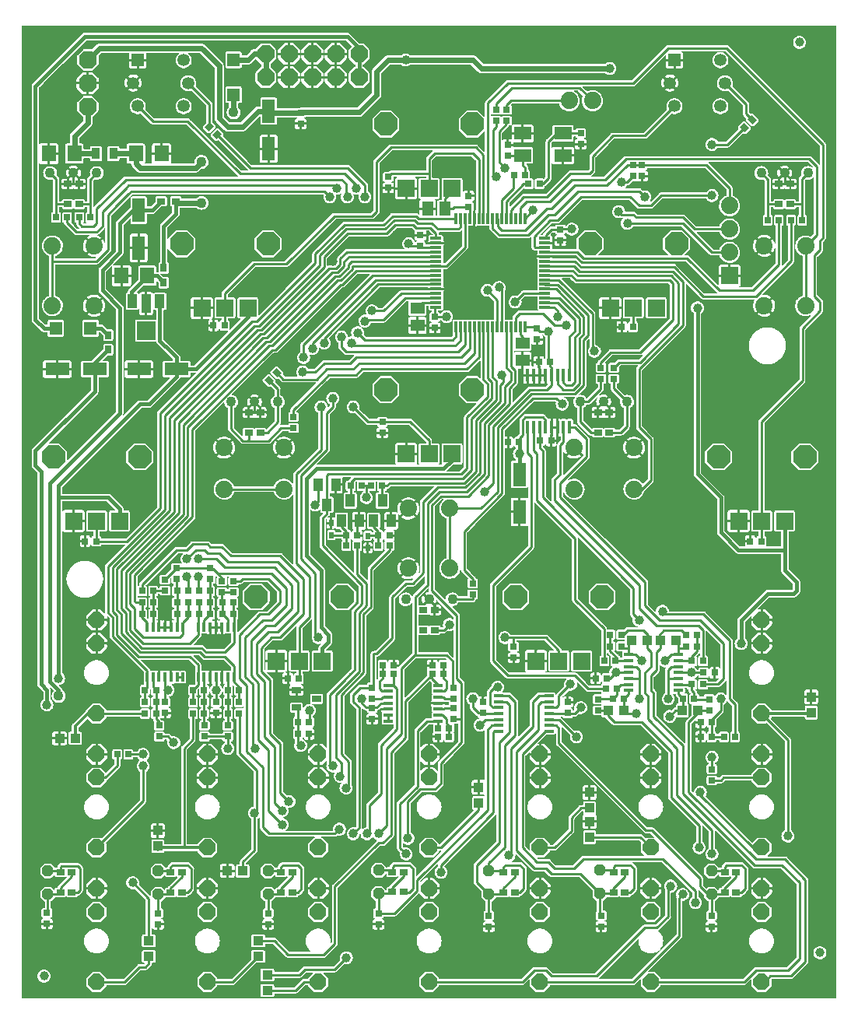
<source format=gbr>
%TF.GenerationSoftware,KiCad,Pcbnew,(6.0.11-0)*%
%TF.CreationDate,2023-03-06T19:20:54+01:00*%
%TF.ProjectId,marbles,6d617262-6c65-4732-9e6b-696361645f70,rev?*%
%TF.SameCoordinates,Original*%
%TF.FileFunction,Copper,L1,Top*%
%TF.FilePolarity,Positive*%
%FSLAX46Y46*%
G04 Gerber Fmt 4.6, Leading zero omitted, Abs format (unit mm)*
G04 Created by KiCad (PCBNEW (6.0.11-0)) date 2023-03-06 19:20:54*
%MOMM*%
%LPD*%
G01*
G04 APERTURE LIST*
G04 Aperture macros list*
%AMRoundRect*
0 Rectangle with rounded corners*
0 $1 Rounding radius*
0 $2 $3 $4 $5 $6 $7 $8 $9 X,Y pos of 4 corners*
0 Add a 4 corners polygon primitive as box body*
4,1,4,$2,$3,$4,$5,$6,$7,$8,$9,$2,$3,0*
0 Add four circle primitives for the rounded corners*
1,1,$1+$1,$2,$3*
1,1,$1+$1,$4,$5*
1,1,$1+$1,$6,$7*
1,1,$1+$1,$8,$9*
0 Add four rect primitives between the rounded corners*
20,1,$1+$1,$2,$3,$4,$5,0*
20,1,$1+$1,$4,$5,$6,$7,0*
20,1,$1+$1,$6,$7,$8,$9,0*
20,1,$1+$1,$8,$9,$2,$3,0*%
%AMRotRect*
0 Rectangle, with rotation*
0 The origin of the aperture is its center*
0 $1 length*
0 $2 width*
0 $3 Rotation angle, in degrees counterclockwise*
0 Add horizontal line*
21,1,$1,$2,0,0,$3*%
%AMOutline5P*
0 Free polygon, 5 corners , with rotation*
0 The origin of the aperture is its center*
0 number of corners: always 5*
0 $1 to $10 corner X, Y*
0 $11 Rotation angle, in degrees counterclockwise*
0 create outline with 5 corners*
4,1,5,$1,$2,$3,$4,$5,$6,$7,$8,$9,$10,$1,$2,$11*%
%AMOutline6P*
0 Free polygon, 6 corners , with rotation*
0 The origin of the aperture is its center*
0 number of corners: always 6*
0 $1 to $12 corner X, Y*
0 $13 Rotation angle, in degrees counterclockwise*
0 create outline with 6 corners*
4,1,6,$1,$2,$3,$4,$5,$6,$7,$8,$9,$10,$11,$12,$1,$2,$13*%
%AMOutline7P*
0 Free polygon, 7 corners , with rotation*
0 The origin of the aperture is its center*
0 number of corners: always 7*
0 $1 to $14 corner X, Y*
0 $15 Rotation angle, in degrees counterclockwise*
0 create outline with 7 corners*
4,1,7,$1,$2,$3,$4,$5,$6,$7,$8,$9,$10,$11,$12,$13,$14,$1,$2,$15*%
%AMOutline8P*
0 Free polygon, 8 corners , with rotation*
0 The origin of the aperture is its center*
0 number of corners: always 8*
0 $1 to $16 corner X, Y*
0 $17 Rotation angle, in degrees counterclockwise*
0 create outline with 8 corners*
4,1,8,$1,$2,$3,$4,$5,$6,$7,$8,$9,$10,$11,$12,$13,$14,$15,$16,$1,$2,$17*%
G04 Aperture macros list end*
%TA.AperFunction,SMDPad,CuDef*%
%ADD10R,1.300000X1.500000*%
%TD*%
%TA.AperFunction,SMDPad,CuDef*%
%ADD11R,2.600000X1.400000*%
%TD*%
%TA.AperFunction,SMDPad,CuDef*%
%ADD12RoundRect,0.500000X0.000000X0.000000X0.000000X0.000000X0.000000X0.000000X0.000000X0.000000X0*%
%TD*%
%TA.AperFunction,SMDPad,CuDef*%
%ADD13R,0.750000X0.650000*%
%TD*%
%TA.AperFunction,SMDPad,CuDef*%
%ADD14R,0.850000X0.640000*%
%TD*%
%TA.AperFunction,SMDPad,CuDef*%
%ADD15R,0.650000X0.750000*%
%TD*%
%TA.AperFunction,ComponentPad*%
%ADD16R,1.879600X1.879600*%
%TD*%
%TA.AperFunction,ComponentPad*%
%ADD17Outline8P,-1.270000X0.526051X-0.526051X1.270000X0.526051X1.270000X1.270000X0.526051X1.270000X-0.526051X0.526051X-1.270000X-0.526051X-1.270000X-1.270000X-0.526051X90.000000*%
%TD*%
%TA.AperFunction,ComponentPad*%
%ADD18Outline8P,-0.889000X0.368236X-0.368236X0.889000X0.368236X0.889000X0.889000X0.368236X0.889000X-0.368236X0.368236X-0.889000X-0.368236X-0.889000X-0.889000X-0.368236X180.000000*%
%TD*%
%TA.AperFunction,SMDPad,CuDef*%
%ADD19R,1.000000X1.100000*%
%TD*%
%TA.AperFunction,SMDPad,CuDef*%
%ADD20R,1.600000X1.800000*%
%TD*%
%TA.AperFunction,SMDPad,CuDef*%
%ADD21R,1.000000X0.700000*%
%TD*%
%TA.AperFunction,SMDPad,CuDef*%
%ADD22R,1.900000X1.400000*%
%TD*%
%TA.AperFunction,SMDPad,CuDef*%
%ADD23R,1.100000X1.000000*%
%TD*%
%TA.AperFunction,ComponentPad*%
%ADD24C,1.106400*%
%TD*%
%TA.AperFunction,SMDPad,CuDef*%
%ADD25R,1.500000X1.300000*%
%TD*%
%TA.AperFunction,SMDPad,CuDef*%
%ADD26R,1.400000X1.400000*%
%TD*%
%TA.AperFunction,SMDPad,CuDef*%
%ADD27R,1.400000X2.600000*%
%TD*%
%TA.AperFunction,ComponentPad*%
%ADD28Outline8P,-0.609600X0.252505X-0.252505X0.609600X0.252505X0.609600X0.609600X0.252505X0.609600X-0.252505X0.252505X-0.609600X-0.252505X-0.609600X-0.609600X-0.252505X270.000000*%
%TD*%
%TA.AperFunction,SMDPad,CuDef*%
%ADD29R,0.990600X0.304800*%
%TD*%
%TA.AperFunction,SMDPad,CuDef*%
%ADD30R,0.500000X0.700000*%
%TD*%
%TA.AperFunction,SMDPad,CuDef*%
%ADD31RotRect,0.650000X0.750000X135.000000*%
%TD*%
%TA.AperFunction,SMDPad,CuDef*%
%ADD32R,1.000000X1.400000*%
%TD*%
%TA.AperFunction,SMDPad,CuDef*%
%ADD33R,0.300000X1.200000*%
%TD*%
%TA.AperFunction,SMDPad,CuDef*%
%ADD34R,1.200000X0.300000*%
%TD*%
%TA.AperFunction,SMDPad,CuDef*%
%ADD35RotRect,0.650000X0.750000X45.000000*%
%TD*%
%TA.AperFunction,SMDPad,CuDef*%
%ADD36R,0.700000X0.850000*%
%TD*%
%TA.AperFunction,ComponentPad*%
%ADD37C,1.350000*%
%TD*%
%TA.AperFunction,ComponentPad*%
%ADD38R,1.350000X1.350000*%
%TD*%
%TA.AperFunction,SMDPad,CuDef*%
%ADD39R,0.900000X1.250000*%
%TD*%
%TA.AperFunction,ComponentPad*%
%ADD40C,1.879600*%
%TD*%
%TA.AperFunction,SMDPad,CuDef*%
%ADD41R,0.304800X0.990600*%
%TD*%
%TA.AperFunction,SMDPad,CuDef*%
%ADD42R,0.850000X0.700000*%
%TD*%
%TA.AperFunction,SMDPad,CuDef*%
%ADD43R,0.355600X1.422400*%
%TD*%
%TA.AperFunction,ComponentPad*%
%ADD44Outline8P,-0.965200X0.399799X-0.399799X0.965200X0.399799X0.965200X0.965200X0.399799X0.965200X-0.399799X0.399799X-0.965200X-0.399799X-0.965200X-0.965200X-0.399799X180.000000*%
%TD*%
%TA.AperFunction,SMDPad,CuDef*%
%ADD45RotRect,0.650000X0.750000X225.000000*%
%TD*%
%TA.AperFunction,SMDPad,CuDef*%
%ADD46R,1.000000X1.500000*%
%TD*%
%TA.AperFunction,SMDPad,CuDef*%
%ADD47R,1.000000X2.000000*%
%TD*%
%TA.AperFunction,SMDPad,CuDef*%
%ADD48R,2.000000X2.000000*%
%TD*%
%TA.AperFunction,ComponentPad*%
%ADD49Outline8P,-0.939800X0.389278X-0.389278X0.939800X0.389278X0.939800X0.939800X0.389278X0.939800X-0.389278X0.389278X-0.939800X-0.389278X-0.939800X-0.939800X-0.389278X180.000000*%
%TD*%
%TA.AperFunction,ViaPad*%
%ADD50C,1.108000*%
%TD*%
%TA.AperFunction,ViaPad*%
%ADD51C,1.008000*%
%TD*%
%TA.AperFunction,Conductor*%
%ADD52C,0.609600*%
%TD*%
%TA.AperFunction,Conductor*%
%ADD53C,0.254000*%
%TD*%
%TA.AperFunction,Conductor*%
%ADD54C,0.406400*%
%TD*%
%TA.AperFunction,Conductor*%
%ADD55C,0.250000*%
%TD*%
%TA.AperFunction,Conductor*%
%ADD56C,0.304800*%
%TD*%
G04 APERTURE END LIST*
D10*
%TO.P,C10,1,1*%
%TO.N,+3V3_A*%
X150244900Y-71983600D03*
%TO.P,C10,2,2*%
%TO.N,GND*%
X148344900Y-71983600D03*
%TD*%
D11*
%TO.P,C22,+,+*%
%TO.N,GND*%
X108033600Y-89446100D03*
%TO.P,C22,-,-*%
%TO.N,VEE*%
X112133600Y-89446100D03*
%TD*%
D12*
%TO.P,F2,1*%
%TO.N,N/C*%
X191046100Y-152946100D03*
%TD*%
D13*
%TO.P,R82,1,1*%
%TO.N,GND*%
X106900000Y-149800000D03*
%TO.P,R82,2,2*%
%TO.N,Net-(LED6-Pad2)*%
X106900000Y-148600000D03*
%TD*%
D14*
%TO.P,LED4-2,AG,AG*%
%TO.N,Net-(LED4-2-PadAG)*%
X168125000Y-96350000D03*
%TO.P,LED4-2,AR,AR*%
%TO.N,Net-(LED4-2-PadAR)*%
X166875000Y-96350000D03*
%TO.P,LED4-2,KG,KG*%
%TO.N,GND*%
X168125000Y-94150000D03*
%TO.P,LED4-2,KR,KR*%
X166875000Y-94150000D03*
%TD*%
D15*
%TO.P,C34,1,1*%
%TO.N,Net-(C34-Pad1)*%
X168221100Y-119608600D03*
%TO.P,C34,2,2*%
%TO.N,Net-(C34-Pad2)*%
X169421100Y-119608600D03*
%TD*%
D13*
%TO.P,R28,1,1*%
%TO.N,Net-(C31-Pad1)*%
X121037400Y-112271100D03*
%TO.P,R28,2,2*%
%TO.N,AREF_-10*%
X121037400Y-111071100D03*
%TD*%
%TO.P,R31,1,1*%
%TO.N,Net-(C33-Pad1)*%
X125958600Y-113699800D03*
%TO.P,R31,2,2*%
%TO.N,AREF_-10*%
X125958600Y-112499800D03*
%TD*%
D16*
%TO.P,R38,P$1,E*%
%TO.N,+3V3_A*%
X165129800Y-121211100D03*
%TO.P,R38,P$2,S*%
%TO.N,ADC_X_STEPS_POT*%
X162629800Y-121211100D03*
%TO.P,R38,P$3,A*%
%TO.N,GND*%
X160129800Y-121211100D03*
D17*
%TO.P,R38,P$4*%
%TO.N,N/C*%
X167329800Y-114211100D03*
%TO.P,R38,P$5*%
X157929800Y-114211100D03*
%TD*%
D15*
%TO.P,R24,1,1*%
%TO.N,GND*%
X140687400Y-107543700D03*
%TO.P,R24,2,2*%
%TO.N,Net-(D4-PadC)*%
X139487400Y-107543700D03*
%TD*%
D14*
%TO.P,LED7-2,AG,AG*%
%TO.N,GATE_T_2*%
X121625000Y-146400000D03*
%TO.P,LED7-2,AR,AR*%
%TO.N,Net-(LED7-Pad2)*%
X120375000Y-146400000D03*
%TO.P,LED7-2,KG,KG*%
X121625000Y-144200000D03*
%TO.P,LED7-2,KR,KR*%
%TO.N,GATE_T_2*%
X120375000Y-144200000D03*
%TD*%
D16*
%TO.P,R14,P$1,E*%
%TO.N,+3V3_A*%
X173226100Y-82793600D03*
%TO.P,R14,P$2,S*%
%TO.N,ADC_X_SPREAD_POT*%
X170726100Y-82793600D03*
%TO.P,R14,P$3,A*%
%TO.N,GND*%
X168226100Y-82793600D03*
D17*
%TO.P,R14,P$4*%
%TO.N,N/C*%
X175426100Y-75793600D03*
%TO.P,R14,P$5*%
X166026100Y-75793600D03*
%TD*%
D12*
%TO.P,F3,1*%
%TO.N,N/C*%
X106591100Y-155486100D03*
%TD*%
D15*
%TO.P,C38,1,1*%
%TO.N,ADC_T_JITTER_POT*%
X134337400Y-123101100D03*
%TO.P,C38,2,2*%
%TO.N,GND*%
X133137400Y-123101100D03*
%TD*%
D18*
%TO.P,J11,P1,1*%
%TO.N,GND*%
X124371100Y-145961100D03*
%TO.P,J11,P2,2*%
%TO.N,unconnected-(J11-PadP2)*%
X124371100Y-148501100D03*
%TO.P,J11,P3,3*%
%TO.N,Net-(J11-PadP3)*%
X124371100Y-156121100D03*
%TD*%
D15*
%TO.P,R66,1,1*%
%TO.N,Net-(C42-Pad1)*%
X126628600Y-126911100D03*
%TO.P,R66,2,2*%
%TO.N,Net-(C58-Pad1)*%
X127828600Y-126911100D03*
%TD*%
D13*
%TO.P,R36,1,1*%
%TO.N,LED_X_EXT_G*%
X153250000Y-112750000D03*
%TO.P,R36,2,2*%
%TO.N,Net-(LED5-2-PadAG)*%
X153250000Y-113950000D03*
%TD*%
D15*
%TO.P,R26,1,1*%
%TO.N,Net-(J3-PadP3)*%
X140687400Y-108654900D03*
%TO.P,R26,2,2*%
%TO.N,Net-(D4-PadC)*%
X139487400Y-108654900D03*
%TD*%
D19*
%TO.P,R63,1,1*%
%TO.N,Net-(J16-PadP3)*%
X177767300Y-126593600D03*
%TO.P,R63,2,2*%
%TO.N,Net-(C44-Pad2)*%
X176067300Y-126593600D03*
%TD*%
D13*
%TO.P,R19,1,1*%
%TO.N,LED_T_RANGE_R*%
X133750000Y-94650000D03*
%TO.P,R19,2,2*%
%TO.N,Net-(LED3-2-PadAR)*%
X133750000Y-95850000D03*
%TD*%
D15*
%TO.P,C18,1,1*%
%TO.N,ADC_X_SPREAD_POT*%
X170691100Y-84842300D03*
%TO.P,C18,2,2*%
%TO.N,GND*%
X169491100Y-84842300D03*
%TD*%
%TO.P,R59,1,1*%
%TO.N,ADC_T_JITTER_CV*%
X127828600Y-125641100D03*
%TO.P,R59,2,2*%
%TO.N,Net-(C42-Pad1)*%
X126628600Y-125641100D03*
%TD*%
D13*
%TO.P,C7,1,1*%
%TO.N,/marbles_2/RESET*%
X171678600Y-67256100D03*
%TO.P,C7,2,2*%
%TO.N,GND*%
X171678600Y-68456100D03*
%TD*%
D20*
%TO.P,C14,1,1*%
%TO.N,Net-(C14-Pad1)*%
X117833600Y-79286100D03*
%TO.P,C14,2,2*%
%TO.N,GND*%
X115033600Y-79286100D03*
%TD*%
D15*
%TO.P,R42,1,1*%
%TO.N,ADC_DV_CV*%
X127193600Y-114846100D03*
%TO.P,R42,2,2*%
%TO.N,Net-(C33-Pad1)*%
X125993600Y-114846100D03*
%TD*%
D21*
%TO.P,IC8,1,C*%
%TO.N,GND*%
X134066100Y-124373600D03*
%TO.P,IC8,2,A*%
%TO.N,AREF_-10*%
X134066100Y-126273600D03*
%TO.P,IC8,3*%
%TO.N,N/C*%
X136266100Y-125323600D03*
%TD*%
D22*
%TO.P,Q1,1,1*%
%TO.N,Net-(C6-Pad2)*%
X158683600Y-66198600D03*
%TO.P,Q1,2,LID1*%
%TO.N,GND*%
X163083600Y-66198600D03*
%TO.P,Q1,3,2*%
%TO.N,Net-(C4-Pad2)*%
X163083600Y-63798600D03*
%TO.P,Q1,4,LID2*%
%TO.N,GND*%
X158683600Y-63798600D03*
%TD*%
D23*
%TO.P,C53,1,1*%
%TO.N,Net-(C53-Pad1)*%
X109981100Y-129609800D03*
%TO.P,C53,2,2*%
%TO.N,GND*%
X108281100Y-129609800D03*
%TD*%
D13*
%TO.P,R84,1,1*%
%TO.N,GND*%
X131000000Y-149850000D03*
%TO.P,R84,2,2*%
%TO.N,Net-(LED8-Pad2)*%
X131000000Y-148650000D03*
%TD*%
D18*
%TO.P,J7,P1,1*%
%TO.N,GND*%
X160566100Y-131356100D03*
%TO.P,J7,P2,2*%
X160566100Y-133896100D03*
%TO.P,J7,P3,3*%
%TO.N,Net-(C55-Pad1)*%
X160566100Y-141516100D03*
%TD*%
D24*
%TO.P,LED5,1,GRN*%
%TO.N,Net-(LED5-2-PadAG)*%
X151040000Y-114500000D03*
%TO.P,LED5,2,C*%
%TO.N,GND*%
X148500000Y-114500000D03*
%TO.P,LED5,3,RED*%
%TO.N,unconnected-(LED5-Pad3)*%
X145960000Y-114500000D03*
%TD*%
D13*
%TO.P,R32,1,1*%
%TO.N,Net-(C33-Pad1)*%
X127228600Y-113699800D03*
%TO.P,R32,2,2*%
%TO.N,Net-(C54-Pad1)*%
X127228600Y-112499800D03*
%TD*%
D14*
%TO.P,LED5-2,AG,AG*%
%TO.N,Net-(LED5-2-PadAG)*%
X149125000Y-117850000D03*
%TO.P,LED5-2,AR,AR*%
%TO.N,unconnected-(LED5-2-PadAR)*%
X147875000Y-117850000D03*
%TO.P,LED5-2,KG,KG*%
%TO.N,GND*%
X149125000Y-115650000D03*
%TO.P,LED5-2,KR,KR*%
%TO.N,unconnected-(LED5-2-PadKR)*%
X147875000Y-115650000D03*
%TD*%
D13*
%TO.P,C48,1,1*%
%TO.N,VCC*%
X154374900Y-126876100D03*
%TO.P,C48,2,2*%
%TO.N,GND*%
X154374900Y-125676100D03*
%TD*%
D25*
%TO.P,C20,1,1*%
%TO.N,Net-(C20-Pad1)*%
X158661100Y-86591100D03*
%TO.P,C20,2,2*%
%TO.N,GND*%
X158661100Y-88491100D03*
%TD*%
D15*
%TO.P,R27,1,1*%
%TO.N,Net-(J9-PadP3)*%
X144179800Y-108655000D03*
%TO.P,R27,2,2*%
%TO.N,Net-(D5-PadC)*%
X142979800Y-108655000D03*
%TD*%
%TO.P,R69,1,1*%
%TO.N,Net-(IC9-Pad8)*%
X149488700Y-128498500D03*
%TO.P,R69,2,2*%
%TO.N,Net-(IC9-Pad9)*%
X150688700Y-128498500D03*
%TD*%
%TO.P,R41,1,1*%
%TO.N,ADC_X_STEPS_CV*%
X123453600Y-114846100D03*
%TO.P,R41,2,2*%
%TO.N,Net-(C32-Pad1)*%
X124653600Y-114846100D03*
%TD*%
D13*
%TO.P,R61,1,1*%
%TO.N,Net-(J16-PadP3)*%
X178981100Y-126558600D03*
%TO.P,R61,2,2*%
%TO.N,Net-(C44-Pad1)*%
X178981100Y-125358600D03*
%TD*%
D16*
%TO.P,R16,P$1,E*%
%TO.N,+3V3_A*%
X151001100Y-98668600D03*
%TO.P,R16,P$2,S*%
%TO.N,ADC_LENGTH_POT*%
X148501100Y-98668600D03*
%TO.P,R16,P$3,A*%
%TO.N,GND*%
X146001100Y-98668600D03*
D17*
%TO.P,R16,P$4*%
%TO.N,N/C*%
X153201100Y-91668600D03*
%TO.P,R16,P$5*%
X143801100Y-91668600D03*
%TD*%
D26*
%TO.P,D2,A,A*%
%TO.N,Net-(D2-PadA)*%
X111666100Y-85001100D03*
%TO.P,D2,C,C*%
%TO.N,Net-(D2-PadC)*%
X107866100Y-85001100D03*
%TD*%
D16*
%TO.P,R13,P$1,E*%
%TO.N,+3V3_A*%
X128776100Y-82793600D03*
%TO.P,R13,P$2,S*%
%TO.N,ADC_T_RATE_POT*%
X126276100Y-82793600D03*
%TO.P,R13,P$3,A*%
%TO.N,GND*%
X123776100Y-82793600D03*
D17*
%TO.P,R13,P$4*%
%TO.N,N/C*%
X130976100Y-75793600D03*
%TO.P,R13,P$5*%
X121576100Y-75793600D03*
%TD*%
D15*
%TO.P,R54,1,1*%
%TO.N,Net-(C43-Pad1)*%
X168944800Y-124212400D03*
%TO.P,R54,2,2*%
%TO.N,DAC_Y*%
X167744800Y-124212400D03*
%TD*%
D13*
%TO.P,R17,1,1*%
%TO.N,LED_X_RANGE_G*%
X168600000Y-89300000D03*
%TO.P,R17,2,2*%
%TO.N,Net-(LED4-2-PadAG)*%
X168600000Y-90500000D03*
%TD*%
D27*
%TO.P,C27,+,+*%
%TO.N,+3V3_A*%
X158343700Y-100889900D03*
%TO.P,C27,-,-*%
%TO.N,GND*%
X158343700Y-104989900D03*
%TD*%
D14*
%TO.P,LED9-2,AG,AG*%
%TO.N,Net-(IC10-Pad7)*%
X145725000Y-146350000D03*
%TO.P,LED9-2,AR,AR*%
%TO.N,Net-(IC10-Pad6)*%
X144475000Y-146350000D03*
%TO.P,LED9-2,KG,KG*%
X145725000Y-144150000D03*
%TO.P,LED9-2,KR,KR*%
%TO.N,Net-(IC10-Pad7)*%
X144475000Y-144150000D03*
%TD*%
D23*
%TO.P,R85,1,1*%
%TO.N,Net-(J10-PadP3)*%
X118000000Y-153350000D03*
%TO.P,R85,2,2*%
%TO.N,Net-(IC9-Pad1)*%
X118000000Y-151650000D03*
%TD*%
D28*
%TO.P,LED10,1,1*%
%TO.N,Net-(IC10-Pad1)*%
X155000000Y-144056100D03*
%TO.P,LED10,2,2*%
%TO.N,Net-(IC10-Pad2)*%
X155000000Y-146596100D03*
%TD*%
D29*
%TO.P,IC10,1,OUT*%
%TO.N,Net-(IC10-Pad1)*%
X156102100Y-124961100D03*
%TO.P,IC10,2,-IN*%
%TO.N,Net-(IC10-Pad2)*%
X156102100Y-125611100D03*
%TO.P,IC10,3,+IN*%
%TO.N,Net-(C34-Pad2)*%
X156102100Y-126261100D03*
%TO.P,IC10,4,V+*%
%TO.N,VCC*%
X156102100Y-126911100D03*
%TO.P,IC10,5,+IN*%
%TO.N,Net-(C43-Pad2)*%
X156102100Y-127561100D03*
%TO.P,IC10,6,-IN*%
%TO.N,Net-(IC10-Pad6)*%
X156102100Y-128211100D03*
%TO.P,IC10,7,OUT*%
%TO.N,Net-(IC10-Pad7)*%
X156102100Y-128861100D03*
%TO.P,IC10,8,OUT*%
%TO.N,Net-(IC10-Pad8)*%
X161537700Y-128861100D03*
%TO.P,IC10,9,-IN*%
%TO.N,Net-(IC10-Pad9)*%
X161537700Y-128211100D03*
%TO.P,IC10,10,+IN*%
%TO.N,Net-(C44-Pad2)*%
X161537700Y-127561100D03*
%TO.P,IC10,11,V-*%
%TO.N,VEE*%
X161537700Y-126911100D03*
%TO.P,IC10,12,+IN*%
%TO.N,Net-(C35-Pad2)*%
X161537700Y-126261100D03*
%TO.P,IC10,13,-IN*%
%TO.N,Net-(IC10-Pad13)*%
X161537700Y-125611100D03*
%TO.P,IC10,14,OUT*%
%TO.N,Net-(IC10-Pad14)*%
X161537700Y-124961100D03*
%TD*%
D13*
%TO.P,R55,1,1*%
%TO.N,Net-(IC9-Pad12)*%
X151199900Y-125288400D03*
%TO.P,R55,2,2*%
%TO.N,GATE_T_2*%
X151199900Y-124088400D03*
%TD*%
D30*
%TO.P,D5,A,A*%
%TO.N,GND*%
X141833500Y-108878500D03*
%TO.P,D5,C,C*%
%TO.N,Net-(D5-PadC)*%
X141833500Y-107578500D03*
%TD*%
D19*
%TO.P,C55,1,1*%
%TO.N,Net-(C55-Pad1)*%
X165963600Y-137200000D03*
%TO.P,C55,2,2*%
%TO.N,GND*%
X165963600Y-135500000D03*
%TD*%
D15*
%TO.P,C40,1,1*%
%TO.N,Net-(C40-Pad1)*%
X118779900Y-124371100D03*
%TO.P,C40,2,2*%
%TO.N,ADC_T_BIAS_CV*%
X117579900Y-124371100D03*
%TD*%
%TO.P,R57,1,1*%
%TO.N,ADC_T_BIAS_CV*%
X117579900Y-125641100D03*
%TO.P,R57,2,2*%
%TO.N,Net-(C40-Pad1)*%
X118779900Y-125641100D03*
%TD*%
D13*
%TO.P,C8,1,1*%
%TO.N,ADC_DV_POT*%
X144056100Y-68526100D03*
%TO.P,C8,2,2*%
%TO.N,GND*%
X144056100Y-69726100D03*
%TD*%
%TO.P,C47,1,1*%
%TO.N,+3V3_A*%
X125323600Y-125676100D03*
%TO.P,C47,2,2*%
%TO.N,GND*%
X125323600Y-126876100D03*
%TD*%
D16*
%TO.P,R4,P$1,E*%
%TO.N,+3V3_A*%
X151001100Y-69776100D03*
%TO.P,R4,P$2,S*%
%TO.N,ADC_DV_POT*%
X148501100Y-69776100D03*
%TO.P,R4,P$3,A*%
%TO.N,GND*%
X146001100Y-69776100D03*
D17*
%TO.P,R4,P$4*%
%TO.N,N/C*%
X153201100Y-62776100D03*
%TO.P,R4,P$5*%
X143801100Y-62776100D03*
%TD*%
D28*
%TO.P,LED8,1,1*%
%TO.N,GATE_T_3*%
X131000000Y-144030000D03*
%TO.P,LED8,2,2*%
%TO.N,Net-(LED8-Pad2)*%
X131000000Y-146570000D03*
%TD*%
D31*
%TO.P,R1,1,1*%
%TO.N,LED_T_DV*%
X125424264Y-63924264D03*
%TO.P,R1,2,2*%
%TO.N,Net-(R1-Pad2)*%
X124575736Y-63075736D03*
%TD*%
D15*
%TO.P,R22,1,1*%
%TO.N,T_CLOCK*%
X139963600Y-102146200D03*
%TO.P,R22,2,2*%
%TO.N,+3V3*%
X141163600Y-102146200D03*
%TD*%
D13*
%TO.P,R67,1,1*%
%TO.N,Net-(IC9-Pad10)*%
X151200000Y-126311100D03*
%TO.P,R67,2,2*%
%TO.N,GATE_T_3*%
X151200000Y-127511100D03*
%TD*%
D23*
%TO.P,R87,1,1*%
%TO.N,Net-(J12-PadP3)*%
X130900000Y-157050000D03*
%TO.P,R87,2,2*%
%TO.N,Net-(IC9-Pad8)*%
X130900000Y-155350000D03*
%TD*%
D27*
%TO.P,C2,+,+*%
%TO.N,+3V3*%
X131038600Y-61361100D03*
%TO.P,C2,-,-*%
%TO.N,GND*%
X131038600Y-65461100D03*
%TD*%
D15*
%TO.P,R33,1,1*%
%TO.N,Net-(C30-Pad1)*%
X118462400Y-113576100D03*
%TO.P,R33,2,2*%
%TO.N,Net-(C45-Pad1)*%
X117262400Y-113576100D03*
%TD*%
%TO.P,C41,1,1*%
%TO.N,Net-(C41-Pad1)*%
X124018600Y-124371100D03*
%TO.P,C41,2,2*%
%TO.N,ADC_T_RATE_CV*%
X122818600Y-124371100D03*
%TD*%
D32*
%TO.P,Q3,B,B*%
%TO.N,Net-(D5-PadC)*%
X142471100Y-105944900D03*
%TO.P,Q3,C,C*%
%TO.N,X_CLOCK*%
X143421100Y-103744900D03*
%TO.P,Q3,E,E*%
%TO.N,GND*%
X144371100Y-105944900D03*
%TD*%
D33*
%TO.P,IC2,1,VBAT*%
%TO.N,+3V3*%
X158918600Y-73032200D03*
%TO.P,IC2,2,PC13-TAMPER-RTC*%
%TO.N,SW_X_MODE*%
X158418600Y-73032200D03*
%TO.P,IC2,3,PC14/OSC32_IN*%
%TO.N,unconnected-(IC2-Pad3)*%
X157918600Y-73032200D03*
%TO.P,IC2,4,PC15/OSC_OUT*%
%TO.N,SW_X_DV*%
X157418600Y-73032200D03*
%TO.P,IC2,5,PD0/OSC_IN*%
%TO.N,Net-(IC2-Pad5)*%
X156918600Y-73032200D03*
%TO.P,IC2,6,PD1/OSC_OUT*%
%TO.N,Net-(IC2-Pad6)*%
X156418600Y-73032200D03*
%TO.P,IC2,7,NRST*%
%TO.N,/marbles_2/RESET*%
X155918600Y-73032200D03*
%TO.P,IC2,8,PC0/ADC10*%
%TO.N,ADC_X_SPREAD_POT*%
X155418600Y-73032200D03*
%TO.P,IC2,9,PC1/ADC11*%
%TO.N,ADC_X_BIAS_POT*%
X154918600Y-73032200D03*
%TO.P,IC2,10,PC2/SPI2_MISO/ADC12*%
%TO.N,ADC_T_RATE_POT*%
X154418600Y-73032200D03*
%TO.P,IC2,11,PC3/SPI2_MOSI/I2S2_SD/ADC13*%
%TO.N,ADC_DV_POT*%
X153918600Y-73032200D03*
%TO.P,IC2,12,VSSA*%
%TO.N,GND*%
X153418600Y-73032200D03*
%TO.P,IC2,13,VDDA*%
%TO.N,+3V3_A*%
X152918600Y-73032200D03*
%TO.P,IC2,14,PA0-WKUP/USART2_CTS/UART4_TX/ADC0/TIM2_CH1_ETR*%
%TO.N,ADC_X_SPREAD_CV*%
X152418600Y-73032200D03*
%TO.P,IC2,15,PA1/USART2_RTS/UART4_RX/ADC1/TIM2_CH2*%
%TO.N,ADC_T_BIAS_CV*%
X151918600Y-73032200D03*
%TO.P,IC2,16,PA2/USART2_TX/ADC2/TIM2_CH3*%
%TO.N,ADC_T_BIAS_POT*%
X151418600Y-73032200D03*
D34*
%TO.P,IC2,17,PA3/USART2_RX/ADC3/TIM2_CH4*%
%TO.N,ADC_T_RATE_CV*%
X149257600Y-75218600D03*
%TO.P,IC2,18,VSS_4*%
%TO.N,GND*%
X149257600Y-75718600D03*
%TO.P,IC2,19,VDD_4*%
%TO.N,+3V3*%
X149257600Y-76218600D03*
%TO.P,IC2,20,PA4/SPI1_NSS/SPI3_NSS/USART2_CK/I2S3_WS/ADC4/DAC1*%
%TO.N,ADC_T_JITTER_CV*%
X149257600Y-76718600D03*
%TO.P,IC2,21,PA5/SPI1_SCK/ADC5/DAC2*%
%TO.N,ADC_DV_CV*%
X149257600Y-77218600D03*
%TO.P,IC2,22,PA6/SPI1_MISO/ADC6/TIM3_CH1*%
%TO.N,ADC_X_STEPS_CV*%
X149257600Y-77718600D03*
%TO.P,IC2,23,PA7/SPI1_MOSI/ADC7/TIM3_CH2*%
%TO.N,ADC_X_SPREAD_CV*%
X149257600Y-78218600D03*
%TO.P,IC2,24,PC4/ADC14*%
%TO.N,ADC_X_BIAS_CV*%
X149257600Y-78718600D03*
%TO.P,IC2,25,PC5/ADC15*%
%TO.N,ADC_T_JITTER_POT*%
X149257600Y-79218600D03*
%TO.P,IC2,26,PB0/ADC8/TIM3_CH3*%
%TO.N,ADC_X_STEPS_POT*%
X149257600Y-79718600D03*
%TO.P,IC2,27,PB1/ADC9/TIM3_CH4*%
%TO.N,ADC_LENGTH_POT*%
X149257600Y-80218600D03*
%TO.P,IC2,28,PB2/BOOT1*%
%TO.N,GND*%
X149257600Y-80718600D03*
%TO.P,IC2,29,PB10/SPI2_SCK/I2S_SCK/I2C2_SCL/USART3_TX*%
%TO.N,LED_T_DV*%
X149257600Y-81218600D03*
%TO.P,IC2,30,PB11/I2C2_SDA/USART3_RX*%
%TO.N,SW_T_DV*%
X149257600Y-81718600D03*
%TO.P,IC2,31,VCAP_1*%
%TO.N,Net-(C15-Pad1)*%
X149257600Y-82218600D03*
%TO.P,IC2,32,VDD_1*%
%TO.N,+3V3*%
X149257600Y-82718600D03*
D33*
%TO.P,IC2,33,PB12/SPI2_NSS/I2S2_WS/I2C2_SMBA/USART3_CK/TIM1_BKIN*%
%TO.N,LED_T_MODE_G*%
X151418600Y-84854200D03*
%TO.P,IC2,34,PB13/SPI2_SCK/I2S2_SCK/USART3_CTS/TIM1_CH1N*%
%TO.N,LED_T_MODE_R*%
X151918600Y-84854200D03*
%TO.P,IC2,35,PB14/SPI2_MISO/USART3_RTS/TIM1_CH2N*%
%TO.N,SW_T_MODE*%
X152418600Y-84854200D03*
%TO.P,IC2,36,PB15/SPI2_MOSI/I2S2_SD/TIM1_CH3N*%
%TO.N,SW_T_RANGE*%
X152918600Y-84854200D03*
%TO.P,IC2,37,PC6/I2S2_MCK*%
%TO.N,LED_T_RANGE_G*%
X153418600Y-84854200D03*
%TO.P,IC2,38,PC7/I2S3_MCK*%
%TO.N,LED_T_RANGE_R*%
X153918600Y-84854200D03*
%TO.P,IC2,39,PC8*%
%TO.N,NORMALIZATION_PROBE*%
X154418600Y-84854200D03*
%TO.P,IC2,40,PC9/I2S2_CKIN/I2S3_CKIN*%
%TO.N,T_CLOCK*%
X154918600Y-84854200D03*
%TO.P,IC2,41,PA8/USART1_CK/TIM1_CH1/MCO*%
%TO.N,X_CLOCK*%
X155418600Y-84854200D03*
%TO.P,IC2,42,PA9/USART1_TX/TIM1_CH2*%
%TO.N,/marbles_2/TX*%
X155918600Y-84854200D03*
%TO.P,IC2,43,PA10/USART1_RX/TIM1_CH3*%
%TO.N,/marbles_2/RX*%
X156418600Y-84854200D03*
%TO.P,IC2,44,PA11/USART1_CTS/CANRX/USBDM/TIM1_CH4*%
%TO.N,GATE_T_2*%
X156918600Y-84854200D03*
%TO.P,IC2,45,PA12/USART1_RTS/CANTX/USBDP/TIM1_ETR*%
%TO.N,GATE_T_3*%
X157418600Y-84854200D03*
%TO.P,IC2,46,PA13/JTMS-SWDAT*%
%TO.N,/marbles_2/SWDIO*%
X157918600Y-84854200D03*
%TO.P,IC2,47,VCAP_2*%
%TO.N,Net-(C20-Pad1)*%
X158418600Y-84854200D03*
%TO.P,IC2,48,VDD_2*%
%TO.N,+3V3*%
X158918600Y-84854200D03*
D34*
%TO.P,IC2,49,PA14/JTCK-SWCLK*%
%TO.N,/marbles_2/SWCLK*%
X161105000Y-82718600D03*
%TO.P,IC2,50,PA15/JTDI/SPI3_NSS/I2S3_WS*%
%TO.N,/marbles_2/DAC_SS*%
X161105000Y-82218600D03*
%TO.P,IC2,51,PC10/SPI3_SCK/I2S3_SCK/UART4_TX*%
%TO.N,/marbles_2/DAC_SCK*%
X161105000Y-81718600D03*
%TO.P,IC2,52,PC11/UART4_RX/SPI3_MISO/USART3_RX*%
%TO.N,GATE_T_1*%
X161105000Y-81218600D03*
%TO.P,IC2,53,PC12/UART5_TX/I2S3_SD/USART3_CK*%
%TO.N,/marbles_2/DAC_MOSI*%
X161105000Y-80718600D03*
%TO.P,IC2,54,PD2/TIM3-ETR*%
%TO.N,SW_X_EXT*%
X161105000Y-80218600D03*
%TO.P,IC2,55,PB3/JTDO/SPI3_SCK/I2S3_SCK*%
%TO.N,LED_X_EXT_G*%
X161105000Y-79718600D03*
%TO.P,IC2,56,PB4/NJTRST/SPI3_MISO/SPI1_MISO*%
%TO.N,LED_X_RANGE_R*%
X161105000Y-79218600D03*
%TO.P,IC2,57,PB5/I2C1_SMBA/SPI1_MOSI/SPI3_MOSI/I2S3_SD*%
%TO.N,LED_X_RANGE_G*%
X161105000Y-78718600D03*
%TO.P,IC2,58,PB6/I2C1_SCL/TIM4_CH1/USART1_TX*%
%TO.N,SW_X_RANGE*%
X161105000Y-78218600D03*
%TO.P,IC2,59,PB7/I2C1_SDA/TIM4_CH2/USART1_RX*%
%TO.N,LED_X_MODE_G*%
X161105000Y-77718600D03*
%TO.P,IC2,60,BOOT0*%
%TO.N,GND*%
X161105000Y-77218600D03*
%TO.P,IC2,61,PB8/TIM4_CH3/I2C1_SCL*%
%TO.N,LED_X_MODE_R*%
X161105000Y-76718600D03*
%TO.P,IC2,62,PB9/SPI2_NSS/I2S2_WS/I2C1_SDA/TIM4_CH4*%
%TO.N,LED_X_DV*%
X161105000Y-76218600D03*
%TO.P,IC2,63,VSS_3*%
%TO.N,GND*%
X161105000Y-75718600D03*
%TO.P,IC2,64,VDD_3*%
%TO.N,+3V3*%
X161105000Y-75218600D03*
%TD*%
D19*
%TO.P,R46,1,1*%
%TO.N,Net-(J15-PadP3)*%
X173686100Y-118973600D03*
%TO.P,R46,2,2*%
%TO.N,Net-(C35-Pad2)*%
X175386100Y-118973600D03*
%TD*%
D18*
%TO.P,J16,P1,1*%
%TO.N,GND*%
X184696100Y-145961100D03*
%TO.P,J16,P2,2*%
%TO.N,unconnected-(J16-PadP2)*%
X184696100Y-148501100D03*
%TO.P,J16,P3,3*%
%TO.N,Net-(J16-PadP3)*%
X184696100Y-156121100D03*
%TD*%
D35*
%TO.P,R5,1,1*%
%TO.N,LED_X_DV*%
X182825736Y-63174264D03*
%TO.P,R5,2,2*%
%TO.N,Net-(R5-Pad2)*%
X183674264Y-62325736D03*
%TD*%
D32*
%TO.P,D3,1,A*%
%TO.N,GND*%
X138338700Y-101998600D03*
%TO.P,D3,2,C*%
%TO.N,+3V3*%
X136438700Y-101998600D03*
%TO.P,D3,3,AC*%
%TO.N,NORMALIZATION_PROBE*%
X137388700Y-104198600D03*
%TD*%
D13*
%TO.P,C9,1,1*%
%TO.N,+3V3_A*%
X152787400Y-71789800D03*
%TO.P,C9,2,2*%
%TO.N,GND*%
X152787400Y-70589800D03*
%TD*%
D19*
%TO.P,C54,1,1*%
%TO.N,Net-(C54-Pad1)*%
X153898600Y-136651100D03*
%TO.P,C54,2,2*%
%TO.N,GND*%
X153898600Y-134951100D03*
%TD*%
D13*
%TO.P,C4,1,1*%
%TO.N,GND*%
X165011200Y-64963600D03*
%TO.P,C4,2,2*%
%TO.N,Net-(C4-Pad2)*%
X165011200Y-63763600D03*
%TD*%
D19*
%TO.P,R62,1,1*%
%TO.N,Net-(J13-PadP3)*%
X167971100Y-126593600D03*
%TO.P,R62,2,2*%
%TO.N,Net-(C43-Pad2)*%
X169671100Y-126593600D03*
%TD*%
D28*
%TO.P,LED6,1,1*%
%TO.N,GATE_T_1*%
X107000000Y-144030000D03*
%TO.P,LED6,2,2*%
%TO.N,Net-(LED6-Pad2)*%
X107000000Y-146570000D03*
%TD*%
D15*
%TO.P,R65,1,1*%
%TO.N,Net-(C41-Pad1)*%
X124018600Y-126911100D03*
%TO.P,R65,2,2*%
%TO.N,Net-(C56-Pad1)*%
X122818600Y-126911100D03*
%TD*%
D16*
%TO.P,R37,P$1,E*%
%TO.N,+3V3_A*%
X136872400Y-121211100D03*
%TO.P,R37,P$2,S*%
%TO.N,ADC_T_JITTER_POT*%
X134372400Y-121211100D03*
%TO.P,R37,P$3,A*%
%TO.N,GND*%
X131872400Y-121211100D03*
D17*
%TO.P,R37,P$4*%
%TO.N,N/C*%
X139072400Y-114211100D03*
%TO.P,R37,P$5*%
X129672400Y-114211100D03*
%TD*%
D15*
%TO.P,C28,1,1*%
%TO.N,ADC_T_BIAS_POT*%
X112271100Y-108178600D03*
%TO.P,C28,2,2*%
%TO.N,GND*%
X111071100Y-108178600D03*
%TD*%
D13*
%TO.P,C36,1,1*%
%TO.N,ADC_X_STEPS_POT*%
X157708600Y-119643600D03*
%TO.P,C36,2,2*%
%TO.N,GND*%
X157708600Y-120843600D03*
%TD*%
%TO.P,R72,1,1*%
%TO.N,Net-(C42-Pad1)*%
X126593600Y-128216100D03*
%TO.P,R72,2,2*%
%TO.N,AREF_-10*%
X126593600Y-129416100D03*
%TD*%
D36*
%TO.P,L3,1,1*%
%TO.N,Net-(C14-Pad1)*%
X119608600Y-80027400D03*
%TO.P,L3,2,2*%
%TO.N,Net-(C5-Pad1)*%
X119608600Y-78427400D03*
%TD*%
D15*
%TO.P,R58,1,1*%
%TO.N,ADC_T_RATE_CV*%
X122818600Y-125641100D03*
%TO.P,R58,2,2*%
%TO.N,Net-(C41-Pad1)*%
X124018600Y-125641100D03*
%TD*%
%TO.P,C37,1,1*%
%TO.N,GND*%
X179581100Y-122466100D03*
%TO.P,C37,2,2*%
%TO.N,VEE*%
X178381100Y-122466100D03*
%TD*%
D37*
%TO.P,SW1,*%
%TO.N,*%
X121791100Y-55831100D03*
X121791100Y-60831100D03*
D38*
%TO.P,SW1,1,1*%
%TO.N,GND*%
X116791100Y-55831100D03*
D37*
%TO.P,SW1,2,2*%
X116291100Y-58331100D03*
%TO.P,SW1,3,3*%
%TO.N,Net-(R1-Pad2)*%
X122291100Y-58331100D03*
%TO.P,SW1,4,4*%
%TO.N,SW_T_DV*%
X116791100Y-60831100D03*
%TD*%
D39*
%TO.P,L1,1,1*%
%TO.N,Net-(C5-Pad1)*%
X114150000Y-66000000D03*
%TO.P,L1,2,2*%
%TO.N,Net-(C3-Pad1)*%
X112250000Y-66000000D03*
%TD*%
D14*
%TO.P,LED3-2,AG,AG*%
%TO.N,Net-(LED3-2-PadAG)*%
X130125000Y-96350000D03*
%TO.P,LED3-2,AR,AR*%
%TO.N,Net-(LED3-2-PadAR)*%
X128875000Y-96350000D03*
%TO.P,LED3-2,KG,KG*%
%TO.N,GND*%
X130125000Y-94150000D03*
%TO.P,LED3-2,KR,KR*%
X128875000Y-94150000D03*
%TD*%
D13*
%TO.P,R77,1,1*%
%TO.N,NORMALIZATION_PROBE*%
X179298600Y-132978600D03*
%TO.P,R77,2,2*%
%TO.N,Net-(J9-PadP2)*%
X179298600Y-134178600D03*
%TD*%
D18*
%TO.P,J4,P1,1*%
%TO.N,GND*%
X124371100Y-131356100D03*
%TO.P,J4,P2,2*%
X124371100Y-133896100D03*
%TO.P,J4,P3,3*%
%TO.N,Net-(C56-Pad1)*%
X124371100Y-141516100D03*
%TD*%
D29*
%TO.P,IC7,1,OUT*%
%TO.N,Net-(C34-Pad2)*%
X170230800Y-120516100D03*
%TO.P,IC7,2,-IN*%
%TO.N,Net-(C34-Pad1)*%
X170230800Y-121166100D03*
%TO.P,IC7,3,+IN*%
%TO.N,/marbles_5/VREF_BIAS*%
X170230800Y-121816100D03*
%TO.P,IC7,4,V+*%
%TO.N,VCC*%
X170230800Y-122466100D03*
%TO.P,IC7,5,+IN*%
%TO.N,/marbles_5/VREF_BIAS*%
X170230800Y-123116100D03*
%TO.P,IC7,6,-IN*%
%TO.N,Net-(C43-Pad1)*%
X170230800Y-123766100D03*
%TO.P,IC7,7,OUT*%
%TO.N,Net-(C43-Pad2)*%
X170230800Y-124416100D03*
%TO.P,IC7,8,OUT*%
%TO.N,Net-(C44-Pad2)*%
X175666400Y-124416100D03*
%TO.P,IC7,9,-IN*%
%TO.N,Net-(C44-Pad1)*%
X175666400Y-123766100D03*
%TO.P,IC7,10,+IN*%
%TO.N,/marbles_5/VREF_BIAS*%
X175666400Y-123116100D03*
%TO.P,IC7,11,V-*%
%TO.N,VEE*%
X175666400Y-122466100D03*
%TO.P,IC7,12,+IN*%
%TO.N,/marbles_5/VREF_BIAS*%
X175666400Y-121816100D03*
%TO.P,IC7,13,-IN*%
%TO.N,Net-(C35-Pad1)*%
X175666400Y-121166100D03*
%TO.P,IC7,14,OUT*%
%TO.N,Net-(C35-Pad2)*%
X175666400Y-120516100D03*
%TD*%
D15*
%TO.P,R47,1,1*%
%TO.N,Net-(C34-Pad1)*%
X168786100Y-121196100D03*
%TO.P,R47,2,2*%
%TO.N,DAC_X_1*%
X167586100Y-121196100D03*
%TD*%
D32*
%TO.P,Q2,B,B*%
%TO.N,Net-(D4-PadC)*%
X138978600Y-105944900D03*
%TO.P,Q2,C,C*%
%TO.N,T_CLOCK*%
X139928600Y-103744900D03*
%TO.P,Q2,E,E*%
%TO.N,GND*%
X140878600Y-105944900D03*
%TD*%
D15*
%TO.P,R64,1,1*%
%TO.N,Net-(C40-Pad1)*%
X118779900Y-126911100D03*
%TO.P,R64,2,2*%
%TO.N,Net-(C53-Pad1)*%
X117579900Y-126911100D03*
%TD*%
D26*
%TO.P,D1,A,A*%
%TO.N,Net-(D1-PadA)*%
X127228500Y-55795900D03*
%TO.P,D1,C,C*%
%TO.N,Net-(C5-Pad1)*%
X127228500Y-59595900D03*
%TD*%
D15*
%TO.P,R53,1,1*%
%TO.N,Net-(C44-Pad1)*%
X177111100Y-123736100D03*
%TO.P,R53,2,2*%
%TO.N,DAC_X_3*%
X178311100Y-123736100D03*
%TD*%
D13*
%TO.P,R79,1,1*%
%TO.N,Net-(IC10-Pad2)*%
X155000000Y-148900000D03*
%TO.P,R79,2,2*%
%TO.N,GND*%
X155000000Y-150100000D03*
%TD*%
D18*
%TO.P,J9,P1,1*%
%TO.N,GND*%
X184696100Y-131356100D03*
%TO.P,J9,P2,2*%
%TO.N,Net-(J9-PadP2)*%
X184696100Y-133896100D03*
%TO.P,J9,P3,3*%
%TO.N,Net-(J9-PadP3)*%
X184696100Y-141516100D03*
%TD*%
D28*
%TO.P,LED12,1,1*%
%TO.N,Net-(IC10-Pad8)*%
X179250000Y-144030000D03*
%TO.P,LED12,2,2*%
%TO.N,Net-(IC10-Pad9)*%
X179250000Y-146570000D03*
%TD*%
%TO.P,LED11,1,1*%
%TO.N,Net-(IC10-Pad14)*%
X167100000Y-143980000D03*
%TO.P,LED11,2,2*%
%TO.N,Net-(IC10-Pad13)*%
X167100000Y-146520000D03*
%TD*%
D18*
%TO.P,J1,P1,1*%
%TO.N,GND*%
X112306100Y-116751100D03*
%TO.P,J1,P2,2*%
X112306100Y-119291100D03*
%TO.P,J1,P3,3*%
%TO.N,Net-(C53-Pad1)*%
X112306100Y-126911100D03*
%TD*%
D23*
%TO.P,C58,1,1*%
%TO.N,Net-(C58-Pad1)*%
X128237200Y-144056100D03*
%TO.P,C58,2,2*%
%TO.N,GND*%
X126537200Y-144056100D03*
%TD*%
D13*
%TO.P,R56,1,1*%
%TO.N,Net-(IC9-Pad3)*%
X142310000Y-125288500D03*
%TO.P,R56,2,2*%
%TO.N,GATE_T_1*%
X142310000Y-124088500D03*
%TD*%
%TO.P,C19,1,1*%
%TO.N,+3V3*%
X160248600Y-85036100D03*
%TO.P,C19,2,2*%
%TO.N,GND*%
X160248600Y-86236100D03*
%TD*%
D40*
%TO.P,SW6,1,1*%
%TO.N,GND*%
X164299900Y-97980500D03*
%TO.P,SW6,2,2*%
X170802300Y-97980500D03*
%TO.P,SW6,3,3*%
%TO.N,SW_X_RANGE*%
X164299900Y-102501700D03*
%TO.P,SW6,4,4*%
X170802300Y-102501700D03*
%TD*%
D15*
%TO.P,R51,1,1*%
%TO.N,Net-(IC9-Pad1)*%
X144656300Y-122624600D03*
%TO.P,R51,2,2*%
%TO.N,Net-(IC9-Pad2)*%
X143456300Y-122624600D03*
%TD*%
D13*
%TO.P,R15,1,1*%
%TO.N,LED_X_RANGE_R*%
X167200000Y-89300000D03*
%TO.P,R15,2,2*%
%TO.N,Net-(LED4-2-PadAR)*%
X167200000Y-90500000D03*
%TD*%
D15*
%TO.P,R48,1,1*%
%TO.N,Net-(C35-Pad1)*%
X177111100Y-121196100D03*
%TO.P,R48,2,2*%
%TO.N,DAC_X_2*%
X178311100Y-121196100D03*
%TD*%
%TO.P,C31,1,1*%
%TO.N,Net-(C31-Pad1)*%
X121072400Y-116116100D03*
%TO.P,C31,2,2*%
%TO.N,ADC_X_SPREAD_CV*%
X122272400Y-116116100D03*
%TD*%
D19*
%TO.P,C45,1,1*%
%TO.N,Net-(C45-Pad1)*%
X190093600Y-126808600D03*
%TO.P,C45,2,2*%
%TO.N,GND*%
X190093600Y-125108600D03*
%TD*%
D15*
%TO.P,R11,1,1*%
%TO.N,LED_X_MODE_R*%
X186566100Y-73253600D03*
%TO.P,R11,2,2*%
%TO.N,Net-(LED2-2-PadAR)*%
X185366100Y-73253600D03*
%TD*%
D18*
%TO.P,J12,P1,1*%
%TO.N,GND*%
X136436100Y-145961100D03*
%TO.P,J12,P2,2*%
%TO.N,unconnected-(J12-PadP2)*%
X136436100Y-148501100D03*
%TO.P,J12,P3,3*%
%TO.N,Net-(J12-PadP3)*%
X136436100Y-156121100D03*
%TD*%
D13*
%TO.P,R70,1,1*%
%TO.N,Net-(C40-Pad1)*%
X119132400Y-128216100D03*
%TO.P,R70,2,2*%
%TO.N,AREF_-10*%
X119132400Y-129416100D03*
%TD*%
D15*
%TO.P,R34,1,1*%
%TO.N,Net-(C31-Pad1)*%
X121072400Y-113576100D03*
%TO.P,R34,2,2*%
%TO.N,Net-(C57-Pad1)*%
X122272400Y-113576100D03*
%TD*%
D13*
%TO.P,R3,1,1*%
%TO.N,Net-(JP2-Pad1)*%
X156914800Y-61223600D03*
%TO.P,R3,2,2*%
%TO.N,/marbles_2/RX*%
X156914800Y-62423600D03*
%TD*%
D15*
%TO.P,R75,1,1*%
%TO.N,Net-(IC9-Pad9)*%
X150688500Y-129451200D03*
%TO.P,R75,2,2*%
%TO.N,GND*%
X149488500Y-129451200D03*
%TD*%
%TO.P,R10,1,1*%
%TO.N,LED_T_MODE_G*%
X110436100Y-72936100D03*
%TO.P,R10,2,2*%
%TO.N,Net-(LED1-2-PadAG)*%
X111636100Y-72936100D03*
%TD*%
%TO.P,R40,1,1*%
%TO.N,ADC_X_SPREAD_CV*%
X122272400Y-114846100D03*
%TO.P,R40,2,2*%
%TO.N,Net-(C31-Pad1)*%
X121072400Y-114846100D03*
%TD*%
D28*
%TO.P,LED9,1,1*%
%TO.N,Net-(IC10-Pad7)*%
X143000000Y-143980000D03*
%TO.P,LED9,2,2*%
%TO.N,Net-(IC10-Pad6)*%
X143000000Y-146520000D03*
%TD*%
D14*
%TO.P,LED6-2,AG,AG*%
%TO.N,GATE_T_1*%
X109625000Y-146400000D03*
%TO.P,LED6-2,AR,AR*%
%TO.N,Net-(LED6-Pad2)*%
X108375000Y-146400000D03*
%TO.P,LED6-2,KG,KG*%
X109625000Y-144200000D03*
%TO.P,LED6-2,KR,KR*%
%TO.N,GATE_T_1*%
X108375000Y-144200000D03*
%TD*%
D13*
%TO.P,R83,1,1*%
%TO.N,GND*%
X119000000Y-149850000D03*
%TO.P,R83,2,2*%
%TO.N,Net-(LED7-Pad2)*%
X119000000Y-148650000D03*
%TD*%
D40*
%TO.P,SW3,1,1*%
%TO.N,GND*%
X112026700Y-76034900D03*
%TO.P,SW3,2,2*%
X112026700Y-82537300D03*
%TO.P,SW3,3,3*%
%TO.N,SW_T_MODE*%
X107505500Y-76034900D03*
%TO.P,SW3,4,4*%
X107505500Y-82537300D03*
%TD*%
D15*
%TO.P,R35,1,1*%
%TO.N,Net-(C32-Pad1)*%
X124653600Y-113576100D03*
%TO.P,R35,2,2*%
%TO.N,Net-(C55-Pad1)*%
X123453600Y-113576100D03*
%TD*%
D13*
%TO.P,C16,1,1*%
%TO.N,+3V3*%
X149136100Y-83766100D03*
%TO.P,C16,2,2*%
%TO.N,GND*%
X149136100Y-84966100D03*
%TD*%
D19*
%TO.P,R45,1,1*%
%TO.N,Net-(J14-PadP3)*%
X172211200Y-118973600D03*
%TO.P,R45,2,2*%
%TO.N,Net-(C34-Pad2)*%
X170511200Y-118973600D03*
%TD*%
D24*
%TO.P,LED1,1,GRN*%
%TO.N,Net-(LED1-2-PadAG)*%
X112340000Y-68100000D03*
%TO.P,LED1,2,C*%
%TO.N,GND*%
X109800000Y-68100000D03*
%TO.P,LED1,3,RED*%
%TO.N,Net-(LED1-Pad3)*%
X107260000Y-68100000D03*
%TD*%
D13*
%TO.P,C46,1,1*%
%TO.N,+3V3_A*%
X119767400Y-125676100D03*
%TO.P,C46,2,2*%
%TO.N,GND*%
X119767400Y-126876100D03*
%TD*%
D41*
%TO.P,IC5,1,OUT*%
%TO.N,ADC_T_BIAS_CV*%
X117817400Y-122961400D03*
%TO.P,IC5,2,-IN*%
%TO.N,Net-(C40-Pad1)*%
X118467400Y-122961400D03*
%TO.P,IC5,3,+IN*%
%TO.N,GND*%
X119117400Y-122961400D03*
%TO.P,IC5,4,V+*%
%TO.N,+3V3_A*%
X119767400Y-122961400D03*
%TO.P,IC5,5,+IN*%
%TO.N,GND*%
X120417400Y-122961400D03*
%TO.P,IC5,6,-IN*%
%TO.N,/marbles_4/DEPRECATED*%
X121067400Y-122961400D03*
%TO.P,IC5,7,OUT*%
X121717400Y-122961400D03*
%TO.P,IC5,8,OUT*%
%TO.N,ADC_X_SPREAD_CV*%
X121717400Y-117525800D03*
%TO.P,IC5,9,-IN*%
%TO.N,Net-(C31-Pad1)*%
X121067400Y-117525800D03*
%TO.P,IC5,10,+IN*%
%TO.N,GND*%
X120417400Y-117525800D03*
%TO.P,IC5,11,V-*%
X119767400Y-117525800D03*
%TO.P,IC5,12,+IN*%
X119117400Y-117525800D03*
%TO.P,IC5,13,-IN*%
%TO.N,Net-(C30-Pad1)*%
X118467400Y-117525800D03*
%TO.P,IC5,14,OUT*%
%TO.N,ADC_X_BIAS_CV*%
X117817400Y-117525800D03*
%TD*%
D14*
%TO.P,LED2-2,AG,AG*%
%TO.N,Net-(LED2-2-PadAG)*%
X187825000Y-71500000D03*
%TO.P,LED2-2,AR,AR*%
%TO.N,Net-(LED2-2-PadAR)*%
X186575000Y-71500000D03*
%TO.P,LED2-2,KG,KG*%
%TO.N,GND*%
X187825000Y-69300000D03*
%TO.P,LED2-2,KR,KR*%
X186575000Y-69300000D03*
%TD*%
D42*
%TO.P,L2,1,1*%
%TO.N,VCC*%
X119343600Y-71190000D03*
%TO.P,L2,2,2*%
%TO.N,Net-(C5-Pad1)*%
X120943600Y-71190000D03*
%TD*%
D13*
%TO.P,R6,1,1*%
%TO.N,/marbles_2/RESET*%
X170726100Y-67256100D03*
%TO.P,R6,2,2*%
%TO.N,+3V3*%
X170726100Y-68456100D03*
%TD*%
D24*
%TO.P,LED4,1,GRN*%
%TO.N,Net-(LED4-2-PadAG)*%
X170040000Y-93000000D03*
%TO.P,LED4,2,C*%
%TO.N,GND*%
X167500000Y-93000000D03*
%TO.P,LED4,3,RED*%
%TO.N,Net-(LED4-2-PadAR)*%
X164960000Y-93000000D03*
%TD*%
D40*
%TO.P,SW4,1,1*%
%TO.N,GND*%
X184975500Y-82537300D03*
%TO.P,SW4,2,2*%
X184975500Y-76034900D03*
%TO.P,SW4,3,3*%
%TO.N,SW_X_MODE*%
X189496700Y-82537300D03*
%TO.P,SW4,4,4*%
X189496700Y-76034900D03*
%TD*%
D14*
%TO.P,LED1-2,AG,AG*%
%TO.N,Net-(LED1-2-PadAG)*%
X110425000Y-71500000D03*
%TO.P,LED1-2,AR,AR*%
%TO.N,Net-(LED1-Pad3)*%
X109175000Y-71500000D03*
%TO.P,LED1-2,KG,KG*%
%TO.N,GND*%
X110425000Y-69300000D03*
%TO.P,LED1-2,KR,KR*%
X109175000Y-69300000D03*
%TD*%
D15*
%TO.P,R12,1,1*%
%TO.N,LED_X_MODE_G*%
X187906100Y-73253600D03*
%TO.P,R12,2,2*%
%TO.N,Net-(LED2-2-PadAG)*%
X189106100Y-73253600D03*
%TD*%
D30*
%TO.P,D4,A,A*%
%TO.N,GND*%
X137864900Y-106208600D03*
%TO.P,D4,C,C*%
%TO.N,Net-(D4-PadC)*%
X137864900Y-107508600D03*
%TD*%
D24*
%TO.P,LED2,1,GRN*%
%TO.N,Net-(LED2-2-PadAG)*%
X189740000Y-68100000D03*
%TO.P,LED2,2,C*%
%TO.N,GND*%
X187200000Y-68100000D03*
%TO.P,LED2,3,RED*%
%TO.N,Net-(LED2-2-PadAR)*%
X184660000Y-68100000D03*
%TD*%
D19*
%TO.P,C57,1,1*%
%TO.N,Net-(C57-Pad1)*%
X165963600Y-140375000D03*
%TO.P,C57,2,2*%
%TO.N,GND*%
X165963600Y-138675000D03*
%TD*%
D29*
%TO.P,IC9,1,OUT*%
%TO.N,Net-(IC9-Pad1)*%
X144037100Y-123849800D03*
%TO.P,IC9,2,-IN*%
%TO.N,Net-(IC9-Pad2)*%
X144037100Y-124499800D03*
%TO.P,IC9,3,+IN*%
%TO.N,Net-(IC9-Pad3)*%
X144037100Y-125149800D03*
%TO.P,IC9,4,V+*%
%TO.N,VCC*%
X144037100Y-125799800D03*
%TO.P,IC9,5,+IN*%
%TO.N,GND*%
X144037100Y-126449800D03*
%TO.P,IC9,6,-IN*%
%TO.N,Net-(IC9-Pad6)*%
X144037100Y-127099800D03*
%TO.P,IC9,7,OUT*%
X144037100Y-127749800D03*
%TO.P,IC9,8,OUT*%
%TO.N,Net-(IC9-Pad8)*%
X149472700Y-127749800D03*
%TO.P,IC9,9,-IN*%
%TO.N,Net-(IC9-Pad9)*%
X149472700Y-127099800D03*
%TO.P,IC9,10,+IN*%
%TO.N,Net-(IC9-Pad10)*%
X149472700Y-126449800D03*
%TO.P,IC9,11,V-*%
%TO.N,GND*%
X149472700Y-125799800D03*
%TO.P,IC9,12,+IN*%
%TO.N,Net-(IC9-Pad12)*%
X149472700Y-125149800D03*
%TO.P,IC9,13,-IN*%
%TO.N,Net-(IC9-Pad13)*%
X149472700Y-124499800D03*
%TO.P,IC9,14,OUT*%
%TO.N,Net-(IC9-Pad14)*%
X149472700Y-123849800D03*
%TD*%
D15*
%TO.P,R68,1,1*%
%TO.N,VEE*%
X135448600Y-127863600D03*
%TO.P,R68,2,2*%
%TO.N,AREF_-10*%
X134248600Y-127863600D03*
%TD*%
D20*
%TO.P,C5,1,1*%
%TO.N,Net-(C5-Pad1)*%
X116600000Y-66000000D03*
%TO.P,C5,2,2*%
%TO.N,GND*%
X119400000Y-66000000D03*
%TD*%
D15*
%TO.P,R49,1,1*%
%TO.N,Net-(IC9-Pad13)*%
X150053500Y-121672200D03*
%TO.P,R49,2,2*%
%TO.N,GND*%
X148853500Y-121672200D03*
%TD*%
D13*
%TO.P,R30,1,1*%
%TO.N,Net-(C30-Pad1)*%
X119767400Y-113541100D03*
%TO.P,R30,2,2*%
%TO.N,AREF_-10*%
X119767400Y-112341100D03*
%TD*%
D15*
%TO.P,C51,1,1*%
%TO.N,/marbles_5/VREF_BIAS*%
X179263600Y-127863600D03*
%TO.P,C51,2,2*%
%TO.N,GND*%
X178063600Y-127863600D03*
%TD*%
D40*
%TO.P,SW5,1,1*%
%TO.N,GND*%
X126199900Y-97980500D03*
%TO.P,SW5,2,2*%
X132702300Y-97980500D03*
%TO.P,SW5,3,3*%
%TO.N,SW_T_RANGE*%
X126199900Y-102501700D03*
%TO.P,SW5,4,4*%
X132702300Y-102501700D03*
%TD*%
D15*
%TO.P,R76,1,1*%
%TO.N,NORMALIZATION_PROBE*%
X115763600Y-131356100D03*
%TO.P,R76,2,2*%
%TO.N,Net-(J3-PadP2)*%
X114563600Y-131356100D03*
%TD*%
D18*
%TO.P,J6,P1,1*%
%TO.N,GND*%
X148501100Y-131356100D03*
%TO.P,J6,P2,2*%
X148501100Y-133896100D03*
%TO.P,J6,P3,3*%
%TO.N,Net-(C54-Pad1)*%
X148501100Y-141516100D03*
%TD*%
D36*
%TO.P,L4,1,1*%
%TO.N,VEE*%
X113576100Y-87329900D03*
%TO.P,L4,2,2*%
%TO.N,Net-(D2-PadA)*%
X113576100Y-85729900D03*
%TD*%
D15*
%TO.P,R44,1,1*%
%TO.N,Net-(J15-PadP3)*%
X176476000Y-118338600D03*
%TO.P,R44,2,2*%
%TO.N,Net-(C35-Pad1)*%
X177676000Y-118338600D03*
%TD*%
%TO.P,C17,1,1*%
%TO.N,ADC_T_RATE_POT*%
X126241100Y-84683600D03*
%TO.P,C17,2,2*%
%TO.N,GND*%
X125041100Y-84683600D03*
%TD*%
%TO.P,C33,1,1*%
%TO.N,Net-(C33-Pad1)*%
X125993600Y-116116100D03*
%TO.P,C33,2,2*%
%TO.N,ADC_DV_CV*%
X127193600Y-116116100D03*
%TD*%
D37*
%TO.P,SW2,*%
%TO.N,*%
X180211100Y-55831100D03*
X180211100Y-60831100D03*
D38*
%TO.P,SW2,1,1*%
%TO.N,GND*%
X175211100Y-55831100D03*
D37*
%TO.P,SW2,2,2*%
X174711100Y-58331100D03*
%TO.P,SW2,3,3*%
%TO.N,Net-(R5-Pad2)*%
X180711100Y-58331100D03*
%TO.P,SW2,4,4*%
%TO.N,SW_X_DV*%
X175211100Y-60831100D03*
%TD*%
D43*
%TO.P,IC4,1,OUTA*%
%TO.N,DAC_Y*%
X159232600Y-95783400D03*
%TO.P,IC4,2,OUTB*%
%TO.N,DAC_X_1*%
X159893000Y-95783400D03*
%TO.P,IC4,3,VREFH*%
%TO.N,VREF*%
X160553400Y-95783400D03*
%TO.P,IC4,4,AVDD*%
%TO.N,+3V3_A*%
X161188400Y-95783400D03*
%TO.P,IC4,5,VREFL*%
%TO.N,GND*%
X161848800Y-95783400D03*
%TO.P,IC4,6,GND*%
X162483800Y-95783400D03*
%TO.P,IC4,7,OUTC*%
%TO.N,DAC_X_2*%
X163144200Y-95783400D03*
%TO.P,IC4,8,OUTD*%
%TO.N,DAC_X_3*%
X163804600Y-95783400D03*
%TO.P,IC4,9,SYNC*%
%TO.N,/marbles_2/DAC_SS*%
X163804600Y-90093800D03*
%TO.P,IC4,10,SCK*%
%TO.N,/marbles_2/DAC_SCK*%
X163144200Y-90093800D03*
%TO.P,IC4,11,IN*%
%TO.N,/marbles_2/DAC_MOSI*%
X162483800Y-90093800D03*
%TO.P,IC4,12,DVDD*%
%TO.N,+3V3*%
X161848800Y-90093800D03*
%TO.P,IC4,13,A0*%
%TO.N,GND*%
X161188400Y-90093800D03*
%TO.P,IC4,14,A1*%
X160553400Y-90093800D03*
%TO.P,IC4,15,ENABLE*%
X159893000Y-90093800D03*
%TO.P,IC4,16,LDAC*%
X159232600Y-90093800D03*
%TD*%
D20*
%TO.P,C3,1,1*%
%TO.N,Net-(C3-Pad1)*%
X109900000Y-66000000D03*
%TO.P,C3,2,2*%
%TO.N,GND*%
X107100000Y-66000000D03*
%TD*%
D13*
%TO.P,C12,1,1*%
%TO.N,+3V3*%
X162788600Y-74241100D03*
%TO.P,C12,2,2*%
%TO.N,GND*%
X162788600Y-75441100D03*
%TD*%
D12*
%TO.P,F1,1*%
%TO.N,N/C*%
X188823600Y-53886100D03*
%TD*%
D27*
%TO.P,C11,+,+*%
%TO.N,VCC*%
X116910000Y-72156300D03*
%TO.P,C11,-,-*%
%TO.N,GND*%
X116910000Y-76256300D03*
%TD*%
D44*
%TO.P,IC1,1,VI*%
%TO.N,Net-(C3-Pad1)*%
X111353600Y-60871100D03*
%TO.P,IC1,2,GND*%
%TO.N,GND*%
X111353600Y-58331100D03*
%TO.P,IC1,3,VO*%
%TO.N,+3V3*%
X111353600Y-55791100D03*
%TD*%
D13*
%TO.P,R78,1,1*%
%TO.N,Net-(IC10-Pad6)*%
X143000000Y-148650000D03*
%TO.P,R78,2,2*%
%TO.N,GND*%
X143000000Y-149850000D03*
%TD*%
%TO.P,C1,1,1*%
%TO.N,+3V3*%
X134531100Y-61541100D03*
%TO.P,C1,2,2*%
%TO.N,GND*%
X134531100Y-62741100D03*
%TD*%
D14*
%TO.P,LED11-2,AG,AG*%
%TO.N,Net-(IC10-Pad14)*%
X169825000Y-146400000D03*
%TO.P,LED11-2,AR,AR*%
%TO.N,Net-(IC10-Pad13)*%
X168575000Y-146400000D03*
%TO.P,LED11-2,KG,KG*%
X169825000Y-144200000D03*
%TO.P,LED11-2,KR,KR*%
%TO.N,Net-(IC10-Pad14)*%
X168575000Y-144200000D03*
%TD*%
D15*
%TO.P,R43,1,1*%
%TO.N,Net-(J14-PadP3)*%
X169421100Y-118338600D03*
%TO.P,R43,2,2*%
%TO.N,Net-(C34-Pad1)*%
X168221100Y-118338600D03*
%TD*%
D14*
%TO.P,LED10-2,AG,AG*%
%TO.N,Net-(IC10-Pad1)*%
X157825000Y-146400000D03*
%TO.P,LED10-2,AR,AR*%
%TO.N,Net-(IC10-Pad2)*%
X156575000Y-146400000D03*
%TO.P,LED10-2,KG,KG*%
X157825000Y-144200000D03*
%TO.P,LED10-2,KR,KR*%
%TO.N,Net-(IC10-Pad1)*%
X156575000Y-144200000D03*
%TD*%
D15*
%TO.P,C29,1,1*%
%TO.N,ADC_X_BIAS_POT*%
X184661100Y-108178600D03*
%TO.P,C29,2,2*%
%TO.N,GND*%
X183461100Y-108178600D03*
%TD*%
%TO.P,C26,1,1*%
%TO.N,+3V3_A*%
X158308600Y-97383700D03*
%TO.P,C26,2,2*%
%TO.N,GND*%
X157108600Y-97383700D03*
%TD*%
D16*
%TO.P,R21,P$1,E*%
%TO.N,+3V3_A*%
X187196100Y-105971100D03*
%TO.P,R21,P$2,S*%
%TO.N,ADC_X_BIAS_POT*%
X184696100Y-105971100D03*
%TO.P,R21,P$3,A*%
%TO.N,GND*%
X182196100Y-105971100D03*
D17*
%TO.P,R21,P$4*%
%TO.N,N/C*%
X189396100Y-98971100D03*
%TO.P,R21,P$5*%
X179996100Y-98971100D03*
%TD*%
D15*
%TO.P,C44,1,1*%
%TO.N,Net-(C44-Pad1)*%
X177358600Y-125323600D03*
%TO.P,C44,2,2*%
%TO.N,Net-(C44-Pad2)*%
X176158600Y-125323600D03*
%TD*%
D24*
%TO.P,LED3,1,GRN*%
%TO.N,Net-(LED3-2-PadAG)*%
X132040000Y-93000000D03*
%TO.P,LED3,2,C*%
%TO.N,GND*%
X129500000Y-93000000D03*
%TO.P,LED3,3,RED*%
%TO.N,Net-(LED3-2-PadAR)*%
X126960000Y-93000000D03*
%TD*%
D13*
%TO.P,C24,1,1*%
%TO.N,ADC_LENGTH_POT*%
X143421200Y-95196100D03*
%TO.P,C24,2,2*%
%TO.N,GND*%
X143421200Y-96396100D03*
%TD*%
D18*
%TO.P,J15,P1,1*%
%TO.N,GND*%
X172631100Y-145961100D03*
%TO.P,J15,P2,2*%
%TO.N,unconnected-(J15-PadP2)*%
X172631100Y-148501100D03*
%TO.P,J15,P3,3*%
%TO.N,Net-(J15-PadP3)*%
X172631100Y-156121100D03*
%TD*%
D15*
%TO.P,C43,1,1*%
%TO.N,Net-(C43-Pad1)*%
X168538600Y-125323600D03*
%TO.P,C43,2,2*%
%TO.N,Net-(C43-Pad2)*%
X169738600Y-125323600D03*
%TD*%
D18*
%TO.P,J8,P1,1*%
%TO.N,GND*%
X172631100Y-131356100D03*
%TO.P,J8,P2,2*%
X172631100Y-133896100D03*
%TO.P,J8,P3,3*%
%TO.N,Net-(C57-Pad1)*%
X172631100Y-141516100D03*
%TD*%
%TO.P,J5,P1,1*%
%TO.N,GND*%
X136436100Y-131356100D03*
%TO.P,J5,P2,2*%
X136436100Y-133896100D03*
%TO.P,J5,P3,3*%
%TO.N,Net-(C58-Pad1)*%
X136436100Y-141516100D03*
%TD*%
D13*
%TO.P,R71,1,1*%
%TO.N,Net-(C41-Pad1)*%
X124053600Y-128216100D03*
%TO.P,R71,2,2*%
%TO.N,AREF_-10*%
X124053600Y-129416100D03*
%TD*%
D15*
%TO.P,R39,1,1*%
%TO.N,ADC_X_BIAS_CV*%
X117262400Y-114846100D03*
%TO.P,R39,2,2*%
%TO.N,Net-(C30-Pad1)*%
X118462400Y-114846100D03*
%TD*%
D13*
%TO.P,R2,1,1*%
%TO.N,Net-(JP2-Pad2)*%
X155803600Y-61223600D03*
%TO.P,R2,2,2*%
%TO.N,/marbles_2/TX*%
X155803600Y-62423600D03*
%TD*%
D25*
%TO.P,C15,1,1*%
%TO.N,Net-(C15-Pad1)*%
X147231100Y-82781100D03*
%TO.P,C15,2,2*%
%TO.N,GND*%
X147231100Y-84681100D03*
%TD*%
D14*
%TO.P,LED8-2,AG,AG*%
%TO.N,GATE_T_3*%
X133625000Y-146400000D03*
%TO.P,LED8-2,AR,AR*%
%TO.N,Net-(LED8-Pad2)*%
X132375000Y-146400000D03*
%TO.P,LED8-2,KG,KG*%
X133625000Y-144200000D03*
%TO.P,LED8-2,KR,KR*%
%TO.N,GATE_T_3*%
X132375000Y-144200000D03*
%TD*%
D15*
%TO.P,C42,1,1*%
%TO.N,Net-(C42-Pad1)*%
X126628600Y-124371100D03*
%TO.P,C42,2,2*%
%TO.N,ADC_T_JITTER_CV*%
X127828600Y-124371100D03*
%TD*%
D18*
%TO.P,J14,P1,1*%
%TO.N,GND*%
X160566100Y-145961100D03*
%TO.P,J14,P2,2*%
%TO.N,unconnected-(J14-PadP2)*%
X160566100Y-148501100D03*
%TO.P,J14,P3,3*%
%TO.N,Net-(J14-PadP3)*%
X160566100Y-156121100D03*
%TD*%
D15*
%TO.P,C39,1,1*%
%TO.N,VCC*%
X167833600Y-123101100D03*
%TO.P,C39,2,2*%
%TO.N,GND*%
X166633600Y-123101100D03*
%TD*%
%TO.P,R52,1,1*%
%TO.N,Net-(IC9-Pad14)*%
X148853500Y-122624800D03*
%TO.P,R52,2,2*%
%TO.N,Net-(IC9-Pad13)*%
X150053500Y-122624800D03*
%TD*%
D23*
%TO.P,R86,1,1*%
%TO.N,Net-(J11-PadP3)*%
X129900000Y-153350000D03*
%TO.P,R86,2,2*%
%TO.N,Net-(IC9-Pad14)*%
X129900000Y-151650000D03*
%TD*%
D13*
%TO.P,C6,1,1*%
%TO.N,GND*%
X157073700Y-65033600D03*
%TO.P,C6,2,2*%
%TO.N,Net-(C6-Pad2)*%
X157073700Y-66233600D03*
%TD*%
%TO.P,R81,1,1*%
%TO.N,Net-(IC10-Pad9)*%
X179250000Y-148900000D03*
%TO.P,R81,2,2*%
%TO.N,GND*%
X179250000Y-150100000D03*
%TD*%
D15*
%TO.P,R7,1,1*%
%TO.N,Net-(IC2-Pad6)*%
X157743600Y-68332400D03*
%TO.P,R7,2,2*%
%TO.N,Net-(C6-Pad2)*%
X158943600Y-68332400D03*
%TD*%
D45*
%TO.P,R18,1,1*%
%TO.N,LED_T_RANGE_G*%
X131924264Y-89825736D03*
%TO.P,R18,2,2*%
%TO.N,Net-(LED3-2-PadAG)*%
X131075736Y-90674264D03*
%TD*%
D13*
%TO.P,C13,1,1*%
%TO.N,+3V3*%
X147548600Y-76076100D03*
%TO.P,C13,2,2*%
%TO.N,GND*%
X147548600Y-74876100D03*
%TD*%
D18*
%TO.P,J3,P1,1*%
%TO.N,GND*%
X112306100Y-131356100D03*
%TO.P,J3,P2,2*%
%TO.N,Net-(J3-PadP2)*%
X112306100Y-133896100D03*
%TO.P,J3,P3,3*%
%TO.N,Net-(J3-PadP3)*%
X112306100Y-141516100D03*
%TD*%
D15*
%TO.P,R50,1,1*%
%TO.N,Net-(IC9-Pad2)*%
X143456100Y-121672500D03*
%TO.P,R50,2,2*%
%TO.N,GND*%
X144656100Y-121672500D03*
%TD*%
%TO.P,R23,1,1*%
%TO.N,X_CLOCK*%
X143386200Y-102146200D03*
%TO.P,R23,2,2*%
%TO.N,+3V3*%
X142186200Y-102146200D03*
%TD*%
D13*
%TO.P,C50,1,1*%
%TO.N,VCC*%
X142309900Y-126311000D03*
%TO.P,C50,2,2*%
%TO.N,GND*%
X142309900Y-127511000D03*
%TD*%
D11*
%TO.P,C23,+,+*%
%TO.N,+3V3_A*%
X121023600Y-89446100D03*
%TO.P,C23,-,-*%
%TO.N,GND*%
X116923600Y-89446100D03*
%TD*%
D40*
%TO.P,SW7,1,1*%
%TO.N,GND*%
X146240500Y-111112300D03*
%TO.P,SW7,2,2*%
X146240500Y-104609900D03*
%TO.P,SW7,3,3*%
%TO.N,SW_X_EXT*%
X150761700Y-111112300D03*
%TO.P,SW7,4,4*%
X150761700Y-104609900D03*
%TD*%
D15*
%TO.P,C35,1,1*%
%TO.N,Net-(C35-Pad1)*%
X177676100Y-119608600D03*
%TO.P,C35,2,2*%
%TO.N,Net-(C35-Pad2)*%
X176476100Y-119608600D03*
%TD*%
D13*
%TO.P,R60,1,1*%
%TO.N,Net-(J13-PadP3)*%
X166916100Y-126558600D03*
%TO.P,R60,2,2*%
%TO.N,Net-(C43-Pad1)*%
X166916100Y-125358600D03*
%TD*%
D16*
%TO.P,R20,P$1,E*%
%TO.N,+3V3_A*%
X114806100Y-105971100D03*
%TO.P,R20,P$2,S*%
%TO.N,ADC_T_BIAS_POT*%
X112306100Y-105971100D03*
%TO.P,R20,P$3,A*%
%TO.N,GND*%
X109806100Y-105971100D03*
D17*
%TO.P,R20,P$4*%
%TO.N,N/C*%
X117006100Y-98971100D03*
%TO.P,R20,P$5*%
X107606100Y-98971100D03*
%TD*%
D28*
%TO.P,LED7,1,1*%
%TO.N,GATE_T_2*%
X119000000Y-144056100D03*
%TO.P,LED7,2,2*%
%TO.N,Net-(LED7-Pad2)*%
X119000000Y-146596100D03*
%TD*%
D19*
%TO.P,C56,1,1*%
%TO.N,Net-(C56-Pad1)*%
X118973600Y-141350000D03*
%TO.P,C56,2,2*%
%TO.N,GND*%
X118973600Y-139650000D03*
%TD*%
D15*
%TO.P,R25,1,1*%
%TO.N,GND*%
X144179800Y-107543700D03*
%TO.P,R25,2,2*%
%TO.N,Net-(D5-PadC)*%
X142979800Y-107543700D03*
%TD*%
%TO.P,C52,1,1*%
%TO.N,AREF_-10*%
X134248600Y-129133600D03*
%TO.P,C52,2,2*%
%TO.N,GND*%
X135448600Y-129133600D03*
%TD*%
%TO.P,C32,1,1*%
%TO.N,Net-(C32-Pad1)*%
X124653600Y-116116100D03*
%TO.P,C32,2,2*%
%TO.N,ADC_X_STEPS_CV*%
X123453600Y-116116100D03*
%TD*%
%TO.P,R8,1,1*%
%TO.N,Net-(IC2-Pad5)*%
X159331200Y-69284800D03*
%TO.P,R8,2,2*%
%TO.N,Net-(C4-Pad2)*%
X160531200Y-69284800D03*
%TD*%
D18*
%TO.P,J2,P1,1*%
%TO.N,GND*%
X184696100Y-116751100D03*
%TO.P,J2,P2,2*%
X184696100Y-119291100D03*
%TO.P,J2,P3,3*%
%TO.N,Net-(C45-Pad1)*%
X184696100Y-126911100D03*
%TD*%
D15*
%TO.P,C30,1,1*%
%TO.N,Net-(C30-Pad1)*%
X118462400Y-116116100D03*
%TO.P,C30,2,2*%
%TO.N,ADC_X_BIAS_CV*%
X117262400Y-116116100D03*
%TD*%
%TO.P,R9,1,1*%
%TO.N,LED_T_MODE_R*%
X109096100Y-72936100D03*
%TO.P,R9,2,2*%
%TO.N,Net-(LED1-Pad3)*%
X107896100Y-72936100D03*
%TD*%
D14*
%TO.P,LED12-2,AG,AG*%
%TO.N,Net-(IC10-Pad8)*%
X181925000Y-146400000D03*
%TO.P,LED12-2,AR,AR*%
%TO.N,Net-(IC10-Pad9)*%
X180675000Y-146400000D03*
%TO.P,LED12-2,KG,KG*%
X181925000Y-144200000D03*
%TO.P,LED12-2,KR,KR*%
%TO.N,Net-(IC10-Pad8)*%
X180675000Y-144200000D03*
%TD*%
D18*
%TO.P,J10,P1,1*%
%TO.N,GND*%
X112306100Y-145961100D03*
%TO.P,J10,P2,2*%
%TO.N,unconnected-(J10-PadP2)*%
X112306100Y-148501100D03*
%TO.P,J10,P3,3*%
%TO.N,Net-(J10-PadP3)*%
X112306100Y-156121100D03*
%TD*%
D15*
%TO.P,C21,1,1*%
%TO.N,+3V3*%
X161642300Y-88652300D03*
%TO.P,C21,2,2*%
%TO.N,GND*%
X160442300Y-88652300D03*
%TD*%
%TO.P,R74,1,1*%
%TO.N,/marbles_5/VREF_BIAS*%
X180603600Y-129451100D03*
%TO.P,R74,2,2*%
%TO.N,VREF*%
X181803600Y-129451100D03*
%TD*%
D13*
%TO.P,R80,1,1*%
%TO.N,Net-(IC10-Pad13)*%
X167250000Y-148900000D03*
%TO.P,R80,2,2*%
%TO.N,GND*%
X167250000Y-150100000D03*
%TD*%
D46*
%TO.P,IC3,1,VO*%
%TO.N,+3V3_A*%
X119202700Y-82067600D03*
D47*
%TO.P,IC3,2,GND*%
%TO.N,GND*%
X117703700Y-82321600D03*
D48*
%TO.P,IC3,2@1*%
%TO.N,N/C*%
X117703700Y-85242600D03*
D46*
%TO.P,IC3,3,VI*%
%TO.N,Net-(C14-Pad1)*%
X116204700Y-82067600D03*
%TD*%
D13*
%TO.P,C49,1,1*%
%TO.N,GND*%
X163582400Y-125676100D03*
%TO.P,C49,2,2*%
%TO.N,VEE*%
X163582400Y-126876100D03*
%TD*%
D41*
%TO.P,IC6,1,OUT*%
%TO.N,ADC_T_RATE_CV*%
X123373600Y-122961400D03*
%TO.P,IC6,2,-IN*%
%TO.N,Net-(C41-Pad1)*%
X124023600Y-122961400D03*
%TO.P,IC6,3,+IN*%
%TO.N,GND*%
X124673600Y-122961400D03*
%TO.P,IC6,4,V+*%
%TO.N,+3V3_A*%
X125323600Y-122961400D03*
%TO.P,IC6,5,+IN*%
%TO.N,GND*%
X125973600Y-122961400D03*
%TO.P,IC6,6,-IN*%
%TO.N,Net-(C42-Pad1)*%
X126623600Y-122961400D03*
%TO.P,IC6,7,OUT*%
%TO.N,ADC_T_JITTER_CV*%
X127273600Y-122961400D03*
%TO.P,IC6,8,OUT*%
%TO.N,ADC_DV_CV*%
X127273600Y-117525800D03*
%TO.P,IC6,9,-IN*%
%TO.N,Net-(C33-Pad1)*%
X126623600Y-117525800D03*
%TO.P,IC6,10,+IN*%
%TO.N,GND*%
X125973600Y-117525800D03*
%TO.P,IC6,11,V-*%
X125323600Y-117525800D03*
%TO.P,IC6,12,+IN*%
X124673600Y-117525800D03*
%TO.P,IC6,13,-IN*%
%TO.N,Net-(C32-Pad1)*%
X124023600Y-117525800D03*
%TO.P,IC6,14,OUT*%
%TO.N,ADC_X_STEPS_CV*%
X123373600Y-117525800D03*
%TD*%
D15*
%TO.P,R73,1,1*%
%TO.N,GND*%
X178063600Y-129451100D03*
%TO.P,R73,2,2*%
%TO.N,/marbles_5/VREF_BIAS*%
X179263600Y-129451100D03*
%TD*%
%TO.P,C25,1,1*%
%TO.N,VREF*%
X160601100Y-97224800D03*
%TO.P,C25,2,2*%
%TO.N,GND*%
X161801100Y-97224800D03*
%TD*%
D18*
%TO.P,J13,P1,1*%
%TO.N,GND*%
X148501100Y-145961100D03*
%TO.P,J13,P2,2*%
%TO.N,unconnected-(J13-PadP2)*%
X148501100Y-148501100D03*
%TO.P,J13,P3,3*%
%TO.N,Net-(J13-PadP3)*%
X148501100Y-156121100D03*
%TD*%
D13*
%TO.P,R29,1,1*%
%TO.N,Net-(C32-Pad1)*%
X124688600Y-112271100D03*
%TO.P,R29,2,2*%
%TO.N,AREF_-10*%
X124688600Y-111071100D03*
%TD*%
D40*
%TO.P,JP2,1,1*%
%TO.N,Net-(JP2-Pad1)*%
X163741100Y-60236100D03*
%TO.P,JP2,2,2*%
%TO.N,Net-(JP2-Pad2)*%
X166281100Y-60236100D03*
%TD*%
D49*
%TO.P,JP4,1,1*%
%TO.N,Net-(D2-PadC)*%
X140881100Y-57696100D03*
%TO.P,JP4,2,2*%
X140881100Y-55156100D03*
%TO.P,JP4,3,3*%
%TO.N,GND*%
X138341100Y-57696100D03*
%TO.P,JP4,4,4*%
X138341100Y-55156100D03*
%TO.P,JP4,5,5*%
X135801100Y-57696100D03*
%TO.P,JP4,6,6*%
X135801100Y-55156100D03*
%TO.P,JP4,7,7*%
X133261100Y-57696100D03*
%TO.P,JP4,8,8*%
X133261100Y-55156100D03*
%TO.P,JP4,9,9*%
%TO.N,Net-(D1-PadA)*%
X130721100Y-57696100D03*
%TO.P,JP4,10,10*%
X130721100Y-55156100D03*
%TD*%
D16*
%TO.P,JP1,1,1*%
%TO.N,GND*%
X181203600Y-79286100D03*
D40*
%TO.P,JP1,2,2*%
%TO.N,/marbles_2/SWDIO*%
X181203600Y-76746100D03*
%TO.P,JP1,3,3*%
%TO.N,/marbles_2/SWCLK*%
X181203600Y-74206100D03*
%TO.P,JP1,4,4*%
%TO.N,/marbles_2/RESET*%
X181203600Y-71666100D03*
%TD*%
D50*
%TO.N,Net-(C5-Pad1)*%
X127228600Y-61506100D03*
X123736100Y-66903600D03*
X123736100Y-71348600D03*
D51*
%TO.N,+3V3_A*%
X158343600Y-98653700D03*
X108178600Y-123101100D03*
X120084900Y-124371100D03*
X125323600Y-124371100D03*
X182473600Y-119291100D03*
X177711100Y-82778600D03*
%TO.N,VCC*%
X141198600Y-125323600D03*
X153263700Y-125323600D03*
D50*
X108178600Y-125006100D03*
D51*
X168821100Y-122466100D03*
%TO.N,AREF_-10*%
X134531100Y-130403600D03*
X126593600Y-130721100D03*
X129609800Y-130721100D03*
X120719900Y-130086100D03*
%TO.N,VEE*%
X177076100Y-122466100D03*
X165011100Y-126276100D03*
X106908600Y-125958600D03*
X135483600Y-126593600D03*
%TO.N,ADC_LENGTH_POT*%
X140246100Y-93573600D03*
X137071100Y-86588600D03*
%TO.N,SW_T_RANGE*%
X134750000Y-89750000D03*
%TO.N,SW_T_MODE*%
X138976100Y-85953600D03*
X137706100Y-70713600D03*
%TO.N,+3V3*%
X145961100Y-55791100D03*
X136118600Y-104209800D03*
X146278600Y-75793600D03*
X169456100Y-69126100D03*
X168186100Y-56743600D03*
X154533600Y-102781100D03*
X164058600Y-74206100D03*
X141674900Y-103416100D03*
X161518600Y-85318600D03*
X150406100Y-83731100D03*
X159772400Y-72142300D03*
%TO.N,Net-(C34-Pad2)*%
X155962400Y-124053600D03*
X171678600Y-121196100D03*
%TO.N,Net-(C35-Pad2)*%
X163899900Y-123736100D03*
X174218600Y-121196100D03*
%TO.N,ADC_T_JITTER_POT*%
X136753600Y-93573600D03*
X134848600Y-88176100D03*
%TO.N,ADC_X_STEPS_POT*%
X156756100Y-118656100D03*
X136436100Y-118656100D03*
X135801100Y-87223600D03*
X138023600Y-92621100D03*
%TO.N,Net-(C43-Pad2)*%
X171043600Y-126911100D03*
X154057400Y-128181100D03*
%TO.N,Net-(C44-Pad2)*%
X164534800Y-129451100D03*
X174694800Y-127228600D03*
%TO.N,ADC_X_SPREAD_POT*%
X171996100Y-70713600D03*
%TO.N,Net-(C45-Pad1)*%
X133250000Y-136500000D03*
X187553600Y-140246100D03*
%TO.N,/marbles_5/VREF_BIAS*%
X180251100Y-125323600D03*
X174536100Y-125323600D03*
X171361100Y-125323600D03*
%TO.N,NORMALIZATION_PROBE*%
X179298600Y-131673600D03*
X138023600Y-132626100D03*
X117386100Y-131356100D03*
%TO.N,Net-(C54-Pad1)*%
X138750000Y-139500000D03*
%TO.N,GND*%
X128181100Y-134213600D03*
X158343600Y-75793600D03*
X164250000Y-135750000D03*
X148342400Y-129451200D03*
X173750000Y-144000000D03*
X182791100Y-92621100D03*
X173583600Y-123736100D03*
X141833600Y-66903600D03*
X107226100Y-87541100D03*
X167500000Y-86000000D03*
X158661100Y-61347400D03*
X120561100Y-81826200D03*
X142468600Y-119608600D03*
X172631100Y-94526100D03*
X153750000Y-120250000D03*
X105321100Y-89446100D03*
X121513600Y-63728600D03*
X138023600Y-87541100D03*
X182156100Y-121196100D03*
X166750000Y-154250000D03*
X143738600Y-81508600D03*
X106300000Y-55000000D03*
X125323600Y-128181100D03*
X153581100Y-110401100D03*
X152311100Y-58966100D03*
X175806100Y-138976100D03*
X153581100Y-123101100D03*
X157708600Y-96113600D03*
X150723600Y-81826100D03*
X107226100Y-91351100D03*
X149771100Y-107861100D03*
X105321100Y-119926100D03*
X143421100Y-75634800D03*
X154250000Y-116500000D03*
X115957300Y-83731000D03*
X152300000Y-143000000D03*
X191681100Y-130086100D03*
X163106100Y-109766100D03*
X152311100Y-134531100D03*
X157391100Y-107226200D03*
X175806100Y-128498600D03*
X147548600Y-121513600D03*
X138976100Y-95161100D03*
X170726100Y-76111100D03*
X133578600Y-134213600D03*
X120243600Y-134213600D03*
X118656100Y-77381100D03*
X170091100Y-53251100D03*
X166916100Y-131356100D03*
X138023600Y-123101100D03*
X145326100Y-134531100D03*
X163600000Y-146300000D03*
X115957300Y-87541200D03*
X141674800Y-110242400D03*
X145643600Y-66903600D03*
X150088600Y-93573600D03*
X139293600Y-119608600D03*
X138023600Y-77698600D03*
X142468600Y-117703600D03*
X159931100Y-53251100D03*
X152946100Y-78016100D03*
X118338600Y-74206100D03*
X123101100Y-139611100D03*
X142151100Y-128816100D03*
X125323600Y-121672400D03*
X121354900Y-127546100D03*
X173266100Y-68491100D03*
X191681100Y-109766100D03*
X170300000Y-154300000D03*
X154750000Y-155000000D03*
X191681100Y-119926100D03*
X147231100Y-142786100D03*
X166281100Y-73571100D03*
X138500000Y-136250000D03*
X158343600Y-79286100D03*
X132626100Y-128181100D03*
X191681100Y-150406100D03*
X161836100Y-98494900D03*
X126911100Y-104686100D03*
X140246100Y-91351100D03*
X152946100Y-81826100D03*
X132467400Y-147866100D03*
X139293600Y-117703600D03*
X120243600Y-131673600D03*
X151993600Y-93573600D03*
X150406100Y-85001100D03*
X163899900Y-75793600D03*
X152311100Y-131356100D03*
X137071100Y-72301100D03*
X145750000Y-131750000D03*
X117227300Y-87541100D03*
X178981100Y-89446100D03*
X116116100Y-91351100D03*
X146913700Y-127387400D03*
X163500000Y-142500000D03*
X183743600Y-74206100D03*
X165804900Y-127228600D03*
X160248700Y-87382400D03*
X180251100Y-53251100D03*
X179616100Y-121196100D03*
X133250000Y-88250000D03*
X178981100Y-153750000D03*
X120719800Y-147866100D03*
X121196100Y-155486100D03*
X105321100Y-150406100D03*
X149771100Y-53251100D03*
X150088600Y-90398600D03*
X145326100Y-85001100D03*
X164693600Y-72301100D03*
X153263600Y-74841100D03*
X172948600Y-80873600D03*
X191681100Y-139611100D03*
X173266100Y-76111100D03*
X105321100Y-130086100D03*
X191681100Y-58966100D03*
X125323700Y-119291100D03*
X158819900Y-127228600D03*
X115798600Y-74206100D03*
X151676100Y-145326100D03*
X142151100Y-131356100D03*
X160750000Y-93750000D03*
X168250000Y-134500000D03*
X136753600Y-127546100D03*
X165646100Y-118021100D03*
X191681100Y-79286100D03*
X131991100Y-104686100D03*
X121513600Y-65951100D03*
X142151100Y-134531100D03*
X122148600Y-121672300D03*
X155168600Y-139293600D03*
X168750000Y-138500000D03*
X150000000Y-119750000D03*
X139928600Y-128816100D03*
X119767400Y-116116100D03*
X167551100Y-104686100D03*
X105321100Y-109766100D03*
X165011100Y-66109800D03*
X144691100Y-120402300D03*
X169456100Y-115481100D03*
X139611100Y-146278600D03*
X165169900Y-80714800D03*
X143103600Y-155486100D03*
X115957300Y-86271000D03*
X134531100Y-64046100D03*
X169456100Y-65316100D03*
X145484900Y-74682400D03*
X152946100Y-69284800D03*
X146913600Y-123418700D03*
X135801100Y-94526100D03*
X150723600Y-76111100D03*
X178028600Y-71983600D03*
X128498600Y-72618600D03*
X182791100Y-84366100D03*
X134531100Y-66268600D03*
X105321100Y-140246100D03*
X191681100Y-90081100D03*
X115957300Y-85001100D03*
X183250000Y-65316100D03*
X181521100Y-117703600D03*
X191681100Y-99606100D03*
%TO.N,Net-(C55-Pad1)*%
X132500000Y-139000000D03*
X123418600Y-110083600D03*
X123418600Y-111988600D03*
%TO.N,Net-(C57-Pad1)*%
X122148600Y-110083600D03*
X132500000Y-137500000D03*
X122148600Y-111988600D03*
%TO.N,Net-(C58-Pad1)*%
X129500000Y-137750000D03*
%TO.N,GATE_T_2*%
X143000000Y-140000000D03*
%TO.N,GATE_T_3*%
X146200000Y-140500000D03*
%TO.N,/marbles_2/TX*%
X155803600Y-68491100D03*
X154851100Y-80873600D03*
%TO.N,/marbles_2/RX*%
X156121100Y-80556100D03*
X156756100Y-67538600D03*
%TO.N,/marbles_2/SWDIO*%
X170091100Y-73571100D03*
X163423600Y-84683600D03*
%TO.N,/marbles_2/SWCLK*%
X169138600Y-72301100D03*
X162471100Y-83731100D03*
%TO.N,VREF*%
X171361100Y-116751100D03*
X173901100Y-115798600D03*
%TO.N,SW_T_DV*%
X141516100Y-84207400D03*
X140563600Y-69761100D03*
%TO.N,LED_T_DV*%
X142309900Y-83096100D03*
X141516100Y-70713600D03*
%TO.N,LED_X_DV*%
X179298600Y-70554800D03*
X179298600Y-64998600D03*
%TO.N,Net-(IC9-Pad1)*%
X141750000Y-140000000D03*
X116250000Y-145326100D03*
%TO.N,Net-(IC9-Pad8)*%
X139500000Y-153500000D03*
X146000000Y-142200000D03*
%TO.N,LED_T_MODE_G*%
X140722400Y-85477300D03*
X139611100Y-70713600D03*
%TO.N,LED_T_MODE_R*%
X138499900Y-69761100D03*
X140087400Y-86588600D03*
%TO.N,Net-(IC10-Pad7)*%
X149800000Y-144200000D03*
%TO.N,Net-(IC10-Pad14)*%
X157200000Y-142346600D03*
%TO.N,Net-(IC10-Pad8)*%
X177500000Y-147500000D03*
%TO.N,Net-(J3-PadP3)*%
X138817300Y-133737300D03*
X117386100Y-132626100D03*
%TO.N,Net-(J9-PadP3)*%
X178028600Y-135483600D03*
X139452400Y-135007300D03*
%TO.N,Net-(J13-PadP3)*%
X177900000Y-141500000D03*
X174800000Y-145700000D03*
%TO.N,Net-(J14-PadP3)*%
X176100000Y-146600000D03*
X179300000Y-142200000D03*
%TO.N,GATE_T_1*%
X157867400Y-82143600D03*
X140250000Y-140000000D03*
X156438600Y-90081100D03*
%TO.N,LED_X_EXT_G*%
X163000000Y-93250000D03*
X166500000Y-87500000D03*
%TO.N,Net-(LED5-2-PadAG)*%
X150709100Y-117250000D03*
%TD*%
D52*
%TO.N,Net-(C3-Pad1)*%
X111353600Y-62646400D02*
X111353600Y-60871100D01*
X109900000Y-64100000D02*
X111353600Y-62646400D01*
X109900000Y-66000000D02*
X112250000Y-66000000D01*
X109900000Y-66000000D02*
X109900000Y-64100000D01*
D53*
%TO.N,Net-(C4-Pad2)*%
X160883600Y-69284800D02*
X161518600Y-68649800D01*
X160531200Y-69284800D02*
X160883600Y-69284800D01*
X162401100Y-63798600D02*
X163083600Y-63798600D01*
X161518600Y-68649800D02*
X161518600Y-64681100D01*
X163083600Y-63798600D02*
X163118600Y-63763600D01*
X161518600Y-64681100D02*
X162401100Y-63798600D01*
X163118600Y-63763600D02*
X165011200Y-63763600D01*
D52*
%TO.N,Net-(C5-Pad1)*%
X123736100Y-66903600D02*
X123101100Y-67538600D01*
X127228500Y-61506000D02*
X127228500Y-59595900D01*
D54*
X119608600Y-73888600D02*
X120943600Y-72553600D01*
D52*
X116600000Y-67100000D02*
X116600000Y-66000000D01*
X116938600Y-65951100D02*
X114448900Y-65951100D01*
X120943600Y-71190000D02*
X121102200Y-71348600D01*
X114448900Y-65951100D02*
X114400000Y-66000000D01*
D54*
X119608600Y-78427400D02*
X119608600Y-73888600D01*
D52*
X117038600Y-67538600D02*
X116600000Y-67100000D01*
X123101100Y-67538600D02*
X117038600Y-67538600D01*
X127228600Y-61506100D02*
X127228500Y-61506000D01*
D54*
X120943600Y-72553600D02*
X120943600Y-71190000D01*
D52*
X121102200Y-71348600D02*
X123736100Y-71348600D01*
D53*
%TO.N,Net-(C6-Pad2)*%
X158683600Y-66198600D02*
X157108700Y-66198600D01*
X158683600Y-67243600D02*
X158683600Y-66198600D01*
X158943600Y-68332400D02*
X158978600Y-68297400D01*
X157108700Y-66198600D02*
X157073700Y-66233600D01*
X158978600Y-68297400D02*
X158978600Y-67538600D01*
X158978600Y-67538600D02*
X158683600Y-67243600D01*
%TO.N,/marbles_2/RESET*%
X170091100Y-67221100D02*
X170691100Y-67221100D01*
X158978700Y-74364800D02*
X161359900Y-71983600D01*
X178663500Y-67221100D02*
X181203600Y-69761200D01*
X155962400Y-73888600D02*
X155962400Y-73076000D01*
X161359900Y-71983600D02*
X161836100Y-71983600D01*
X161836100Y-71983600D02*
X164376100Y-69443600D01*
X171678600Y-67256100D02*
X171713600Y-67221100D01*
X170691100Y-67221100D02*
X170726100Y-67256100D01*
X181203600Y-69761200D02*
X181203600Y-71666100D01*
X171713600Y-67221100D02*
X178663500Y-67221100D01*
X170726100Y-67256100D02*
X171678600Y-67256100D01*
X167868600Y-69443600D02*
X170091100Y-67221100D01*
X155962400Y-73076000D02*
X155918600Y-73032200D01*
X156438600Y-74364800D02*
X155962400Y-73888600D01*
X156438600Y-74364800D02*
X158978700Y-74364800D01*
X164376100Y-69443600D02*
X167868600Y-69443600D01*
D54*
%TO.N,+3V3_A*%
X158343600Y-98653700D02*
X158343700Y-98653700D01*
D53*
X158308600Y-97383700D02*
X158343600Y-97348700D01*
D54*
X113576100Y-103416100D02*
X114846100Y-104686100D01*
D53*
X158661100Y-95002400D02*
X158978600Y-94684900D01*
D54*
X158343600Y-98653700D02*
X158343600Y-97418700D01*
X119202700Y-86341400D02*
X119202700Y-82067600D01*
X137547400Y-119132300D02*
X137547400Y-118338600D01*
X182156100Y-109131100D02*
X180251100Y-107226100D01*
X180251100Y-107226100D02*
X180251100Y-103416100D01*
D53*
X158661100Y-96590000D02*
X158661100Y-95002400D01*
D54*
X187236100Y-111353600D02*
X187236100Y-109131100D01*
X151001100Y-99248600D02*
X151001100Y-98668600D01*
D53*
X120084900Y-124371100D02*
X119767400Y-124053600D01*
X119767400Y-124053600D02*
X119767400Y-122961400D01*
D54*
X114846100Y-105931100D02*
X114806100Y-105971100D01*
X187236100Y-105971100D02*
X187196100Y-105971100D01*
X188188600Y-113893600D02*
X188506100Y-113576100D01*
X187236100Y-109131100D02*
X187236100Y-105971100D01*
D53*
X152787400Y-71789800D02*
X152918600Y-71921000D01*
X158978600Y-94684900D02*
X160883600Y-94684900D01*
D54*
X182473600Y-116751100D02*
X185331100Y-113893600D01*
X114846100Y-104686100D02*
X114846100Y-105931100D01*
X136277400Y-100241100D02*
X150088600Y-100241100D01*
D53*
X151041100Y-71983600D02*
X151234900Y-71789800D01*
D54*
X123101100Y-89446100D02*
X128776100Y-83771100D01*
X185331100Y-113893600D02*
X188188600Y-113893600D01*
X158343700Y-98653700D02*
X158343700Y-100889900D01*
X108178600Y-123101100D02*
X108178600Y-103416100D01*
X136872400Y-121211100D02*
X136872400Y-119807300D01*
X121023600Y-89446100D02*
X123101100Y-89446100D01*
X150088600Y-100241100D02*
X151041100Y-99288600D01*
X188506100Y-113576100D02*
X188506100Y-112623600D01*
X187236100Y-109131100D02*
X182156100Y-109131100D01*
X182473600Y-119291100D02*
X182473600Y-116751100D01*
X121023600Y-89446100D02*
X121037400Y-89446100D01*
X108178600Y-102146100D02*
X117068600Y-93256100D01*
D53*
X119767400Y-124688600D02*
X119767400Y-125676100D01*
D54*
X188506100Y-112623600D02*
X187236100Y-111353600D01*
X135166100Y-109766100D02*
X135166100Y-101352400D01*
X121023600Y-90253600D02*
X121023600Y-89446100D01*
X128776100Y-83771100D02*
X128776100Y-82793600D01*
D53*
X125323600Y-124371100D02*
X125323600Y-122961400D01*
D54*
X108178600Y-103416100D02*
X108178600Y-102146100D01*
D53*
X120084900Y-124371100D02*
X119767400Y-124688600D01*
D54*
X137547400Y-118338600D02*
X136753600Y-117544800D01*
X136753600Y-117544800D02*
X136753600Y-111353600D01*
D53*
X158343600Y-97348700D02*
X158343600Y-96907500D01*
D54*
X118021100Y-93256100D02*
X121023600Y-90253600D01*
X151041100Y-99288600D02*
X151001100Y-99248600D01*
D53*
X151001100Y-70118600D02*
X150244900Y-70874800D01*
X150244900Y-71983600D02*
X151041100Y-71983600D01*
X150244900Y-70874800D02*
X150244900Y-71983600D01*
D54*
X121037400Y-88176100D02*
X120402400Y-87541100D01*
X180251100Y-103416100D02*
X177711100Y-100876100D01*
X135166100Y-101352400D02*
X136277400Y-100241100D01*
D53*
X160883600Y-94684900D02*
X161188400Y-94989700D01*
X152918600Y-71921000D02*
X152918600Y-73032200D01*
D54*
X108178600Y-103416100D02*
X113576100Y-103416100D01*
X136753600Y-111353600D02*
X135166100Y-109766100D01*
D53*
X158343600Y-96907500D02*
X158661100Y-96590000D01*
X151234900Y-71789800D02*
X152787400Y-71789800D01*
D54*
X120402400Y-87541100D02*
X119202700Y-86341400D01*
X117068600Y-93256100D02*
X118021100Y-93256100D01*
D53*
X125323600Y-124371100D02*
X125323600Y-125676100D01*
X161188400Y-94989700D02*
X161188400Y-95783400D01*
D54*
X136872400Y-119807300D02*
X137547400Y-119132300D01*
X158343600Y-97418700D02*
X158308600Y-97383700D01*
D53*
X151001100Y-69776100D02*
X151001100Y-70118600D01*
D54*
X177711100Y-100876100D02*
X177711100Y-82778600D01*
X121037400Y-89446100D02*
X121037400Y-88176100D01*
%TO.N,Net-(C14-Pad1)*%
X116116100Y-81979000D02*
X116116100Y-81032300D01*
X117833600Y-79286100D02*
X118867300Y-79286100D01*
X118867300Y-79286100D02*
X119608600Y-80027400D01*
X117833600Y-79314800D02*
X117833600Y-79286100D01*
X116204700Y-82067600D02*
X116116100Y-81979000D01*
X116116100Y-81032300D02*
X117833600Y-79314800D01*
D53*
%TO.N,ADC_T_RATE_CV*%
X144849900Y-73729800D02*
X146754900Y-73729800D01*
X147072400Y-74047300D02*
X148659800Y-74047300D01*
X149257600Y-74645100D02*
X149257600Y-75218600D01*
X120250000Y-104838500D02*
X120250000Y-94750000D01*
X137071100Y-77222300D02*
X139611100Y-74682300D01*
X123373600Y-121627300D02*
X122466100Y-120719800D01*
X114052400Y-111036100D02*
X120250000Y-104838500D01*
X144373600Y-74206000D02*
X144373700Y-74206000D01*
X114528600Y-118338600D02*
X114528600Y-116274800D01*
X123373600Y-123816100D02*
X123373600Y-122961400D01*
X122818600Y-124371100D02*
X123373600Y-123816100D01*
X139611100Y-74682300D02*
X143897400Y-74682300D01*
X120250000Y-94750000D02*
X129818200Y-85181800D01*
X129818200Y-85181800D02*
X130248529Y-85181800D01*
X146754900Y-73729800D02*
X147072400Y-74047300D01*
X114528600Y-116274800D02*
X114052400Y-115798600D01*
X122466100Y-120719800D02*
X116909800Y-120719800D01*
X137071100Y-78359229D02*
X137071100Y-77222300D01*
X114052400Y-115798600D02*
X114052400Y-111036100D01*
X143897400Y-74682300D02*
X144373600Y-74206000D01*
X144373700Y-74206000D02*
X144849900Y-73729800D01*
X148659800Y-74047300D02*
X149257600Y-74645100D01*
X116909800Y-120719800D02*
X114528600Y-118338600D01*
X122818600Y-125641100D02*
X122818600Y-124371100D01*
X123373600Y-122961400D02*
X123373600Y-121627300D01*
X130248529Y-85181800D02*
X137071100Y-78359229D01*
%TO.N,ADC_T_JITTER_CV*%
X127273600Y-123463600D02*
X127828600Y-124018600D01*
X130136400Y-85613600D02*
X130511400Y-85613600D01*
X126276100Y-120719800D02*
X124053600Y-120719800D01*
X138832400Y-78033616D02*
X138832400Y-77417600D01*
X127273600Y-122961400D02*
X127273600Y-121717300D01*
X127828600Y-124371100D02*
X127828600Y-125641100D01*
X130511400Y-85613600D02*
X137617600Y-78507400D01*
X115004800Y-116116000D02*
X114528600Y-115639800D01*
X115004900Y-118179800D02*
X115004900Y-116116000D01*
X114528600Y-115639800D02*
X114528600Y-111194800D01*
X115004900Y-116116000D02*
X115004800Y-116116000D01*
X127273600Y-122961400D02*
X127273600Y-123463600D01*
X127273600Y-121717300D02*
X126276100Y-120719800D01*
X114528600Y-111194800D02*
X120750000Y-104973400D01*
X138832400Y-77417600D02*
X139531400Y-76718600D01*
X138358616Y-78507400D02*
X138832400Y-78033616D01*
X123577400Y-120243600D02*
X117068700Y-120243600D01*
X127828600Y-124018600D02*
X127828600Y-124371100D01*
X139531400Y-76718600D02*
X149257600Y-76718600D01*
X137617600Y-78507400D02*
X138358616Y-78507400D01*
X117068700Y-120243600D02*
X115004900Y-118179800D01*
X120750000Y-104973400D02*
X120750000Y-95000000D01*
X120750000Y-95000000D02*
X130136400Y-85613600D01*
X124053600Y-120719800D02*
X123577400Y-120243600D01*
%TO.N,VCC*%
X142344800Y-126276100D02*
X142309900Y-126311000D01*
X153863700Y-126876100D02*
X154374900Y-126876100D01*
D54*
X116260900Y-72156300D02*
X116910000Y-72156300D01*
X118377300Y-72156300D02*
X119343600Y-71190000D01*
D53*
X154374900Y-126876100D02*
X154409900Y-126911100D01*
X154409900Y-126911100D02*
X156102100Y-126911100D01*
X141198600Y-125323600D02*
X141198600Y-125799800D01*
D54*
X112941100Y-78651100D02*
X114846100Y-76746100D01*
D53*
X168186100Y-123101100D02*
X167833600Y-123101100D01*
X168821100Y-122466100D02*
X170230800Y-122466100D01*
D54*
X112941100Y-80873600D02*
X112941100Y-78651100D01*
X116910000Y-72156300D02*
X118377300Y-72156300D01*
X107226100Y-101828600D02*
X114846100Y-94208600D01*
X108178600Y-124371100D02*
X107226100Y-123418600D01*
D53*
X153263700Y-126276100D02*
X153863700Y-126876100D01*
D54*
X114846100Y-76746100D02*
X114846100Y-73571100D01*
D53*
X141674900Y-126276100D02*
X142344800Y-126276100D01*
D54*
X107226100Y-123418600D02*
X107226100Y-101828600D01*
D53*
X143262400Y-125799800D02*
X144037100Y-125799800D01*
D54*
X114846100Y-94208600D02*
X114846100Y-82778600D01*
D53*
X142344800Y-126276100D02*
X142786100Y-126276100D01*
X141198600Y-125799800D02*
X141674900Y-126276100D01*
D54*
X114846100Y-73571100D02*
X116260900Y-72156300D01*
D53*
X153263700Y-125323600D02*
X153263700Y-126276100D01*
X168821100Y-122466100D02*
X168186100Y-123101100D01*
D54*
X108178600Y-125006100D02*
X108178600Y-124371100D01*
X114846100Y-82778600D02*
X112941100Y-80873600D01*
D53*
X142786100Y-126276100D02*
X143262400Y-125799800D01*
%TO.N,AREF_-10*%
X125482400Y-111671100D02*
X125958600Y-112147300D01*
X125006100Y-111194800D02*
X124812300Y-111194800D01*
X124688600Y-111071100D02*
X121037400Y-111071100D01*
X129609800Y-130721100D02*
X129292400Y-130403700D01*
X134248600Y-129133600D02*
X134248600Y-127863600D01*
X134248600Y-130121100D02*
X134248600Y-129133600D01*
X126593600Y-129416100D02*
X124053600Y-129416100D01*
X134531100Y-130403600D02*
X134248600Y-130121100D01*
X131356100Y-116751100D02*
X132943600Y-115163600D01*
X126593600Y-130721100D02*
X126593600Y-129416100D01*
X134248600Y-126456100D02*
X134066100Y-126273600D01*
X125958600Y-112147300D02*
X125958600Y-112499800D01*
X132943600Y-113258600D02*
X131356100Y-111671100D01*
X124812300Y-111194800D02*
X124688600Y-111071100D01*
X119132400Y-129416100D02*
X120049800Y-129416100D01*
X121037400Y-111071100D02*
X119767400Y-112341100D01*
X128498500Y-118656200D02*
X130403600Y-116751100D01*
X130403600Y-116751100D02*
X131356100Y-116751100D01*
X129292400Y-123736000D02*
X128498500Y-122942200D01*
X131356100Y-111671100D02*
X125482400Y-111671100D01*
X132943600Y-115163600D02*
X132943600Y-113258600D01*
X128498500Y-122942200D02*
X128498500Y-118656200D01*
X120049800Y-129416100D02*
X120719900Y-130086100D01*
X134248600Y-127863600D02*
X134248600Y-126456100D01*
X125482400Y-111671100D02*
X125006100Y-111194800D01*
X129292400Y-130403700D02*
X129292400Y-123736000D01*
D54*
%TO.N,VEE*%
X106273600Y-123736100D02*
X106273600Y-100558600D01*
X106908600Y-125958600D02*
X106908600Y-124371100D01*
D53*
X163547400Y-126911100D02*
X161537700Y-126911100D01*
D54*
X106273600Y-100558600D02*
X105638600Y-99923600D01*
D53*
X164376100Y-126911100D02*
X163617400Y-126911100D01*
X165011100Y-126276100D02*
X164376100Y-126911100D01*
X135483600Y-127828600D02*
X135448600Y-127863600D01*
D54*
X112133600Y-89446100D02*
X112133600Y-88772400D01*
D53*
X177076100Y-122466100D02*
X178381100Y-122466100D01*
D54*
X105638600Y-98336100D02*
X112133600Y-91841100D01*
D53*
X135483600Y-126593600D02*
X135483600Y-127828600D01*
X163617400Y-126911100D02*
X163582400Y-126876100D01*
D54*
X112133600Y-88772400D02*
X113576100Y-87329900D01*
D53*
X177076100Y-122466100D02*
X175666400Y-122466100D01*
X163582400Y-126876100D02*
X163547400Y-126911100D01*
X161537700Y-126911100D02*
X161552700Y-126926100D01*
D54*
X105638600Y-99923600D02*
X105638600Y-98336100D01*
X112133600Y-91841100D02*
X112133600Y-89446100D01*
X106908600Y-124371100D02*
X106273600Y-123736100D01*
D53*
%TO.N,Net-(C15-Pad1)*%
X149257600Y-82218600D02*
X147793600Y-82218600D01*
X147793600Y-82218600D02*
X147231100Y-82781100D01*
%TO.N,T_CLOCK*%
X139963600Y-101793700D02*
X140404900Y-101352300D01*
X152152500Y-101352300D02*
X153104900Y-100399900D01*
X139963600Y-102146200D02*
X139963600Y-103709900D01*
X153104900Y-94843700D02*
X155327400Y-92621200D01*
X140404900Y-101352300D02*
X152152500Y-101352300D01*
X155327400Y-90874900D02*
X154918600Y-90466100D01*
X139963600Y-102146200D02*
X139963600Y-101793700D01*
X139963600Y-103709900D02*
X139928600Y-103744900D01*
X155327400Y-92621200D02*
X155327400Y-90874900D01*
X154918600Y-90466100D02*
X154918600Y-84854200D01*
X153104900Y-100399900D02*
X153104900Y-94843700D01*
%TO.N,X_CLOCK*%
X153581100Y-100558500D02*
X153581100Y-95002400D01*
X155418600Y-90331100D02*
X155418600Y-84854200D01*
X143897300Y-102146200D02*
X144214900Y-101828600D01*
X152311100Y-101828600D02*
X153581100Y-100558500D01*
X143386200Y-102146200D02*
X143897300Y-102146200D01*
X143386200Y-103710000D02*
X143421100Y-103744900D01*
X144214900Y-101828600D02*
X152311100Y-101828600D01*
X153581100Y-95002400D02*
X155803600Y-92779900D01*
X155803600Y-90716100D02*
X155418600Y-90331100D01*
X155803600Y-92779900D02*
X155803600Y-90716100D01*
X143386200Y-102146200D02*
X143386200Y-103710000D01*
%TO.N,Net-(C20-Pad1)*%
X158418600Y-84854200D02*
X158418600Y-85711100D01*
X158661100Y-85953600D02*
X158661100Y-86591100D01*
X158418600Y-85711100D02*
X158661100Y-85953600D01*
%TO.N,Net-(C30-Pad1)*%
X118462400Y-116116100D02*
X118462400Y-114846100D01*
X118462400Y-113576100D02*
X119732400Y-113576100D01*
X118462400Y-116116100D02*
X118497400Y-116151100D01*
X118462400Y-114846100D02*
X118462400Y-113576100D01*
X118462400Y-117520800D02*
X118462400Y-116116100D01*
X119732400Y-113576100D02*
X119767400Y-113541100D01*
X118467400Y-117525800D02*
X118462400Y-117520800D01*
%TO.N,ADC_DV_POT*%
X148501100Y-69776100D02*
X148516100Y-69761100D01*
X148501100Y-66586100D02*
X149136100Y-65951100D01*
X149136100Y-65951100D02*
X153263600Y-65951100D01*
X148501100Y-68173600D02*
X148501100Y-69776100D01*
X153918600Y-66606100D02*
X153918600Y-73032200D01*
X144408600Y-68173600D02*
X148501100Y-68173600D01*
X144056100Y-68526100D02*
X144408600Y-68173600D01*
X153263600Y-65951100D02*
X153918600Y-66606100D01*
X148501100Y-68173600D02*
X148501100Y-66586100D01*
%TO.N,ADC_LENGTH_POT*%
X137071100Y-86112300D02*
X142964900Y-80218600D01*
X143456200Y-95161100D02*
X146437400Y-95161100D01*
X141868600Y-95196100D02*
X143421200Y-95196100D01*
X146437400Y-95161100D02*
X148501100Y-97224800D01*
X143421200Y-95196100D02*
X143456200Y-95161100D01*
X137071100Y-86588600D02*
X137071100Y-86112300D01*
X141868600Y-95196100D02*
X140246100Y-93573600D01*
X148501100Y-97224800D02*
X148501100Y-98668600D01*
X142964900Y-80218600D02*
X149257600Y-80218600D01*
%TO.N,ADC_T_BIAS_POT*%
X151358600Y-73094800D02*
X151421200Y-73032200D01*
X129750000Y-84250000D02*
X136118600Y-77881400D01*
X136118600Y-76904800D02*
X139293600Y-73729800D01*
X129250000Y-84250000D02*
X129750000Y-84250000D01*
X139293600Y-73729800D02*
X143579900Y-73729800D01*
X119250000Y-94250000D02*
X129250000Y-84250000D01*
X112271100Y-108178600D02*
X112306100Y-108143600D01*
X147072300Y-72777300D02*
X147389800Y-73094800D01*
X112306100Y-108143600D02*
X112306100Y-105971100D01*
X144532400Y-72777300D02*
X147072300Y-72777300D01*
X112271100Y-108178600D02*
X115639900Y-108178600D01*
X151421200Y-73032200D02*
X151418600Y-73032200D01*
X115639900Y-108178600D02*
X119250000Y-104568500D01*
X143579900Y-73729800D02*
X144532400Y-72777300D01*
X136118600Y-77881400D02*
X136118600Y-76904800D01*
X147389800Y-73094800D02*
X151358600Y-73094800D01*
X119250000Y-104568500D02*
X119250000Y-94250000D01*
%TO.N,SW_T_RANGE*%
X151993600Y-88176100D02*
X152918600Y-87251100D01*
X140563600Y-88176100D02*
X151993600Y-88176100D01*
X136132200Y-89750000D02*
X137071100Y-88811100D01*
X137071100Y-88811100D02*
X139928600Y-88811100D01*
X152918600Y-87251100D02*
X152918600Y-84854200D01*
X134750000Y-89750000D02*
X136132200Y-89750000D01*
X139928600Y-88811100D02*
X140563600Y-88176100D01*
X126199900Y-102501700D02*
X132702300Y-102501700D01*
%TO.N,SW_T_MODE*%
X107505500Y-77660500D02*
X107543600Y-77698600D01*
X138976100Y-85953600D02*
X138976100Y-87064800D01*
X109131100Y-77698600D02*
X112306100Y-77698600D01*
X128181100Y-70078600D02*
X137071100Y-70078600D01*
X137388600Y-70396100D02*
X137706100Y-70713600D01*
X115798600Y-70396100D02*
X116116100Y-70078600D01*
X116116100Y-70078600D02*
X123418600Y-70078600D01*
X152418600Y-86798600D02*
X152418600Y-84854200D01*
X113576100Y-76428600D02*
X113576100Y-72618600D01*
X114528600Y-71666100D02*
X115798600Y-70396100D01*
X107505500Y-82537300D02*
X107505500Y-77063600D01*
X107505500Y-77063600D02*
X107505500Y-77660500D01*
X137071100Y-70078600D02*
X137388600Y-70396100D01*
X123418600Y-70078600D02*
X128181100Y-70078600D01*
X140760500Y-87541100D02*
X151676100Y-87541100D01*
X138976100Y-87064800D02*
X139452400Y-87541100D01*
X112306100Y-77698600D02*
X113576100Y-76428600D01*
X140443000Y-87541100D02*
X140760500Y-87541100D01*
X107505500Y-77063600D02*
X107505500Y-76034900D01*
X151676100Y-87541100D02*
X152418600Y-86798600D01*
X113576100Y-72618600D02*
X114528600Y-71666100D01*
X139452400Y-87541100D02*
X140443000Y-87541100D01*
X107543600Y-77698600D02*
X109131100Y-77698600D01*
D52*
%TO.N,+3V3*%
X140881100Y-61506100D02*
X134566100Y-61506100D01*
D53*
X142186100Y-102146100D02*
X142186200Y-102146200D01*
X136118600Y-104209800D02*
X136438700Y-103889800D01*
D52*
X128181100Y-63093600D02*
X126593600Y-63093600D01*
D53*
X141674900Y-102146100D02*
X141163700Y-102146100D01*
D52*
X145961100Y-55791100D02*
X144056100Y-55791100D01*
D53*
X149136100Y-83766100D02*
X149136100Y-82840100D01*
D52*
X134566100Y-61506100D02*
X134531100Y-61541100D01*
X142786100Y-57061100D02*
X142786100Y-59601100D01*
X134531100Y-61541100D02*
X131218600Y-61541100D01*
X123736100Y-54521100D02*
X112623600Y-54521100D01*
D53*
X146278600Y-75793600D02*
X146561100Y-76076100D01*
X149171100Y-83731100D02*
X149136100Y-83766100D01*
D52*
X131038600Y-61361100D02*
X129913600Y-61361100D01*
D53*
X161836100Y-89287300D02*
X161642300Y-89093500D01*
D52*
X153263600Y-55791100D02*
X145961100Y-55791100D01*
D53*
X141674900Y-103416100D02*
X141674900Y-102146100D01*
X159772400Y-72142300D02*
X159772400Y-72178400D01*
X161836100Y-90081100D02*
X161836100Y-89287300D01*
X136438700Y-103889800D02*
X136438700Y-101998600D01*
X161642300Y-89093500D02*
X161642300Y-88652300D01*
X146561100Y-76076100D02*
X147548600Y-76076100D01*
X147691100Y-76218600D02*
X149257600Y-76218600D01*
D52*
X131218600Y-61541100D02*
X131038600Y-61361100D01*
X112623600Y-54521100D02*
X111353600Y-55791100D01*
D53*
X161201100Y-74841100D02*
X161201100Y-75122500D01*
X149136100Y-82840100D02*
X149257600Y-82718600D01*
D52*
X126593600Y-63093600D02*
X125641100Y-62141100D01*
D53*
X159772400Y-72178400D02*
X158918600Y-73032200D01*
X154533600Y-102781000D02*
X155486100Y-101828600D01*
X162788600Y-74241100D02*
X161801100Y-74241100D01*
X162823600Y-74206100D02*
X162788600Y-74241100D01*
X161848800Y-90093800D02*
X161836100Y-90081100D01*
X164058600Y-74206100D02*
X162823600Y-74206100D01*
X161642300Y-88652300D02*
X161518600Y-88528600D01*
X161801100Y-74241100D02*
X161201100Y-74841100D01*
X147548600Y-76076100D02*
X147691100Y-76218600D01*
X159455100Y-91668500D02*
X161359900Y-91668500D01*
X141163700Y-102146100D02*
X141163600Y-102146200D01*
D52*
X145961100Y-55791100D02*
X145926100Y-55826100D01*
D53*
X155486100Y-101828600D02*
X155486100Y-95637500D01*
D52*
X168186100Y-56743600D02*
X154216100Y-56743600D01*
D53*
X161359900Y-91668500D02*
X161848800Y-91179600D01*
D52*
X142786100Y-59601100D02*
X140881100Y-61506100D01*
D53*
X161518600Y-85318600D02*
X160531100Y-85318600D01*
X161848800Y-91179600D02*
X161848800Y-90093800D01*
X160066700Y-84854200D02*
X158918600Y-84854200D01*
D52*
X125641100Y-56426100D02*
X123736100Y-54521100D01*
D53*
X155486100Y-95637500D02*
X159455100Y-91668500D01*
X169456100Y-69126100D02*
X170056100Y-69126100D01*
X160531100Y-85318600D02*
X160248600Y-85036100D01*
X154533600Y-102781100D02*
X154533600Y-102781000D01*
X170056100Y-69126100D02*
X170726100Y-68456100D01*
X150406100Y-83731100D02*
X149171100Y-83731100D01*
X160248600Y-85036100D02*
X160066700Y-84854200D01*
X141674900Y-102146100D02*
X142186100Y-102146100D01*
X161518600Y-88528600D02*
X161518600Y-85318600D01*
D52*
X125641100Y-62141100D02*
X125641100Y-56426100D01*
D53*
X161201100Y-75122500D02*
X161105000Y-75218600D01*
D52*
X154216100Y-56743600D02*
X153263600Y-55791100D01*
X144056100Y-55791100D02*
X142786100Y-57061100D01*
X129913600Y-61361100D02*
X128181100Y-63093600D01*
D53*
%TO.N,Net-(C31-Pad1)*%
X121072400Y-116116100D02*
X121072400Y-114846100D01*
X121037400Y-113541100D02*
X121037400Y-112271100D01*
X121067400Y-117525800D02*
X121072400Y-117520800D01*
X121072400Y-113576100D02*
X121037400Y-113541100D01*
X121072400Y-117520800D02*
X121072400Y-116116100D01*
X121072400Y-114846100D02*
X121072400Y-113576100D01*
%TO.N,Net-(C32-Pad1)*%
X124653600Y-114846100D02*
X124653600Y-113576100D01*
X124688600Y-113541100D02*
X124688600Y-112271100D01*
X124653600Y-116116100D02*
X124653600Y-114846100D01*
X124023600Y-117525800D02*
X124023600Y-116746100D01*
X124053600Y-116716100D02*
X124653600Y-116116100D01*
X124653600Y-113576100D02*
X124688600Y-113541100D01*
X124023600Y-116746100D02*
X124053600Y-116716100D01*
%TO.N,Net-(C33-Pad1)*%
X125958600Y-114811100D02*
X125958600Y-113699800D01*
X126623600Y-117525800D02*
X126623600Y-116746100D01*
X125993600Y-114846100D02*
X125958600Y-114811100D01*
X125993600Y-116116100D02*
X125993600Y-114846100D01*
X126623600Y-116746100D02*
X126593600Y-116716100D01*
X125958600Y-113699800D02*
X127228600Y-113699800D01*
X126593600Y-116716100D02*
X125993600Y-116116100D01*
X127228600Y-113699800D02*
X127228600Y-113541100D01*
%TO.N,Net-(C34-Pad1)*%
X168821100Y-121091100D02*
X168821100Y-120719800D01*
X168821100Y-120719800D02*
X168221100Y-120119800D01*
X168786100Y-121196100D02*
X168816100Y-121166100D01*
X168786100Y-121196100D02*
X168856100Y-121126100D01*
X168221100Y-119608600D02*
X168221100Y-118338600D01*
X168221100Y-120119800D02*
X168221100Y-119608600D01*
X168816100Y-121166100D02*
X170230800Y-121166100D01*
X168856100Y-121126100D02*
X168821100Y-121091100D01*
%TO.N,LED_T_RANGE_G*%
X131924264Y-89825736D02*
X132657328Y-90558800D01*
X152311100Y-88811100D02*
X153418600Y-87703600D01*
X132657328Y-90558800D02*
X136275900Y-90558800D01*
X136275900Y-90558800D02*
X137388600Y-89446100D01*
X140246100Y-89446100D02*
X140881100Y-88811100D01*
X137388600Y-89446100D02*
X140246100Y-89446100D01*
X140881100Y-88811100D02*
X152311100Y-88811100D01*
X153418600Y-87703600D02*
X153418600Y-84854200D01*
%TO.N,LED_T_RANGE_R*%
X133750000Y-93878500D02*
X137071200Y-90557300D01*
X137071200Y-90557300D02*
X137547400Y-90081000D01*
X137547500Y-90081100D02*
X140563600Y-90081100D01*
X152628700Y-89446000D02*
X153918600Y-88156100D01*
X141198700Y-89446000D02*
X152628700Y-89446000D01*
X140563600Y-90081100D02*
X141198700Y-89446000D01*
X133750000Y-94650000D02*
X133750000Y-93878500D01*
X153918600Y-88156100D02*
X153918600Y-84854200D01*
X137547400Y-90081000D02*
X137547500Y-90081100D01*
%TO.N,Net-(C34-Pad2)*%
X170998600Y-120516100D02*
X170230800Y-120516100D01*
X170230800Y-119767300D02*
X169579800Y-119767300D01*
X171678600Y-121196100D02*
X170998600Y-120516100D01*
X155168600Y-124529800D02*
X155644900Y-124053600D01*
X170230800Y-119254000D02*
X170511200Y-118973600D01*
X169579800Y-119767300D02*
X169421100Y-119608600D01*
X155168600Y-125958600D02*
X155168600Y-124529800D01*
X170230800Y-119767300D02*
X170230800Y-119254000D01*
X156102100Y-126261100D02*
X155471100Y-126261100D01*
X170230800Y-120516100D02*
X170230800Y-119767300D01*
X155644900Y-124053600D02*
X155962400Y-124053600D01*
X155471100Y-126261100D02*
X155168600Y-125958600D01*
%TO.N,Net-(C35-Pad1)*%
X177081100Y-121166100D02*
X175666400Y-121166100D01*
X177076100Y-120719800D02*
X177676100Y-120119800D01*
X177676100Y-120119800D02*
X177676100Y-119608600D01*
X177676100Y-119608600D02*
X177676000Y-119608500D01*
X177676000Y-119608500D02*
X177676000Y-118338600D01*
X177076100Y-121161100D02*
X177076100Y-120719800D01*
X177111100Y-121196100D02*
X177081100Y-121166100D01*
X177111100Y-121196100D02*
X177076100Y-121161100D01*
%TO.N,Net-(C35-Pad2)*%
X175666400Y-119253900D02*
X175386100Y-118973600D01*
X174218600Y-121196100D02*
X174898600Y-120516100D01*
X162327400Y-126261100D02*
X162629900Y-125958600D01*
X174898600Y-120516100D02*
X175666400Y-120516100D01*
X176317400Y-119767300D02*
X176476100Y-119608600D01*
X162629900Y-125006100D02*
X163899900Y-123736100D01*
X175666400Y-119767300D02*
X175666400Y-119253900D01*
X175666400Y-120516100D02*
X175666400Y-119767300D01*
X161537700Y-126261100D02*
X162327400Y-126261100D01*
X175666400Y-119767300D02*
X176317400Y-119767300D01*
X162629900Y-125958600D02*
X162629900Y-125006100D01*
%TO.N,Net-(C40-Pad1)*%
X118467400Y-124058600D02*
X118467400Y-122961400D01*
X118779900Y-126911100D02*
X118779900Y-125641100D01*
X119132400Y-127863600D02*
X118779900Y-127511100D01*
X118779900Y-127511100D02*
X118779900Y-126911100D01*
X119132400Y-128216100D02*
X119132400Y-127863600D01*
X118779900Y-125641100D02*
X118779900Y-124371100D01*
X118779900Y-124371100D02*
X118467400Y-124058600D01*
%TO.N,LED_X_MODE_G*%
X187906100Y-77663600D02*
X187906100Y-73253600D01*
X161105000Y-77718600D02*
X164396200Y-77718600D01*
X175171100Y-78333600D02*
X178346100Y-81508600D01*
X184061100Y-81508600D02*
X187906100Y-77663600D01*
X165011200Y-78333600D02*
X175171100Y-78333600D01*
X178346100Y-81508600D02*
X184061100Y-81508600D01*
X164396200Y-77718600D02*
X165011200Y-78333600D01*
%TO.N,LED_X_RANGE_R*%
X164505648Y-79740100D02*
X163984148Y-79218600D01*
X175000000Y-84100000D02*
X175000000Y-80074552D01*
X167200000Y-88700000D02*
X168300000Y-87600000D01*
X175000000Y-80074552D02*
X174665548Y-79740100D01*
X174665548Y-79740100D02*
X164505648Y-79740100D01*
X168300000Y-87600000D02*
X171500000Y-87600000D01*
X171500000Y-87600000D02*
X175000000Y-84100000D01*
X167200000Y-89300000D02*
X167200000Y-88700000D01*
X163984148Y-79218600D02*
X161105000Y-79218600D01*
%TO.N,LED_X_RANGE_G*%
X164693700Y-79286100D02*
X164126200Y-78718600D01*
D55*
X169200000Y-88700000D02*
X169800000Y-88700000D01*
D53*
X175647300Y-84500458D02*
X175647300Y-80079800D01*
X164126200Y-78718600D02*
X161105000Y-78718600D01*
X169500000Y-88700000D02*
X169800000Y-88700000D01*
X171447758Y-88700000D02*
X175647300Y-84500458D01*
D55*
X168600000Y-89300000D02*
X169200000Y-88700000D01*
D53*
X169800000Y-88700000D02*
X171447758Y-88700000D01*
X174853600Y-79286100D02*
X164693700Y-79286100D01*
X175647300Y-80079800D02*
X174853600Y-79286100D01*
%TO.N,ADC_T_JITTER_POT*%
X136753600Y-98177300D02*
X136753600Y-93573600D01*
X142377300Y-79218600D02*
X149257600Y-79218600D01*
X134372400Y-121211100D02*
X134372400Y-117545000D01*
X135483600Y-116433600D02*
X135483600Y-111988600D01*
X134372400Y-117545000D02*
X134372300Y-117544900D01*
X134848600Y-88176100D02*
X134848600Y-86747300D01*
X134337400Y-123101100D02*
X134372400Y-123066100D01*
X134372400Y-123066100D02*
X134372400Y-121211100D01*
X134848600Y-86747300D02*
X142377300Y-79218600D01*
X134054900Y-110559800D02*
X134054900Y-100876000D01*
X135483600Y-111988600D02*
X134054800Y-110559900D01*
X134372300Y-117544900D02*
X135483600Y-116433600D01*
X134054900Y-100876000D02*
X136753600Y-98177300D01*
X134054800Y-110559900D02*
X134054900Y-110559800D01*
%TO.N,ADC_X_STEPS_POT*%
X138023600Y-93573600D02*
X138023600Y-92621100D01*
X156756100Y-118656100D02*
X157708600Y-118656100D01*
X136436100Y-118656100D02*
X136118600Y-118338600D01*
X135801100Y-86588600D02*
X142671100Y-79718600D01*
X157708600Y-118656100D02*
X161201100Y-118656100D01*
X162629800Y-120084800D02*
X162629800Y-121211100D01*
X137388600Y-98177300D02*
X137388600Y-94208600D01*
X142671100Y-79718600D02*
X149257600Y-79718600D01*
X134531100Y-110083600D02*
X134531100Y-101034800D01*
X157708600Y-118656100D02*
X157708600Y-119643600D01*
X135801100Y-87223600D02*
X135801100Y-86588600D01*
X137388600Y-94208600D02*
X138023600Y-93573600D01*
X134531100Y-101034800D02*
X137388600Y-98177300D01*
X161201100Y-118656100D02*
X162629800Y-120084800D01*
X136118600Y-111671100D02*
X134531100Y-110083600D01*
X136118600Y-118338600D02*
X136118600Y-111671100D01*
%TO.N,ADC_X_BIAS_POT*%
X184661100Y-108178600D02*
X184696100Y-108143600D01*
X191363600Y-64998600D02*
X180886100Y-54521100D01*
X170726100Y-58331100D02*
X157073600Y-58331100D01*
X174536100Y-54521100D02*
X170726100Y-58331100D01*
X191046100Y-76428600D02*
X191046100Y-75476100D01*
X190411100Y-77063600D02*
X191046100Y-76428600D01*
X184696100Y-95161100D02*
X189141100Y-90716100D01*
X154918600Y-60486100D02*
X154918600Y-73032200D01*
X184696100Y-105971100D02*
X184696100Y-95161100D01*
X189141100Y-90716100D02*
X189141100Y-85001100D01*
X157073600Y-58331100D02*
X154918600Y-60486100D01*
X191363600Y-75158600D02*
X191363600Y-64998600D01*
X190411100Y-81508600D02*
X190411100Y-77063600D01*
X184696100Y-108143600D02*
X184696100Y-105971100D01*
X191046100Y-83096100D02*
X191046100Y-82143600D01*
X191046100Y-82143600D02*
X190411100Y-81508600D01*
X191046100Y-75476100D02*
X191363600Y-75158600D01*
X180886100Y-54521100D02*
X174536100Y-54521100D01*
X189141100Y-85001100D02*
X191046100Y-83096100D01*
%TO.N,SW_X_MODE*%
X161677300Y-71189800D02*
X164058600Y-68808600D01*
X189496700Y-76034900D02*
X189496700Y-82537300D01*
X190728600Y-67428600D02*
X190728600Y-74841100D01*
X158418600Y-73032200D02*
X158418600Y-71908600D01*
X189534800Y-76034900D02*
X189496700Y-76034900D01*
X189886100Y-66586100D02*
X190728600Y-67428600D01*
X164058600Y-68808600D02*
X167709900Y-68808600D01*
X190728600Y-74841100D02*
X189534800Y-76034900D01*
X158418600Y-71908600D02*
X159137300Y-71189800D01*
X169932400Y-66586100D02*
X189886100Y-66586100D01*
X159137300Y-71189800D02*
X161677300Y-71189800D01*
X167709900Y-68808600D02*
X169932400Y-66586100D01*
%TO.N,SW_X_RANGE*%
X171361100Y-89446200D02*
X176123600Y-84683700D01*
X175012400Y-78809800D02*
X164852400Y-78809800D01*
X172631100Y-97066100D02*
X171361100Y-95796100D01*
X171640500Y-102501700D02*
X172631100Y-101511100D01*
X176123600Y-84683700D02*
X176123600Y-79921100D01*
X172631100Y-101511100D02*
X172631100Y-97066100D01*
X170802300Y-102501700D02*
X171640500Y-102501700D01*
X171361100Y-95796100D02*
X171361100Y-89446200D01*
X175012400Y-78809900D02*
X175012400Y-78809800D01*
X164261200Y-78218600D02*
X161105000Y-78218600D01*
X164852400Y-78809800D02*
X164261200Y-78218600D01*
X176123600Y-79921100D02*
X175012400Y-78809900D01*
%TO.N,Net-(C41-Pad1)*%
X124018600Y-125641100D02*
X124018600Y-124371100D01*
X124018600Y-126911100D02*
X124018600Y-125641100D01*
X124018600Y-124371100D02*
X124023600Y-124366100D01*
X124053600Y-128216100D02*
X124018600Y-128181100D01*
X124018600Y-128181100D02*
X124018600Y-126911100D01*
X124023600Y-124366100D02*
X124023600Y-122961400D01*
%TO.N,ADC_T_BIAS_CV*%
X136594900Y-78155100D02*
X136594900Y-77063600D01*
X117817400Y-124133600D02*
X117817400Y-123577300D01*
X139452300Y-74206100D02*
X143738600Y-74206100D01*
X117579900Y-125641100D02*
X117579900Y-124371100D01*
X119750000Y-104703400D02*
X119750000Y-94500000D01*
X117817400Y-123577300D02*
X117817400Y-122262300D01*
X114052400Y-116433500D02*
X114052300Y-116433500D01*
X114052400Y-118497300D02*
X114052400Y-116433500D01*
X117817400Y-122262300D02*
X114052400Y-118497300D01*
X149453500Y-74206100D02*
X151676100Y-74206100D01*
X117579900Y-124371100D02*
X117817400Y-124133600D01*
X119750000Y-94500000D02*
X129500000Y-84750000D01*
X151676100Y-74206100D02*
X151918600Y-73963600D01*
X143738600Y-74206100D02*
X144691100Y-73253600D01*
X113576100Y-110877300D02*
X119750000Y-104703400D01*
X146913600Y-73253600D02*
X147231100Y-73571100D01*
X144691100Y-73253600D02*
X146913600Y-73253600D01*
X148818500Y-73571100D02*
X149453500Y-74206100D01*
X117817400Y-123577300D02*
X117817400Y-122961400D01*
X114052300Y-116433500D02*
X113576100Y-115957300D01*
X113576100Y-115957300D02*
X113576100Y-110877300D01*
X147231100Y-73571100D02*
X148818500Y-73571100D01*
X151918600Y-73963600D02*
X151918600Y-73032200D01*
X129500000Y-84750000D02*
X130000000Y-84750000D01*
X136594900Y-77063600D02*
X139452300Y-74206100D01*
X130000000Y-84750000D02*
X136594900Y-78155100D01*
%TO.N,Net-(C42-Pad1)*%
X126628600Y-126911100D02*
X126628600Y-125641100D01*
X126628600Y-125641100D02*
X126628600Y-124371100D01*
X126628600Y-128181100D02*
X126628600Y-126911100D01*
X126628600Y-124371100D02*
X126623600Y-124366100D01*
X126593600Y-128216100D02*
X126628600Y-128181100D01*
X126623600Y-124366100D02*
X126623600Y-122961400D01*
%TO.N,Net-(C43-Pad1)*%
X168538600Y-125323600D02*
X168503600Y-125288600D01*
X168944800Y-124847400D02*
X168944800Y-124212400D01*
X166951100Y-125323600D02*
X168538600Y-125323600D01*
X168944800Y-124212400D02*
X169391100Y-123766100D01*
X169391100Y-123766100D02*
X170230800Y-123766100D01*
X168503600Y-125288600D02*
X168944800Y-124847400D01*
X166916100Y-125358600D02*
X166951100Y-125323600D01*
%TO.N,Net-(C43-Pad2)*%
X170230800Y-124831400D02*
X170230800Y-124416100D01*
X169988600Y-126911100D02*
X169671100Y-126593600D01*
X169738600Y-126526100D02*
X169738600Y-125323600D01*
X171043600Y-126911100D02*
X169988600Y-126911100D01*
X154677400Y-127561100D02*
X156102100Y-127561100D01*
X154057400Y-128181100D02*
X154677400Y-127561100D01*
X169738600Y-125323600D02*
X170230800Y-124831400D01*
X169671100Y-126593600D02*
X169738600Y-126526100D01*
%TO.N,ADC_X_BIAS_CV*%
X131784200Y-87340800D02*
X138890401Y-80234599D01*
X122750000Y-96000000D02*
X131409200Y-87340800D01*
X117262400Y-114846100D02*
X116592300Y-114846100D01*
X138890401Y-80234599D02*
X139074048Y-80234599D01*
X117817400Y-117525800D02*
X117817400Y-117023600D01*
X122750000Y-105513500D02*
X122750000Y-96000000D01*
X116433500Y-111830000D02*
X122750000Y-105513500D01*
X116592300Y-114846100D02*
X116433500Y-114687300D01*
X140559600Y-78749046D02*
X140559600Y-78718600D01*
X117817400Y-117023600D02*
X117227400Y-116433600D01*
X131409200Y-87340800D02*
X131784200Y-87340800D01*
X117227400Y-116151100D02*
X117262400Y-116116100D01*
X139074048Y-80234599D02*
X140559600Y-78749046D01*
X117227400Y-116433600D02*
X117227400Y-116151100D01*
X140559600Y-78718600D02*
X149257600Y-78718600D01*
X117262400Y-116116100D02*
X117262400Y-114846100D01*
X116433500Y-114687300D02*
X116433500Y-111830000D01*
%TO.N,ADC_X_SPREAD_CV*%
X121717400Y-117525800D02*
X121717400Y-117023600D01*
X140127800Y-78232858D02*
X140142058Y-78218600D01*
X122250000Y-95750000D02*
X131091000Y-86909000D01*
X116433600Y-117703500D02*
X116433600Y-115481000D01*
X121354900Y-118656100D02*
X117386100Y-118656100D01*
X140142058Y-78218600D02*
X149257600Y-78218600D01*
X116433600Y-115481000D02*
X115957400Y-115004800D01*
X131439994Y-86909000D02*
X138546195Y-79802799D01*
X138546195Y-79802799D02*
X138895190Y-79802799D01*
X152418600Y-76162400D02*
X152418600Y-73032200D01*
X121717400Y-117023600D02*
X122307400Y-116433600D01*
X138895190Y-79802799D02*
X140127800Y-78570188D01*
X131091000Y-86909000D02*
X131439994Y-86909000D01*
X121717400Y-118293600D02*
X121354900Y-118656100D01*
X150362400Y-78218600D02*
X152418600Y-76162400D01*
X149257600Y-78218600D02*
X150362400Y-78218600D01*
X122307400Y-116151100D02*
X122272400Y-116116100D01*
X122307400Y-116433600D02*
X122307400Y-116151100D01*
X115957400Y-115004800D02*
X115957400Y-111671100D01*
X122272400Y-116116100D02*
X122272400Y-114846100D01*
X115957400Y-111671100D02*
X122250000Y-105378500D01*
X140127800Y-78570188D02*
X140127800Y-78232858D01*
X117386100Y-118656100D02*
X116433600Y-117703500D01*
X122250000Y-105378500D02*
X122250000Y-95750000D01*
X121717400Y-117525800D02*
X121717400Y-118293600D01*
%TO.N,ADC_X_STEPS_CV*%
X138254001Y-79370999D02*
X138716332Y-79370999D01*
X139695999Y-78054001D02*
X140031400Y-77718600D01*
X130772800Y-86477200D02*
X131147800Y-86477200D01*
X123418600Y-116151100D02*
X123453600Y-116116100D01*
X138716332Y-79370999D02*
X139696000Y-78391330D01*
X115957400Y-117862300D02*
X117386200Y-119291100D01*
X121750000Y-105243400D02*
X121750000Y-95500000D01*
X123373600Y-117525800D02*
X123373600Y-116196100D01*
X115957400Y-115798700D02*
X115957400Y-115798600D01*
X115957400Y-115798700D02*
X115957300Y-115798600D01*
X117386200Y-119291100D02*
X122466100Y-119291100D01*
X115957400Y-115798600D02*
X115481100Y-115322300D01*
X123373600Y-116196100D02*
X123418600Y-116151100D01*
X122466100Y-119291100D02*
X123373600Y-118383600D01*
X115957400Y-117862300D02*
X115957400Y-115798700D01*
X123373600Y-118383600D02*
X123373600Y-117525800D01*
X123453600Y-116116100D02*
X123453600Y-114846100D01*
X121750000Y-95500000D02*
X130772800Y-86477200D01*
X115481100Y-115322300D02*
X115481100Y-111512300D01*
X115481100Y-111512300D02*
X121750000Y-105243400D01*
X139696000Y-78391330D02*
X139695999Y-78054001D01*
X131147800Y-86477200D02*
X138254001Y-79370999D01*
X140031400Y-77718600D02*
X149257600Y-77718600D01*
%TO.N,Net-(C44-Pad1)*%
X177081100Y-123766100D02*
X175666400Y-123766100D01*
X178981100Y-125358600D02*
X178946100Y-125323600D01*
X177111100Y-123736100D02*
X177081100Y-123766100D01*
X177076100Y-123771100D02*
X177111100Y-123736100D01*
X177076100Y-124371100D02*
X177076100Y-123771100D01*
X177393600Y-125358600D02*
X178981100Y-125358600D01*
X177358600Y-125323600D02*
X177358600Y-124653600D01*
X177358600Y-125323600D02*
X177393600Y-125358600D01*
X177358600Y-124653600D02*
X177076100Y-124371100D01*
%TO.N,Net-(C44-Pad2)*%
X161537700Y-127561100D02*
X162644800Y-127561100D01*
X174694800Y-127228600D02*
X175329800Y-126593600D01*
X176067300Y-126593600D02*
X176158600Y-126502300D01*
X162644800Y-127561100D02*
X164534800Y-129451100D01*
X175329800Y-126593600D02*
X176067300Y-126593600D01*
X175666400Y-124831400D02*
X175666400Y-124416100D01*
X176158600Y-126502300D02*
X176158600Y-125323600D01*
X176158600Y-125323600D02*
X175666400Y-124831400D01*
%TO.N,ADC_DV_CV*%
X115004900Y-115481100D02*
X115004900Y-111353600D01*
X124212400Y-120243600D02*
X123736100Y-119767300D01*
X127273600Y-119246100D02*
X126276100Y-120243600D01*
X127273600Y-117525800D02*
X127273600Y-116196100D01*
X115481100Y-118021100D02*
X115481100Y-115957300D01*
X139264200Y-78212473D02*
X139264200Y-77735800D01*
X138537474Y-78939200D02*
X139264200Y-78212473D01*
X127228600Y-116151100D02*
X127193600Y-116116100D01*
X127273600Y-116196100D02*
X127228600Y-116151100D01*
X115004900Y-111353600D02*
X121250000Y-105108500D01*
X117227300Y-119767300D02*
X115481100Y-118021100D01*
X126276100Y-120243600D02*
X124212400Y-120243600D01*
X137935800Y-78939200D02*
X138537474Y-78939200D01*
X123736100Y-119767300D02*
X117227300Y-119767300D01*
X139264200Y-77735800D02*
X139781400Y-77218600D01*
X121250000Y-105108500D02*
X121250000Y-95250000D01*
X115481100Y-115957300D02*
X115004900Y-115481100D01*
X130829600Y-86045400D02*
X137935800Y-78939200D01*
X130454600Y-86045400D02*
X130829600Y-86045400D01*
X127273600Y-117525800D02*
X127273600Y-119246100D01*
X139781400Y-77218600D02*
X149257600Y-77218600D01*
X127193600Y-116116100D02*
X127193600Y-114846100D01*
X121250000Y-95250000D02*
X130454600Y-86045400D01*
%TO.N,ADC_T_RATE_POT*%
X126276100Y-81191100D02*
X129451100Y-78016100D01*
X126276100Y-82793600D02*
X126276100Y-81191100D01*
X126276100Y-82793600D02*
X126276100Y-81826100D01*
X142786100Y-72301000D02*
X142786100Y-66903600D01*
X132943500Y-78016100D02*
X138182300Y-72777300D01*
X138182300Y-72777300D02*
X138182300Y-72777400D01*
X126276100Y-84648600D02*
X126276100Y-82793600D01*
X154418600Y-66153600D02*
X154418600Y-73032200D01*
X142786100Y-66903600D02*
X144373600Y-65316100D01*
X126241100Y-84683600D02*
X126276100Y-84648600D01*
X138182300Y-72777300D02*
X142309800Y-72777300D01*
X129451100Y-78016100D02*
X132943500Y-78016100D01*
X153581100Y-65316100D02*
X154418600Y-66153600D01*
X144373600Y-65316100D02*
X153581100Y-65316100D01*
X142309800Y-72777300D02*
X142786100Y-72301000D01*
%TO.N,ADC_X_SPREAD_POT*%
X164693600Y-70078600D02*
X171361100Y-70078600D01*
X159296100Y-74841100D02*
X161518600Y-72618600D01*
X170726100Y-82793600D02*
X170726100Y-84807400D01*
X162153600Y-72618600D02*
X164693600Y-70078600D01*
X171361100Y-70078600D02*
X171996100Y-70713600D01*
X161518600Y-72618600D02*
X162153600Y-72618600D01*
X156121100Y-74841100D02*
X159296100Y-74841100D01*
X170726100Y-84807400D02*
X170691100Y-84842300D01*
X155418600Y-74138600D02*
X155418600Y-73032200D01*
X156121100Y-74841100D02*
X155418600Y-74138600D01*
%TO.N,Net-(C45-Pad1)*%
X187553600Y-140246100D02*
X187553600Y-129768600D01*
X132308600Y-135558600D02*
X132308600Y-130244800D01*
X122148600Y-109131100D02*
X121037400Y-109131100D01*
X124688600Y-108813600D02*
X124371100Y-108496100D01*
X122783600Y-108496100D02*
X122148600Y-109131100D01*
X134848600Y-116116100D02*
X134848600Y-112306100D01*
X124371100Y-108496100D02*
X122783600Y-108496100D01*
D56*
X184696100Y-126911100D02*
X189991100Y-126911100D01*
D53*
X131197400Y-129133500D02*
X131197400Y-123259800D01*
X131197400Y-123259800D02*
X130244800Y-122307200D01*
D56*
X189991100Y-126911100D02*
X190093600Y-126808600D01*
D53*
X131356100Y-118656100D02*
X132308600Y-118656100D01*
X132308600Y-109766100D02*
X126911100Y-109766100D01*
X126911100Y-109766100D02*
X125958600Y-108813600D01*
X117262400Y-112906100D02*
X117262400Y-113576100D01*
X132308600Y-130244800D02*
X131197400Y-129133500D01*
X132308600Y-118656100D02*
X134848600Y-116116100D01*
X187553600Y-129768600D02*
X184696100Y-126911100D01*
X130244800Y-119767400D02*
X131356100Y-118656100D01*
X125958600Y-108813600D02*
X124688600Y-108813600D01*
X134848600Y-112306100D02*
X132308600Y-109766100D01*
X130244800Y-122307200D02*
X130244800Y-119767400D01*
X133250000Y-136500000D02*
X132308600Y-135558600D01*
X121037400Y-109131100D02*
X117262400Y-112906100D01*
%TO.N,/marbles_5/VREF_BIAS*%
X179263600Y-127863600D02*
X179263600Y-129451100D01*
X171361100Y-122148600D02*
X171028600Y-121816100D01*
X174536100Y-123101100D02*
X174551100Y-123116100D01*
X174536100Y-122148600D02*
X174868600Y-121816100D01*
X179263600Y-129451100D02*
X180603600Y-129451100D01*
X179263600Y-127581100D02*
X179263600Y-127863600D01*
X170245800Y-123101100D02*
X170230800Y-123116100D01*
X174536100Y-125323600D02*
X174536100Y-123101100D01*
X180251100Y-125323600D02*
X180251100Y-126593600D01*
X171361100Y-125323600D02*
X171361100Y-123101100D01*
X174551100Y-123116100D02*
X175666400Y-123116100D01*
X171361100Y-123101100D02*
X170245800Y-123101100D01*
X174536100Y-123101100D02*
X174536100Y-122148600D01*
X180251100Y-126593600D02*
X179263600Y-127581100D01*
X171361100Y-123101100D02*
X171361100Y-122148600D01*
X171028600Y-121816100D02*
X170230800Y-121816100D01*
X174868600Y-121816100D02*
X175666400Y-121816100D01*
%TO.N,NORMALIZATION_PROBE*%
X137706100Y-124847400D02*
X139293600Y-123259900D01*
X140404800Y-119449900D02*
X140404900Y-119449800D01*
X137547400Y-100876100D02*
X151993600Y-100876100D01*
X141198600Y-115004900D02*
X141198600Y-112941100D01*
X140404900Y-115798600D02*
X141198600Y-115004900D01*
X179298600Y-131673600D02*
X179298600Y-132978600D01*
X137706100Y-132308600D02*
X137706100Y-124847400D01*
X138023600Y-132626100D02*
X137706100Y-132308600D01*
X154851100Y-92462300D02*
X154851100Y-91033600D01*
X139928600Y-122624800D02*
X140404800Y-122148600D01*
X136912400Y-108654900D02*
X136912400Y-105638600D01*
X141198600Y-112941100D02*
X136912400Y-108654900D01*
X115763600Y-131356100D02*
X117386100Y-131356100D01*
X154418600Y-90601100D02*
X154418600Y-84854200D01*
X152628600Y-100241100D02*
X152628600Y-94684800D01*
X136912400Y-105638600D02*
X137388700Y-105162300D01*
X151993600Y-100876100D02*
X152628600Y-100241100D01*
X154851100Y-91033600D02*
X154418600Y-90601100D01*
X140404800Y-122148600D02*
X140404800Y-119449900D01*
X140404900Y-119449800D02*
X140404900Y-115798600D01*
X137388700Y-104198600D02*
X137388700Y-101034800D01*
X137388700Y-101034800D02*
X137547400Y-100876100D01*
X137388700Y-105162300D02*
X137388700Y-104198600D01*
X152628600Y-94684800D02*
X154851100Y-92462300D01*
X139293600Y-123259900D02*
X139928600Y-122624800D01*
D56*
%TO.N,Net-(C53-Pad1)*%
X109981100Y-128283600D02*
X111353600Y-126911100D01*
X111353600Y-126911100D02*
X112306100Y-126911100D01*
D53*
X112306100Y-126911100D02*
X117579900Y-126911100D01*
D56*
X109981100Y-129609800D02*
X109981100Y-128283600D01*
D53*
%TO.N,Net-(C54-Pad1)*%
X130403600Y-132784800D02*
X128657300Y-131038500D01*
X132308600Y-113576100D02*
X131038600Y-112306100D01*
X130086100Y-116116100D02*
X131038600Y-116116100D01*
X131110000Y-140000000D02*
X130403600Y-139293600D01*
X131038600Y-112306100D02*
X128181100Y-112306100D01*
X131038600Y-116116100D02*
X132308600Y-114846100D01*
X127863500Y-123101200D02*
X127863500Y-118338600D01*
X138750000Y-139500000D02*
X138250000Y-140000000D01*
X128181100Y-112306100D02*
X127987400Y-112499800D01*
X148501100Y-141516100D02*
X149771100Y-141516100D01*
X153898600Y-137388600D02*
X153898600Y-136651100D01*
X128657300Y-131038500D02*
X128657300Y-123894900D01*
X138250000Y-140000000D02*
X131110000Y-140000000D01*
X128657300Y-123894900D02*
X127863500Y-123101200D01*
X130403600Y-139293600D02*
X130403600Y-132784800D01*
X127987400Y-112499800D02*
X127228600Y-112499800D01*
X132308600Y-114846100D02*
X132308600Y-113576100D01*
X149771100Y-141516100D02*
X153898600Y-137388600D01*
X127863500Y-118338600D02*
X130086100Y-116116100D01*
D55*
%TO.N,GND*%
X128875000Y-94150000D02*
X129350000Y-94150000D01*
X129500000Y-94000000D02*
X129350000Y-94150000D01*
X129350000Y-94150000D02*
X130125000Y-94150000D01*
D53*
X140687400Y-107543700D02*
X140687400Y-106136100D01*
D55*
X109800000Y-68100000D02*
X109800000Y-69200000D01*
X187200000Y-69200000D02*
X187100000Y-69300000D01*
X186575000Y-69300000D02*
X187100000Y-69300000D01*
X109800000Y-69200000D02*
X109900000Y-69300000D01*
D53*
X140687400Y-106136100D02*
X140878600Y-105944900D01*
D55*
X149125000Y-115650000D02*
X149125000Y-115125000D01*
X187100000Y-69300000D02*
X187825000Y-69300000D01*
X149125000Y-115125000D02*
X148500000Y-114500000D01*
X109175000Y-69300000D02*
X109900000Y-69300000D01*
X129500000Y-93000000D02*
X129500000Y-94000000D01*
X109900000Y-69300000D02*
X110425000Y-69300000D01*
X187200000Y-68100000D02*
X187200000Y-69200000D01*
D53*
%TO.N,Net-(C55-Pad1)*%
X131673600Y-111036100D02*
X126276100Y-111036100D01*
X125323600Y-110083600D02*
X123418600Y-110083600D01*
X160566100Y-141516100D02*
X162153600Y-141516100D01*
X131038600Y-130879800D02*
X129927300Y-129768400D01*
X129133600Y-118973600D02*
X130721100Y-117386100D01*
X131673600Y-117386100D02*
X133578600Y-115481100D01*
X123418600Y-113541100D02*
X123453600Y-113576100D01*
X129927300Y-123577300D02*
X129133600Y-122783700D01*
X164000000Y-139669700D02*
X164000000Y-138250000D01*
X132500000Y-139000000D02*
X131038600Y-137538600D01*
X164000000Y-138250000D02*
X165050000Y-137200000D01*
X126276100Y-111036100D02*
X125323600Y-110083600D01*
X133578600Y-112941100D02*
X131673600Y-111036100D01*
X162153600Y-141516100D02*
X164000000Y-139669700D01*
X133578600Y-115481100D02*
X133578600Y-112941100D01*
X129133600Y-122783700D02*
X129133600Y-118973600D01*
X130721100Y-117386100D02*
X131673600Y-117386100D01*
X131038600Y-137538600D02*
X131038600Y-130879800D01*
X165050000Y-137200000D02*
X165963600Y-137200000D01*
X129927300Y-129768400D02*
X129927300Y-123577300D01*
X123418600Y-111988600D02*
X123418600Y-113541100D01*
D56*
%TO.N,Net-(C56-Pad1)*%
X119188600Y-141516100D02*
X121831100Y-141516100D01*
D53*
X122768600Y-126961100D02*
X122818600Y-126911100D01*
D56*
X118973600Y-141731100D02*
X119188600Y-141516100D01*
D53*
X121831100Y-130691100D02*
X122768600Y-129753600D01*
X121831100Y-141516100D02*
X121831100Y-130691100D01*
D56*
X121831100Y-141516100D02*
X124371100Y-141516100D01*
D53*
X122768600Y-129753600D02*
X122768600Y-126961100D01*
%TO.N,Net-(C57-Pad1)*%
X130562400Y-129451000D02*
X130562400Y-123418600D01*
X125641100Y-109448600D02*
X124371100Y-109448600D01*
X124371100Y-109448600D02*
X124053600Y-109131100D01*
X124053600Y-109131100D02*
X123101100Y-109131100D01*
X131673600Y-130562300D02*
X130562400Y-129451000D01*
X131991100Y-118021100D02*
X134213600Y-115798600D01*
X129768600Y-119291100D02*
X131038600Y-118021100D01*
X122307400Y-113541100D02*
X122272400Y-113576100D01*
X134213600Y-115798600D02*
X134213600Y-112623600D01*
X123101100Y-109131100D02*
X122148600Y-110083600D01*
X134213600Y-112623600D02*
X131991100Y-110401100D01*
X122148600Y-111988600D02*
X122307400Y-112147300D01*
X130562400Y-123418600D02*
X129768600Y-122624800D01*
X132500000Y-137500000D02*
X131673600Y-136673600D01*
X171490000Y-140375000D02*
X165963600Y-140375000D01*
X131673600Y-136673600D02*
X131673600Y-130562300D01*
X131038600Y-118021100D02*
X131991100Y-118021100D01*
X131991100Y-110401100D02*
X126593600Y-110401100D01*
X126593600Y-110401100D02*
X125641100Y-109448600D01*
X122307400Y-112147300D02*
X122307400Y-113541100D01*
X129768600Y-122624800D02*
X129768600Y-119291100D01*
X172631100Y-141516100D02*
X171490000Y-140375000D01*
%TO.N,Net-(C58-Pad1)*%
X129500000Y-137750000D02*
X129768600Y-137481400D01*
X127863600Y-126946100D02*
X127828600Y-126911100D01*
X127863600Y-131197400D02*
X127863600Y-126946100D01*
X129500000Y-137750000D02*
X129500000Y-141784700D01*
X128237200Y-143047500D02*
X128237200Y-144056100D01*
X129768600Y-133102400D02*
X127863600Y-131197400D01*
X129500000Y-141784700D02*
X128237200Y-143047500D01*
X129768600Y-137481400D02*
X129768600Y-133102400D01*
%TO.N,GATE_T_2*%
X146893800Y-120581000D02*
X150426000Y-120581000D01*
X122200000Y-146400000D02*
X121625000Y-146400000D01*
X156756100Y-93097400D02*
X156756100Y-91351100D01*
X122600000Y-146000000D02*
X122200000Y-146400000D01*
X152628500Y-102781100D02*
X154533600Y-100876000D01*
X122600000Y-143800000D02*
X122600000Y-146000000D01*
X148342400Y-104051100D02*
X149612400Y-102781100D01*
X146750000Y-120750000D02*
X147000000Y-120500000D01*
X143897400Y-130721000D02*
X145484900Y-129133500D01*
X143897400Y-139102600D02*
X143897400Y-130721000D01*
X147000000Y-120500000D02*
X147000000Y-114250000D01*
X147000000Y-114250000D02*
X148342400Y-112907600D01*
X120600000Y-143400000D02*
X122200000Y-143400000D01*
X156918600Y-89291100D02*
X156918600Y-84854200D01*
X154533600Y-100876000D02*
X154533600Y-95319900D01*
X148342400Y-112907600D02*
X148342400Y-104051100D01*
X151041100Y-123929600D02*
X151199900Y-124088400D01*
X156756100Y-91351100D02*
X157391100Y-90716100D01*
X151041100Y-121196100D02*
X151041100Y-123929600D01*
X143000000Y-140000000D02*
X143897400Y-139102600D01*
X122200000Y-143400000D02*
X122600000Y-143800000D01*
X119000000Y-144056100D02*
X120231100Y-144056100D01*
X149612400Y-102781100D02*
X152628500Y-102781100D01*
X120375000Y-144200000D02*
X120375000Y-143625000D01*
X145484900Y-121989900D02*
X146893800Y-120581000D01*
X157391100Y-89763600D02*
X156918600Y-89291100D01*
X145484900Y-129133500D02*
X145484900Y-121989900D01*
X120375000Y-143625000D02*
X120600000Y-143400000D01*
X120231100Y-144056100D02*
X120375000Y-144200000D01*
X154533600Y-95319900D02*
X156756100Y-93097400D01*
X150426000Y-120581000D02*
X151041100Y-121196100D01*
X157391100Y-90716100D02*
X157391100Y-89763600D01*
D52*
%TO.N,Net-(D1-PadA)*%
X130721100Y-55156100D02*
X129451100Y-55156100D01*
X130721100Y-57696100D02*
X130721100Y-55156100D01*
X129451100Y-55156100D02*
X128816100Y-55791100D01*
X128816100Y-55791100D02*
X127233300Y-55791100D01*
X127233300Y-55791100D02*
X127228500Y-55795900D01*
D54*
%TO.N,Net-(D2-PadC)*%
X105638600Y-84048600D02*
X105638600Y-58648600D01*
X107866100Y-85001100D02*
X106591100Y-85001100D01*
X140881100Y-54521100D02*
X140881100Y-55156100D01*
X105638600Y-58648600D02*
X111036100Y-53251100D01*
X140881100Y-55156100D02*
X140881100Y-57696100D01*
X106591100Y-85001100D02*
X105638600Y-84048600D01*
X139611100Y-53251100D02*
X140881100Y-54521100D01*
X111036100Y-53251100D02*
X139611100Y-53251100D01*
%TO.N,Net-(D2-PadA)*%
X112847300Y-85001100D02*
X113576100Y-85729900D01*
X111666100Y-85001100D02*
X112847300Y-85001100D01*
D53*
%TO.N,GATE_T_3*%
X134200000Y-143400000D02*
X134600000Y-143800000D01*
X149771100Y-103257300D02*
X152787400Y-103257300D01*
X155009900Y-95478400D02*
X157232400Y-93255900D01*
X157418600Y-89156000D02*
X157418600Y-84854200D01*
X151993600Y-130086100D02*
X151993600Y-127546100D01*
X157418600Y-91323600D02*
X157867400Y-90874800D01*
X157232400Y-91509700D02*
X157418600Y-91323600D01*
X146200000Y-140500000D02*
X146200000Y-136521852D01*
X157867400Y-89604800D02*
X157418600Y-89156000D01*
X151993600Y-123577400D02*
X151517400Y-123101100D01*
X151517400Y-116267400D02*
X149605396Y-114355396D01*
D55*
X131000000Y-144030000D02*
X132205000Y-144030000D01*
D53*
X148818600Y-104209800D02*
X149771100Y-103257300D01*
X134600000Y-146000000D02*
X134200000Y-146400000D01*
X151993600Y-127546100D02*
X151993600Y-123577400D01*
X157867400Y-90874800D02*
X157867400Y-89604800D01*
D55*
X132205000Y-144030000D02*
X132375000Y-144200000D01*
D53*
X149771100Y-134531100D02*
X149771100Y-132308600D01*
X134600000Y-143800000D02*
X134600000Y-146000000D01*
X147555752Y-135166100D02*
X149136100Y-135166100D01*
X157232400Y-93255900D02*
X157232400Y-91509700D01*
X151993600Y-127546100D02*
X151235000Y-127546100D01*
X134200000Y-146400000D02*
X133625000Y-146400000D01*
X149136100Y-135166100D02*
X149771100Y-134531100D01*
X149605396Y-114355396D02*
X148818600Y-113568600D01*
X132375000Y-144200000D02*
X132375000Y-143625000D01*
X132600000Y-143400000D02*
X134200000Y-143400000D01*
X149771100Y-132308600D02*
X151993600Y-130086100D01*
X151517400Y-123101100D02*
X151517400Y-116267400D01*
X152787400Y-103257300D02*
X155009900Y-101034800D01*
X132375000Y-143625000D02*
X132600000Y-143400000D01*
X155009900Y-101034800D02*
X155009900Y-95478400D01*
X148818600Y-113568600D02*
X148818600Y-104209800D01*
X146200000Y-136521852D02*
X147555752Y-135166100D01*
X151235000Y-127546100D02*
X151200000Y-127511100D01*
%TO.N,Net-(D4-PadC)*%
X138976100Y-105947400D02*
X138978600Y-105944900D01*
X139487400Y-107543700D02*
X139487400Y-107102400D01*
X138976100Y-106591100D02*
X138976100Y-105947400D01*
X139487400Y-107102400D02*
X138976100Y-106591100D01*
X139452300Y-107508600D02*
X137864900Y-107508600D01*
X139487400Y-107543700D02*
X139487400Y-108654900D01*
X139487400Y-107543700D02*
X139452300Y-107508600D01*
%TO.N,Net-(D5-PadC)*%
X142468600Y-106591100D02*
X142468600Y-105947400D01*
X141833500Y-107578500D02*
X141868300Y-107543700D01*
X142468600Y-105947400D02*
X142471100Y-105944900D01*
X142979800Y-107543700D02*
X142979800Y-107102300D01*
X142979800Y-107543700D02*
X142979800Y-108655000D01*
X142979800Y-107102300D02*
X142468600Y-106591100D01*
X141868300Y-107543700D02*
X142979800Y-107543700D01*
%TO.N,Net-(IC2-Pad5)*%
X156918600Y-73032200D02*
X156918600Y-71186100D01*
X158819900Y-69284800D02*
X159331200Y-69284800D01*
X156918600Y-71186100D02*
X158819900Y-69284800D01*
%TO.N,Net-(IC2-Pad6)*%
X156418600Y-71051100D02*
X157708600Y-69761100D01*
X157708600Y-68367400D02*
X157743600Y-68332400D01*
X157708600Y-69761100D02*
X157708600Y-68367400D01*
X156418600Y-73032200D02*
X156418600Y-71051100D01*
%TO.N,/marbles_2/TX*%
X155486100Y-63411100D02*
X155803600Y-63093600D01*
X155803600Y-68491100D02*
X155486100Y-68173600D01*
X155803600Y-63093600D02*
X155803600Y-62423600D01*
X155918600Y-81941100D02*
X154851100Y-80873600D01*
X155918600Y-84854200D02*
X155918600Y-81941100D01*
X155486100Y-68173600D02*
X155486100Y-63411100D01*
%TO.N,/marbles_2/RX*%
X156418600Y-80853600D02*
X156121100Y-80556100D01*
X156121100Y-63569900D02*
X156914800Y-62776200D01*
X156418600Y-84854200D02*
X156418600Y-80853600D01*
X156756100Y-67538600D02*
X156121100Y-66903600D01*
X156121100Y-66903600D02*
X156121100Y-63569900D01*
X156914800Y-62776200D02*
X156914800Y-62423600D01*
%TO.N,/marbles_2/SWDIO*%
X179298600Y-76746100D02*
X181203600Y-76746100D01*
X176123600Y-73571100D02*
X179298600Y-76746100D01*
X170091100Y-73571100D02*
X176123600Y-73571100D01*
X160883600Y-83413600D02*
X162153600Y-84683600D01*
X158343600Y-83413600D02*
X160883600Y-83413600D01*
X157918600Y-84854200D02*
X157918600Y-83838600D01*
X157918600Y-83838600D02*
X158343600Y-83413600D01*
X162153600Y-84683600D02*
X163423600Y-84683600D01*
%TO.N,/marbles_2/SWCLK*%
X177393600Y-74206100D02*
X181203600Y-74206100D01*
X161105000Y-82718600D02*
X162093600Y-82718600D01*
X169456100Y-72618600D02*
X170726100Y-72618600D01*
X169138600Y-72301100D02*
X169456100Y-72618600D01*
X170726100Y-72618600D02*
X171043600Y-72936100D01*
X171043600Y-72936100D02*
X176123600Y-72936100D01*
X176123600Y-72936100D02*
X177393600Y-74206100D01*
X162471100Y-83096100D02*
X162471100Y-83731100D01*
X162093600Y-82718600D02*
X162471100Y-83096100D01*
%TO.N,DAC_X_1*%
X159893000Y-98298000D02*
X159893000Y-95783400D01*
X164376100Y-107861100D02*
X160248600Y-103733600D01*
X160248600Y-98653600D02*
X159893000Y-98298000D01*
X167586100Y-121196100D02*
X167551100Y-121161100D01*
X160248600Y-103733600D02*
X160248600Y-98653600D01*
X167551100Y-121161100D02*
X167551100Y-117703600D01*
X167551100Y-117703600D02*
X164376100Y-114528600D01*
X164376100Y-114528600D02*
X164376100Y-107861100D01*
%TO.N,DAC_X_3*%
X179933600Y-123736100D02*
X180568600Y-123101100D01*
X165646100Y-98971100D02*
X165646100Y-98653600D01*
X178028600Y-116751100D02*
X173583600Y-116751100D01*
X180568600Y-119291100D02*
X178028600Y-116751100D01*
X180568600Y-123101100D02*
X180568600Y-119291100D01*
X171996100Y-115163600D02*
X171996100Y-112623600D01*
X164363400Y-95783400D02*
X163804600Y-95783400D01*
X178311100Y-123736100D02*
X179933600Y-123736100D01*
X162788600Y-103416100D02*
X162788600Y-101828600D01*
X171996100Y-112623600D02*
X162788600Y-103416100D01*
X162788600Y-101828600D02*
X165646100Y-98971100D01*
X165646100Y-98653600D02*
X165646100Y-97066100D01*
X173583600Y-116751100D02*
X171996100Y-115163600D01*
X165646100Y-97066100D02*
X164363400Y-95783400D01*
%TO.N,DAC_Y*%
X159232600Y-98590100D02*
X159232600Y-95783400D01*
X157073600Y-122783600D02*
X164376200Y-122783600D01*
X155486100Y-112941100D02*
X159613600Y-108813600D01*
X155486100Y-121196100D02*
X155486100Y-118338600D01*
X159613600Y-108813600D02*
X159613600Y-103733600D01*
X159613600Y-98971100D02*
X159232600Y-98590100D01*
X155486100Y-118338600D02*
X155486100Y-112941100D01*
X164376200Y-122783600D02*
X165804900Y-124212300D01*
X165804900Y-124212300D02*
X167744700Y-124212300D01*
X167744700Y-124212300D02*
X167744800Y-124212400D01*
X159613600Y-103733600D02*
X159613600Y-98971100D01*
X157073600Y-122783600D02*
X155486100Y-121196100D01*
X159613600Y-103733600D02*
X159613600Y-104686100D01*
%TO.N,DAC_X_2*%
X173266100Y-117386100D02*
X177869800Y-117386100D01*
X162788600Y-97701100D02*
X163144200Y-97345500D01*
X178311100Y-117827300D02*
X178311100Y-121196100D01*
X177869800Y-117386100D02*
X178311100Y-117827300D01*
X162153600Y-103733600D02*
X162153600Y-101511100D01*
X171361100Y-115481100D02*
X171361100Y-112941100D01*
X171361100Y-112941100D02*
X162153600Y-103733600D01*
X171361100Y-115481100D02*
X173266100Y-117386100D01*
X162788600Y-100876100D02*
X162788600Y-97701100D01*
X162153600Y-101511100D02*
X162788600Y-100876100D01*
X163144200Y-97345500D02*
X163144200Y-95783400D01*
%TO.N,VREF*%
X181803600Y-125923600D02*
X181203600Y-125323600D01*
X170726100Y-113258600D02*
X160883600Y-103416100D01*
X181803600Y-129451100D02*
X181803600Y-125923600D01*
X178346100Y-116116100D02*
X174218600Y-116116100D01*
X160601100Y-97224800D02*
X160553400Y-97177100D01*
X160883600Y-103416100D02*
X160883600Y-98336100D01*
X181203600Y-118973600D02*
X178346100Y-116116100D01*
X170726100Y-116116100D02*
X170726100Y-113258600D01*
X171361100Y-116751100D02*
X170726100Y-116116100D01*
X160883600Y-98336100D02*
X160601100Y-98053600D01*
X160553400Y-97177100D02*
X160553400Y-95783400D01*
X174218600Y-116116100D02*
X173901100Y-115798600D01*
X181203600Y-125323600D02*
X181203600Y-118973600D01*
X160601100Y-98053600D02*
X160601100Y-97224800D01*
%TO.N,SW_T_DV*%
X122250000Y-62500000D02*
X118460000Y-62500000D01*
X140563600Y-69761100D02*
X140563600Y-69443600D01*
X140563600Y-69443600D02*
X139293600Y-68173600D01*
X143579800Y-84048600D02*
X143579900Y-84048600D01*
X145909800Y-81718600D02*
X149257600Y-81718600D01*
X127923600Y-68173600D02*
X122250000Y-62500000D01*
X141674900Y-84048600D02*
X143579800Y-84048600D01*
X118460000Y-62500000D02*
X116791100Y-60831100D01*
X141516100Y-84207400D02*
X141674900Y-84048600D01*
X143579800Y-84048600D02*
X145909800Y-81718600D01*
X139293600Y-68173600D02*
X127923600Y-68173600D01*
%TO.N,LED_T_DV*%
X139611100Y-67538600D02*
X129038600Y-67538600D01*
X129038600Y-67538600D02*
X125424264Y-63924264D01*
X141516100Y-70713600D02*
X141516100Y-69443600D01*
X141516100Y-69443600D02*
X139611100Y-67538600D01*
X145457400Y-81218600D02*
X149257600Y-81218600D01*
X143579900Y-83096100D02*
X145457400Y-81218600D01*
X142309900Y-83096100D02*
X143579900Y-83096100D01*
%TO.N,LED_X_DV*%
X161677300Y-73253600D02*
X162471100Y-73253600D01*
X179298600Y-64998600D02*
X181001400Y-64998600D01*
X160038600Y-76218600D02*
X159931100Y-76111100D01*
X172631100Y-71666100D02*
X173742400Y-70554800D01*
X181001400Y-64998600D02*
X182825736Y-63174264D01*
X162471100Y-73253600D02*
X165011100Y-70713600D01*
X170408600Y-70713600D02*
X171361100Y-71666100D01*
X171361100Y-71666100D02*
X172631100Y-71666100D01*
X161105000Y-76218600D02*
X160038600Y-76218600D01*
X159931100Y-76111100D02*
X159931100Y-74999800D01*
X165011100Y-70713600D02*
X170408600Y-70713600D01*
X173742400Y-70554800D02*
X179298600Y-70554800D01*
X159931100Y-74999800D02*
X161677300Y-73253600D01*
%TO.N,SW_X_DV*%
X157418600Y-72114900D02*
X158819900Y-70713600D01*
X161359800Y-70713600D02*
X163899800Y-68173600D01*
X166281100Y-67856100D02*
X166281100Y-66268600D01*
X157418600Y-73032200D02*
X157418600Y-72114900D01*
X165963600Y-68173600D02*
X166281100Y-67856100D01*
X163899800Y-68173600D02*
X165963600Y-68173600D01*
X166281100Y-66268600D02*
X168503600Y-64046100D01*
X157418600Y-73032200D02*
X157391100Y-73004700D01*
X171996100Y-64046100D02*
X175211100Y-60831100D01*
X158819900Y-70713600D02*
X161359800Y-70713600D01*
X168503600Y-64046100D02*
X171996100Y-64046100D01*
%TO.N,/marbles_2/DAC_SS*%
X163804600Y-85890100D02*
X164376100Y-85318600D01*
X164376100Y-85318600D02*
X164376100Y-84048600D01*
X163804600Y-90093800D02*
X163804600Y-85890100D01*
X164376100Y-84048600D02*
X162546100Y-82218600D01*
X162546100Y-82218600D02*
X161105000Y-82218600D01*
%TO.N,/marbles_2/DAC_SCK*%
X163144200Y-90093800D02*
X163144200Y-90913000D01*
X164058600Y-91192400D02*
X164376100Y-90874900D01*
X163423600Y-91192400D02*
X164058600Y-91192400D01*
X162681200Y-81718600D02*
X161105000Y-81718600D01*
X164852400Y-83889800D02*
X162681200Y-81718600D01*
X164376100Y-85953500D02*
X164852400Y-85477300D01*
X163144200Y-90913000D02*
X163423600Y-91192400D01*
X164376100Y-90874900D02*
X164376100Y-85953500D01*
X164852400Y-85477300D02*
X164852400Y-83889800D01*
%TO.N,/marbles_2/DAC_MOSI*%
X164852300Y-91033600D02*
X164852300Y-86112300D01*
X162483800Y-91046200D02*
X163106100Y-91668600D01*
X162483800Y-90093800D02*
X162483800Y-91046200D01*
X164217300Y-91668600D02*
X164852300Y-91033600D01*
X165328600Y-83731000D02*
X162316200Y-80718600D01*
X163106100Y-91668600D02*
X164217300Y-91668600D01*
X162316200Y-80718600D02*
X161105000Y-80718600D01*
X164852300Y-86112300D02*
X165328600Y-85636000D01*
X165328600Y-85636000D02*
X165328600Y-83731000D01*
%TO.N,/marbles_4/DEPRECATED*%
X121067400Y-122961400D02*
X121717400Y-122961400D01*
%TO.N,Net-(IC9-Pad1)*%
X144047300Y-123860000D02*
X144037100Y-123849800D01*
X141992400Y-139928600D02*
X141992400Y-136912300D01*
X144656300Y-123860000D02*
X144656300Y-122624600D01*
X141750000Y-140000000D02*
X141821400Y-139928600D01*
X141992400Y-136912300D02*
X143250000Y-135654700D01*
X144656300Y-123860000D02*
X144691100Y-123894800D01*
X118000000Y-147076100D02*
X118000000Y-151650000D01*
X116250000Y-145326100D02*
X118000000Y-147076100D01*
X141992400Y-139928600D02*
X141992400Y-139293600D01*
X143250000Y-130363174D02*
X145008600Y-128604574D01*
X145008600Y-124212300D02*
X144656300Y-123860000D01*
X145008600Y-128604574D02*
X145008600Y-124212300D01*
X143250000Y-135654700D02*
X143250000Y-130363174D01*
X141821400Y-139928600D02*
X141992400Y-139928600D01*
X144656300Y-123860000D02*
X144047300Y-123860000D01*
%TO.N,Net-(IC9-Pad2)*%
X143103600Y-123418600D02*
X143456300Y-123065900D01*
X143456300Y-122624600D02*
X143456100Y-122624400D01*
X143103600Y-124212300D02*
X143103600Y-123418600D01*
X143391100Y-124499800D02*
X143103600Y-124212300D01*
X143456100Y-122624400D02*
X143456100Y-121672500D01*
X143456300Y-123065900D02*
X143456300Y-122624600D01*
X144037100Y-124499800D02*
X143391100Y-124499800D01*
%TO.N,Net-(IC9-Pad3)*%
X143436100Y-125149800D02*
X143421100Y-125164800D01*
X144037100Y-125149800D02*
X143436100Y-125149800D01*
X143297400Y-125288500D02*
X142310000Y-125288500D01*
X143421100Y-125164800D02*
X143297400Y-125288500D01*
%TO.N,Net-(IC9-Pad6)*%
X144037100Y-127749800D02*
X144037100Y-127099800D01*
%TO.N,Net-(IC9-Pad14)*%
X133153101Y-153153101D02*
X137047894Y-153153101D01*
X129768600Y-151573600D02*
X129553600Y-151573600D01*
X148853500Y-122624800D02*
X148818600Y-122659700D01*
X145938900Y-129566326D02*
X145938900Y-125568612D01*
X143000000Y-141000000D02*
X143500000Y-141000000D01*
X144373600Y-140126400D02*
X144373600Y-131131626D01*
X143500000Y-141000000D02*
X144373600Y-140126400D01*
X148853500Y-122654012D02*
X148853500Y-122624800D01*
X138250000Y-151950995D02*
X138250000Y-145750000D01*
X129900000Y-151650000D02*
X131650000Y-151650000D01*
X148818600Y-123101100D02*
X149472700Y-123755200D01*
X149472700Y-123755200D02*
X149472700Y-123849800D01*
X137047894Y-153153101D02*
X138250000Y-151950995D01*
X144373600Y-131131626D02*
X145938900Y-129566326D01*
X138250000Y-145750000D02*
X143000000Y-141000000D01*
X148818600Y-122659700D02*
X148818600Y-123101100D01*
X145938900Y-125568612D02*
X148853500Y-122654012D01*
X131650000Y-151650000D02*
X133153101Y-153153101D01*
%TO.N,Net-(IC9-Pad13)*%
X150406100Y-124212300D02*
X150406100Y-123418600D01*
X150406100Y-123418600D02*
X150053500Y-123066000D01*
X150053500Y-122624800D02*
X150053500Y-121672200D01*
X150118600Y-124499800D02*
X150406100Y-124212300D01*
X149472700Y-124499800D02*
X150118600Y-124499800D01*
X150053500Y-123066000D02*
X150053500Y-122624800D01*
%TO.N,Net-(IC9-Pad12)*%
X150073600Y-125149800D02*
X150212200Y-125288400D01*
X150212200Y-125288400D02*
X151199900Y-125288400D01*
X149472700Y-125149800D02*
X150073600Y-125149800D01*
%TO.N,Net-(IC9-Pad10)*%
X150212300Y-126311100D02*
X151200000Y-126311100D01*
X150073600Y-126449800D02*
X150212300Y-126311100D01*
X149472700Y-126449800D02*
X150073600Y-126449800D01*
%TO.N,Net-(IC9-Pad9)*%
X149472700Y-127099800D02*
X149959900Y-127099800D01*
X150688700Y-128304900D02*
X150688700Y-128498500D01*
X149959900Y-127099800D02*
X150406100Y-127546000D01*
X150406100Y-127546000D02*
X150406100Y-128022300D01*
X150688700Y-129451000D02*
X150688500Y-129451200D01*
X150406100Y-128022300D02*
X150688700Y-128304900D01*
X150688700Y-128498500D02*
X150688700Y-129451000D01*
%TO.N,Net-(IC9-Pad8)*%
X139500000Y-153500000D02*
X138250000Y-154750000D01*
X145326100Y-141526100D02*
X145326100Y-136753700D01*
X131038600Y-155066100D02*
X131141100Y-155168600D01*
X134400000Y-155350000D02*
X130900000Y-155350000D01*
X147231100Y-134848700D02*
X147231100Y-128816100D01*
X149472700Y-127749800D02*
X149472700Y-128482500D01*
X148297400Y-127749800D02*
X149472700Y-127749800D01*
X138250000Y-154750000D02*
X135000000Y-154750000D01*
X146000000Y-142200000D02*
X145326100Y-141526100D01*
X135000000Y-154750000D02*
X134400000Y-155350000D01*
X147231100Y-128816100D02*
X148297400Y-127749800D01*
X149472700Y-128482500D02*
X149488700Y-128498500D01*
X145326100Y-136753700D02*
X147231100Y-134848700D01*
%TO.N,Net-(IC10-Pad1)*%
X157867400Y-125641100D02*
X157187400Y-124961100D01*
X158400000Y-143400000D02*
X158800000Y-143800000D01*
X156756100Y-141443900D02*
X156756100Y-130403600D01*
X158400000Y-146400000D02*
X157825000Y-146400000D01*
X155000000Y-143200000D02*
X156756100Y-141443900D01*
X158800000Y-146000000D02*
X158400000Y-146400000D01*
X158800000Y-143800000D02*
X158800000Y-146000000D01*
X156575000Y-143625000D02*
X156800000Y-143400000D01*
X156800000Y-143400000D02*
X158400000Y-143400000D01*
D55*
X155000000Y-144056100D02*
X156431100Y-144056100D01*
D53*
X156756100Y-130403600D02*
X157867400Y-129292300D01*
X157187400Y-124961100D02*
X156102100Y-124961100D01*
X156575000Y-144200000D02*
X156575000Y-143625000D01*
D55*
X156431100Y-144056100D02*
X156575000Y-144200000D01*
D53*
X155000000Y-144056100D02*
X155000000Y-143200000D01*
X157867400Y-129292300D02*
X157867400Y-125641100D01*
%TO.N,Net-(IC10-Pad2)*%
X157232400Y-125958600D02*
X156884900Y-125611100D01*
X156121100Y-140978900D02*
X156121100Y-130086100D01*
X156884900Y-125611100D02*
X156102100Y-125611100D01*
D55*
X157825000Y-144200000D02*
X157825000Y-144675000D01*
D53*
X156121100Y-130086100D02*
X157232400Y-128974800D01*
X153700000Y-145296100D02*
X153700000Y-143400000D01*
X155000000Y-146596100D02*
X153700000Y-145296100D01*
D55*
X155000000Y-146596100D02*
X155000000Y-148900000D01*
D53*
X157232400Y-128974800D02*
X157232400Y-125958600D01*
D55*
X157825000Y-144675000D02*
X156575000Y-145925000D01*
X156378900Y-146596100D02*
X156575000Y-146400000D01*
X155000000Y-146596100D02*
X156378900Y-146596100D01*
D53*
X153700000Y-143400000D02*
X156121100Y-140978900D01*
D55*
X156575000Y-145925000D02*
X156575000Y-146400000D01*
D53*
%TO.N,LED_X_MODE_R*%
X164666100Y-76718600D02*
X165328600Y-77381100D01*
X165328600Y-77381100D02*
X176599900Y-77381100D01*
X161105000Y-76718600D02*
X164666100Y-76718600D01*
X180092400Y-80873600D02*
X183743600Y-80873600D01*
X176599900Y-77381100D02*
X180092400Y-80873600D01*
X183743600Y-80873600D02*
X186566100Y-78051100D01*
X186566100Y-78051100D02*
X186566100Y-73253600D01*
%TO.N,LED_T_MODE_G*%
X111988600Y-73888600D02*
X112306100Y-73571100D01*
X139452400Y-70554900D02*
X139611100Y-70713600D01*
X138976100Y-68808600D02*
X139452400Y-69284900D01*
X110436100Y-73606100D02*
X110718600Y-73888600D01*
X151418600Y-85893600D02*
X151418600Y-84854200D01*
X110436100Y-72936100D02*
X110436100Y-73606100D01*
X115481100Y-68808600D02*
X138976100Y-68808600D01*
X110718600Y-73888600D02*
X111988600Y-73888600D01*
X112306100Y-71983600D02*
X115481100Y-68808600D01*
X139452400Y-69284900D02*
X139452400Y-70554900D01*
X141516100Y-86271100D02*
X151041100Y-86271100D01*
X112306100Y-73571100D02*
X112306100Y-71983600D01*
X140722400Y-85477300D02*
X141516100Y-86271100D01*
X151041100Y-86271100D02*
X151418600Y-85893600D01*
%TO.N,LED_T_MODE_R*%
X151918600Y-86346100D02*
X151918600Y-84854200D01*
X113893600Y-71348600D02*
X115481100Y-69761100D01*
X140404800Y-86906100D02*
X151358600Y-86906100D01*
X110083600Y-74523600D02*
X112306100Y-74523600D01*
X115798600Y-69443600D02*
X123101100Y-69443600D01*
X109096100Y-73536100D02*
X110083600Y-74523600D01*
X123101100Y-69443600D02*
X128498600Y-69443600D01*
X151358600Y-86906100D02*
X151918600Y-86346100D01*
X138341200Y-69443600D02*
X138499900Y-69602300D01*
X128498600Y-69443600D02*
X138341200Y-69443600D01*
X138499900Y-69602300D02*
X138499900Y-69761100D01*
X110083600Y-74523600D02*
X110401100Y-74523600D01*
X115481100Y-69761100D02*
X115798600Y-69443600D01*
X140087400Y-86588600D02*
X140404800Y-86906100D01*
X112941100Y-72301100D02*
X113893600Y-71348600D01*
X112306100Y-74523600D02*
X112941100Y-73888600D01*
X109096100Y-72936100D02*
X109096100Y-73536100D01*
X112941100Y-73888600D02*
X112941100Y-72301100D01*
%TO.N,Net-(IC10-Pad6)*%
X154851100Y-128657400D02*
X155297400Y-128211100D01*
X144742052Y-148650000D02*
X147204000Y-146188052D01*
D55*
X143000000Y-146520000D02*
X144305000Y-146520000D01*
X145725000Y-144150000D02*
X145725000Y-144625000D01*
D53*
X147204000Y-145035700D02*
X154851100Y-137388600D01*
X147204000Y-146188052D02*
X147204000Y-145035700D01*
X155297400Y-128211100D02*
X156102100Y-128211100D01*
X143000000Y-148650000D02*
X144742052Y-148650000D01*
D55*
X144475000Y-145875000D02*
X144475000Y-146350000D01*
X144305000Y-146520000D02*
X144475000Y-146350000D01*
X145725000Y-144625000D02*
X144475000Y-145875000D01*
X143000000Y-146520000D02*
X143000000Y-148650000D01*
D53*
X154851100Y-137388600D02*
X154851100Y-128657400D01*
%TO.N,Net-(IC10-Pad7)*%
X143000000Y-143980000D02*
X144305000Y-143980000D01*
X146350000Y-146400000D02*
X145775000Y-146400000D01*
X149800000Y-143392200D02*
X155486100Y-137706100D01*
X144525000Y-144200000D02*
X144525000Y-143625000D01*
X144525000Y-143625000D02*
X144750000Y-143400000D01*
X144305000Y-143980000D02*
X144475000Y-144150000D01*
X155599800Y-128861100D02*
X156102100Y-128861100D01*
X155486100Y-137706100D02*
X155486100Y-128974800D01*
X146750000Y-143800000D02*
X146750000Y-146000000D01*
X155486100Y-128974800D02*
X155599800Y-128861100D01*
X146750000Y-146000000D02*
X146350000Y-146400000D01*
X149800000Y-144200000D02*
X149800000Y-143392200D01*
X144750000Y-143400000D02*
X146350000Y-143400000D01*
X146350000Y-143400000D02*
X146750000Y-143800000D01*
%TO.N,Net-(IC10-Pad14)*%
X159772400Y-125641100D02*
X160452400Y-124961100D01*
X167100000Y-143980000D02*
X168355000Y-143980000D01*
X170400000Y-143400000D02*
X170800000Y-143800000D01*
X170400000Y-146400000D02*
X169825000Y-146400000D01*
X170800000Y-146000000D02*
X170400000Y-146400000D01*
X168575000Y-144200000D02*
X168575000Y-143625000D01*
X159772400Y-128339800D02*
X159772400Y-125641100D01*
X168575000Y-143625000D02*
X168800000Y-143400000D01*
X160452400Y-124961100D02*
X161537700Y-124961100D01*
X168355000Y-143980000D02*
X168575000Y-144200000D01*
X170800000Y-143800000D02*
X170800000Y-146000000D01*
X157391100Y-130721100D02*
X159772400Y-128339800D01*
X168800000Y-143400000D02*
X170400000Y-143400000D01*
X157200000Y-142346600D02*
X157391100Y-142155500D01*
X157391100Y-142155500D02*
X157391100Y-130721100D01*
%TO.N,Net-(IC10-Pad13)*%
X160407400Y-125958600D02*
X160407400Y-128657400D01*
D55*
X167100000Y-146520000D02*
X167100000Y-148750000D01*
X169800000Y-144225000D02*
X169800000Y-144700000D01*
D53*
X164953600Y-144373600D02*
X167100000Y-146520000D01*
X161537700Y-125611100D02*
X160754900Y-125611100D01*
X158026100Y-141833600D02*
X159931100Y-143738600D01*
D55*
X168550000Y-145950000D02*
X168550000Y-146425000D01*
D53*
X161201100Y-143738600D02*
X161836100Y-144373600D01*
D55*
X167100000Y-146520000D02*
X168455000Y-146520000D01*
D53*
X161836100Y-144373600D02*
X164953600Y-144373600D01*
X160754900Y-125611100D02*
X160407400Y-125958600D01*
D55*
X167100000Y-148750000D02*
X167250000Y-148900000D01*
X168455000Y-146520000D02*
X168575000Y-146400000D01*
D53*
X160407400Y-128657400D02*
X158026100Y-131038600D01*
D55*
X169800000Y-144700000D02*
X168550000Y-145950000D01*
D53*
X159931100Y-143738600D02*
X161201100Y-143738600D01*
X158026100Y-131038600D02*
X158026100Y-141833600D01*
%TO.N,Net-(IC10-Pad9)*%
X180505000Y-146570000D02*
X180675000Y-146400000D01*
D55*
X181900000Y-144225000D02*
X181900000Y-144700000D01*
X181900000Y-144700000D02*
X180650000Y-145950000D01*
D53*
X178000000Y-145750000D02*
X178000000Y-144885212D01*
X179250000Y-146570000D02*
X179250000Y-148900000D01*
X179250000Y-146570000D02*
X180505000Y-146570000D01*
X172725888Y-139611100D02*
X172111100Y-139611100D01*
X162629900Y-128498600D02*
X162342400Y-128211100D01*
X179250000Y-146570000D02*
X178820000Y-146570000D01*
X178820000Y-146570000D02*
X178000000Y-145750000D01*
X162342400Y-128211100D02*
X161537700Y-128211100D01*
X178000000Y-144885212D02*
X172725888Y-139611100D01*
D55*
X180650000Y-145950000D02*
X180650000Y-146425000D01*
D53*
X162629900Y-130129900D02*
X162629900Y-128498600D01*
X172111100Y-139611100D02*
X162629900Y-130129900D01*
%TO.N,Net-(IC10-Pad8)*%
X179250000Y-144030000D02*
X180505000Y-144030000D01*
X161518600Y-143103600D02*
X160248600Y-143103600D01*
X158661100Y-131356100D02*
X161156100Y-128861100D01*
X165267900Y-142732100D02*
X164250000Y-143750000D01*
X161156100Y-128861100D02*
X161537700Y-128861100D01*
X177500000Y-147500000D02*
X177500000Y-146250000D01*
X162165000Y-143750000D02*
X161518600Y-143103600D01*
X180675000Y-144200000D02*
X180675000Y-143625000D01*
X182900000Y-146000000D02*
X182500000Y-146400000D01*
X160248600Y-143103600D02*
X158661100Y-141516100D01*
X180900000Y-143400000D02*
X182500000Y-143400000D01*
X180505000Y-144030000D02*
X180675000Y-144200000D01*
X164250000Y-143750000D02*
X162165000Y-143750000D01*
X158661100Y-141516100D02*
X158661100Y-131356100D01*
X177500000Y-146250000D02*
X173982100Y-142732100D01*
X180675000Y-143625000D02*
X180900000Y-143400000D01*
X182500000Y-143400000D02*
X182900000Y-143800000D01*
X182900000Y-143800000D02*
X182900000Y-146000000D01*
X173982100Y-142732100D02*
X165267900Y-142732100D01*
X182500000Y-146400000D02*
X181925000Y-146400000D01*
%TO.N,Net-(J3-PadP2)*%
X112306100Y-133896100D02*
X113258600Y-133896100D01*
X113258600Y-133896100D02*
X114563600Y-132591100D01*
X114563600Y-132591100D02*
X114563600Y-131356100D01*
%TO.N,Net-(J3-PadP3)*%
X138976100Y-132308600D02*
X138341100Y-131673600D01*
X141674900Y-112782200D02*
X140687400Y-111794700D01*
X138817300Y-133737300D02*
X138976000Y-133578600D01*
X138341100Y-131673600D02*
X138341100Y-124847400D01*
X140687400Y-111794700D02*
X140687400Y-108654900D01*
X138341100Y-124847400D02*
X140881100Y-122307400D01*
X138976100Y-133578600D02*
X138976100Y-132308600D01*
X112306100Y-141516100D02*
X117386100Y-136436100D01*
X138976000Y-133578600D02*
X138976100Y-133578600D01*
X141674900Y-115163500D02*
X141674900Y-112782200D01*
X140881100Y-115957300D02*
X141674900Y-115163500D01*
X117386100Y-136436100D02*
X117386100Y-132626100D01*
X140881100Y-122307400D02*
X140881100Y-115957300D01*
%TO.N,Net-(J9-PadP2)*%
X180286100Y-134178600D02*
X180568600Y-133896100D01*
X179298600Y-134178600D02*
X180286100Y-134178600D01*
X180568600Y-133896100D02*
X184696100Y-133896100D01*
%TO.N,Net-(J9-PadP3)*%
X141357400Y-122466100D02*
X141357400Y-116116100D01*
X142151100Y-115322400D02*
X142151100Y-111194900D01*
X138976100Y-131356100D02*
X138976100Y-124847300D01*
X139769900Y-134689900D02*
X139769900Y-132149800D01*
X183743600Y-141516100D02*
X184696100Y-141516100D01*
X144179800Y-109166200D02*
X144179800Y-108655000D01*
X178028600Y-135483600D02*
X178028600Y-135801100D01*
X139769900Y-132149800D02*
X138976100Y-131356100D01*
X178028600Y-135801100D02*
X183743600Y-141516100D01*
X138976100Y-124847300D02*
X141357400Y-122466100D01*
X139452400Y-135007300D02*
X139769900Y-134689900D01*
X141357400Y-116116100D02*
X142151100Y-115322400D01*
X142151100Y-111194900D02*
X144179800Y-109166200D01*
D55*
%TO.N,Net-(J10-PadP3)*%
X118000000Y-153350000D02*
X118000000Y-154125000D01*
D53*
X115378900Y-156121100D02*
X117000000Y-154500000D01*
D55*
X118000000Y-154125000D02*
X117625000Y-154500000D01*
D53*
X112306100Y-156121100D02*
X115378900Y-156121100D01*
X117000000Y-154500000D02*
X117625000Y-154500000D01*
%TO.N,Net-(J11-PadP3)*%
X124371100Y-156121100D02*
X127128900Y-156121100D01*
X127128900Y-156121100D02*
X129900000Y-153350000D01*
%TO.N,Net-(J12-PadP3)*%
X134878900Y-156121100D02*
X136436100Y-156121100D01*
X133950000Y-157050000D02*
X134878900Y-156121100D01*
X130900000Y-157050000D02*
X133950000Y-157050000D01*
%TO.N,Net-(J13-PadP3)*%
X159931100Y-154851100D02*
X158661100Y-156121100D01*
X174500000Y-146000000D02*
X174500000Y-149000000D01*
X148501100Y-156121100D02*
X148516100Y-156136100D01*
X168662400Y-127863600D02*
X167971100Y-127172300D01*
X161201100Y-154851100D02*
X159931100Y-154851100D01*
X172019306Y-150199099D02*
X166732305Y-155486100D01*
X174853600Y-131038600D02*
X171678600Y-127863600D01*
X166732305Y-155486100D02*
X161836100Y-155486100D01*
X158661100Y-156121100D02*
X148501100Y-156121100D01*
X174800000Y-145700000D02*
X174500000Y-146000000D01*
X167971100Y-127172300D02*
X167971100Y-126593600D01*
X174853600Y-136053600D02*
X174853600Y-131038600D01*
X173300901Y-150199099D02*
X172019306Y-150199099D01*
X171678600Y-127863600D02*
X168662400Y-127863600D01*
X177900000Y-141500000D02*
X177900000Y-139100000D01*
X161836100Y-155486100D02*
X161201100Y-154851100D01*
X167936100Y-126558600D02*
X166916100Y-126558600D01*
X177900000Y-139100000D02*
X174853600Y-136053600D01*
X174500000Y-149000000D02*
X173300901Y-150199099D01*
X167971100Y-126593600D02*
X167936100Y-126558600D01*
%TO.N,Net-(J14-PadP3)*%
X170726100Y-156121100D02*
X160566100Y-156121100D01*
X169614800Y-118338600D02*
X169421100Y-118338600D01*
X172313600Y-118871200D02*
X172313600Y-118338600D01*
X172211200Y-119823700D02*
X172211200Y-118973600D01*
X176100000Y-146600000D02*
X175750000Y-146950000D01*
X179300000Y-142200000D02*
X179300000Y-139612500D01*
X172211200Y-118973600D02*
X172313600Y-118871200D01*
X179300000Y-139612500D02*
X175488600Y-135801100D01*
X175750000Y-146950000D02*
X175750000Y-151097200D01*
X171996100Y-122466100D02*
X172631100Y-121831100D01*
X172313600Y-127546100D02*
X172313600Y-125006100D01*
X175750000Y-151097200D02*
X170726100Y-156121100D01*
X172313600Y-118338600D02*
X171837300Y-117862300D01*
X172313600Y-125006100D02*
X171996100Y-124688600D01*
X172631100Y-121831100D02*
X172631100Y-120243600D01*
X170091100Y-117862300D02*
X169614800Y-118338600D01*
X171996100Y-124688600D02*
X171996100Y-122466100D01*
X172631100Y-120243600D02*
X172211200Y-119823700D01*
X175488600Y-130721100D02*
X172313600Y-127546100D01*
X175488600Y-135801100D02*
X175488600Y-130721100D01*
X171837300Y-117862300D02*
X170091100Y-117862300D01*
X160566100Y-156121100D02*
X160551100Y-156136100D01*
%TO.N,Net-(J15-PadP3)*%
X176123600Y-130403600D02*
X172948600Y-127228600D01*
X182791100Y-156121100D02*
X184061100Y-154851100D01*
X172631100Y-156121100D02*
X173266100Y-156121100D01*
X172631100Y-156121100D02*
X182791100Y-156121100D01*
X174059900Y-117862300D02*
X175964900Y-117862300D01*
X172948600Y-127228600D02*
X172948600Y-124688600D01*
X172631100Y-124371100D02*
X172631100Y-122783600D01*
X186918600Y-143421100D02*
X183902300Y-143421100D01*
X172948600Y-124688600D02*
X172631100Y-124371100D01*
X173583600Y-118871100D02*
X173583600Y-118338600D01*
X173583600Y-118338600D02*
X174059900Y-117862300D01*
X183902300Y-143421100D02*
X176123600Y-135642400D01*
X188823600Y-153581100D02*
X188823600Y-145326100D01*
X175964900Y-117862300D02*
X176441200Y-118338600D01*
X172631100Y-122783600D02*
X173266100Y-122148600D01*
X187553600Y-154851100D02*
X188823600Y-153581100D01*
X173266100Y-122148600D02*
X173266100Y-120243600D01*
X188823600Y-145326100D02*
X186918600Y-143421100D01*
X176123600Y-135642400D02*
X176123600Y-130403600D01*
X173686100Y-119823600D02*
X173686100Y-118973600D01*
X176441200Y-118338600D02*
X176476000Y-118338600D01*
X173266100Y-120243600D02*
X173686100Y-119823600D01*
X184061100Y-154851100D02*
X187553600Y-154851100D01*
X173686100Y-118973600D02*
X173583600Y-118871100D01*
%TO.N,GATE_T_1*%
X140881100Y-139368900D02*
X140881100Y-126276100D01*
X149453600Y-102304800D02*
X152469900Y-102304800D01*
X110250000Y-143500000D02*
X110500000Y-143750000D01*
X140246100Y-125641100D02*
X140246100Y-124847400D01*
X108375000Y-144200000D02*
X108375000Y-143625000D01*
X142310000Y-124088500D02*
X142275100Y-124053600D01*
X108205000Y-144030000D02*
X108375000Y-144200000D01*
X110250000Y-146400000D02*
X109625000Y-146400000D01*
X156279900Y-91192300D02*
X156597400Y-90874800D01*
X144500000Y-118721016D02*
X144500000Y-115250000D01*
X140250000Y-140000000D02*
X140881100Y-139368900D01*
X144500000Y-114250000D02*
X146000000Y-112750000D01*
X141005000Y-124088500D02*
X142310000Y-124088500D01*
X142310000Y-124088500D02*
X142468600Y-123929900D01*
X157867400Y-82143600D02*
X158792300Y-81218600D01*
X154057400Y-100717300D02*
X154057400Y-95161000D01*
X146000000Y-112750000D02*
X146750000Y-112750000D01*
X158792300Y-81218600D02*
X161105000Y-81218600D01*
X147866100Y-103892300D02*
X149453600Y-102304800D01*
X146750000Y-112750000D02*
X147866100Y-111633900D01*
X142310000Y-124088500D02*
X142151100Y-123929600D01*
X154057400Y-95161000D02*
X156279900Y-92938500D01*
X156597400Y-90239900D02*
X156438600Y-90081100D01*
X110500000Y-146150000D02*
X110250000Y-146400000D01*
X110500000Y-143750000D02*
X110500000Y-146150000D01*
X156597400Y-90874800D02*
X156597400Y-90239900D01*
X108375000Y-143625000D02*
X108500000Y-143500000D01*
X156279900Y-92938500D02*
X156279900Y-91192300D01*
X142468600Y-120417400D02*
X142803616Y-120417400D01*
X147866100Y-111633900D02*
X147866100Y-103892300D01*
X142468600Y-123929900D02*
X142468600Y-120417400D01*
X107000000Y-144030000D02*
X108205000Y-144030000D01*
X108500000Y-143500000D02*
X110250000Y-143500000D01*
X152469900Y-102304800D02*
X154057400Y-100717300D01*
X144500000Y-115500000D02*
X144500000Y-114250000D01*
X142803616Y-120417400D02*
X144500000Y-118721016D01*
X140881100Y-126276100D02*
X140246100Y-125641100D01*
X140246100Y-124847400D02*
X141005000Y-124088500D01*
%TO.N,Net-(J16-PadP3)*%
X185648600Y-155486100D02*
X187871100Y-155486100D01*
X187871100Y-155486100D02*
X189458600Y-153898600D01*
X176758600Y-135483600D02*
X176758600Y-127863600D01*
X185013600Y-156121100D02*
X185648600Y-155486100D01*
X184061100Y-142786100D02*
X176758600Y-135483600D01*
X177767300Y-126854900D02*
X177767300Y-126593600D01*
X176758600Y-127863600D02*
X177767300Y-126854900D01*
X184696100Y-156121100D02*
X185013600Y-156121100D01*
X189458600Y-145008600D02*
X187236100Y-142786100D01*
X177802300Y-126558600D02*
X178981100Y-126558600D01*
X189458600Y-153898600D02*
X189458600Y-145008600D01*
X177767300Y-126593600D02*
X177802300Y-126558600D01*
X187236100Y-142786100D02*
X184061100Y-142786100D01*
%TO.N,Net-(JP2-Pad1)*%
X156914800Y-61223600D02*
X156914800Y-60712400D01*
X156914800Y-60712400D02*
X157391100Y-60236100D01*
X157391100Y-60236100D02*
X163741100Y-60236100D01*
%TO.N,Net-(JP2-Pad2)*%
X157549900Y-58807400D02*
X164852400Y-58807400D01*
X155803600Y-61223600D02*
X155803600Y-60553600D01*
X155803600Y-60553600D02*
X157549900Y-58807400D01*
X164852400Y-58807400D02*
X166281100Y-60236100D01*
D55*
%TO.N,Net-(LED1-Pad3)*%
X107900000Y-71500000D02*
X107896100Y-71503900D01*
D53*
X107896100Y-72936100D02*
X107896100Y-71503900D01*
X107896100Y-68736100D02*
X107260000Y-68100000D01*
X107896100Y-71503900D02*
X107896100Y-68736100D01*
D55*
X109175000Y-71500000D02*
X107900000Y-71500000D01*
D53*
%TO.N,SW_X_EXT*%
X155962400Y-102781100D02*
X155962400Y-95796000D01*
X155962400Y-95796000D02*
X159613500Y-92144900D01*
X150761700Y-104609900D02*
X154133600Y-104609900D01*
X165328600Y-91192400D02*
X165328600Y-86271100D01*
X165328600Y-86271100D02*
X165804900Y-85794800D01*
X162471200Y-80238600D02*
X161125000Y-80238600D01*
X154133600Y-104609900D02*
X155962400Y-102781100D01*
X150761700Y-111112300D02*
X150761700Y-104609900D01*
X159613500Y-92144900D02*
X164376100Y-92144900D01*
X161125000Y-80238600D02*
X161105000Y-80218600D01*
X165804900Y-85794800D02*
X165804900Y-83572400D01*
X165804900Y-83572400D02*
X162471200Y-80238600D01*
X164376100Y-92144900D02*
X165328600Y-91192400D01*
%TO.N,LED_X_EXT_G*%
X162629900Y-79762300D02*
X161148700Y-79762300D01*
X166281100Y-83413600D02*
X162629900Y-79762300D01*
X152311100Y-111311100D02*
X152311100Y-107067300D01*
X156438600Y-95954900D02*
X159772400Y-92621100D01*
X162371100Y-92621100D02*
X163000000Y-93250000D01*
X152311100Y-107067300D02*
X156438600Y-102939800D01*
X153250000Y-112750000D02*
X153250000Y-112250000D01*
X156438600Y-102939800D02*
X156438600Y-95954900D01*
X159772400Y-92621100D02*
X162371100Y-92621100D01*
X166500000Y-87500000D02*
X166281100Y-87281100D01*
X166281100Y-87281100D02*
X166281100Y-83413600D01*
X161148700Y-79762300D02*
X161105000Y-79718600D01*
X153250000Y-112250000D02*
X152311100Y-111311100D01*
D55*
%TO.N,Net-(LED6-Pad2)*%
X108205000Y-146570000D02*
X108375000Y-146400000D01*
X108375000Y-145875000D02*
X108375000Y-146400000D01*
X107000000Y-146570000D02*
X107000000Y-148500000D01*
X109625000Y-144200000D02*
X109625000Y-144625000D01*
X109625000Y-144625000D02*
X108375000Y-145875000D01*
X107000000Y-148500000D02*
X106900000Y-148600000D01*
X107000000Y-146570000D02*
X108205000Y-146570000D01*
%TO.N,Net-(LED7-Pad2)*%
X121625000Y-144200000D02*
X121625000Y-144675000D01*
X119000000Y-146596100D02*
X120178900Y-146596100D01*
X121625000Y-144675000D02*
X120375000Y-145925000D01*
X120375000Y-145925000D02*
X120375000Y-146400000D01*
X120178900Y-146596100D02*
X120375000Y-146400000D01*
X119000000Y-146596100D02*
X119000000Y-148650000D01*
%TO.N,Net-(LED8-Pad2)*%
X131000000Y-146570000D02*
X131000000Y-148650000D01*
X132350000Y-145950000D02*
X132350000Y-146425000D01*
X132205000Y-146570000D02*
X132375000Y-146400000D01*
X133600000Y-144225000D02*
X133600000Y-144700000D01*
X133600000Y-144700000D02*
X132350000Y-145950000D01*
X131000000Y-146570000D02*
X132205000Y-146570000D01*
%TO.N,Net-(R1-Pad2)*%
X124575736Y-60615736D02*
X122291100Y-58331100D01*
X124575736Y-63075736D02*
X124575736Y-60615736D01*
%TO.N,Net-(R5-Pad2)*%
X180711100Y-58331100D02*
X183000000Y-60620000D01*
X183000000Y-60620000D02*
X183000000Y-61651472D01*
X183000000Y-61651472D02*
X183674264Y-62325736D01*
D53*
%TO.N,Net-(LED1-2-PadAG)*%
X111636100Y-68803900D02*
X112340000Y-68100000D01*
D55*
X110425000Y-71500000D02*
X111600000Y-71500000D01*
D53*
X111636100Y-71463900D02*
X111636100Y-68803900D01*
X111636100Y-72936100D02*
X111636100Y-71463900D01*
D55*
X111600000Y-71500000D02*
X111636100Y-71463900D01*
D53*
%TO.N,Net-(LED2-2-PadAG)*%
X189106100Y-73253600D02*
X189106100Y-71606100D01*
D55*
X187825000Y-71500000D02*
X189000000Y-71500000D01*
X189000000Y-71500000D02*
X189106100Y-71606100D01*
D53*
X189106100Y-68733900D02*
X189740000Y-68100000D01*
X189106100Y-71606100D02*
X189106100Y-68733900D01*
D55*
%TO.N,Net-(LED2-2-PadAR)*%
X186575000Y-71500000D02*
X185432200Y-71500000D01*
D53*
X185366100Y-71566100D02*
X185366100Y-73253600D01*
X184760000Y-68100000D02*
X184660000Y-68100000D01*
X185366100Y-68806100D02*
X185366100Y-71566100D01*
D55*
X185432200Y-71500000D02*
X185366100Y-71566100D01*
D53*
X184660000Y-68100000D02*
X185366100Y-68806100D01*
D55*
%TO.N,Net-(LED3-2-PadAG)*%
X132000000Y-92960000D02*
X132040000Y-93000000D01*
X130125000Y-96350000D02*
X130900000Y-96350000D01*
X130900000Y-96350000D02*
X132040000Y-95210000D01*
X132000000Y-91598528D02*
X132000000Y-92960000D01*
X132040000Y-95210000D02*
X132040000Y-93000000D01*
X131075736Y-90674264D02*
X132000000Y-91598528D01*
%TO.N,Net-(LED3-2-PadAR)*%
X126960000Y-93000000D02*
X126960000Y-95960000D01*
X128750000Y-97250000D02*
X131000000Y-97250000D01*
X128875000Y-97125000D02*
X128750000Y-97250000D01*
X128250000Y-97250000D02*
X128750000Y-97250000D01*
X131000000Y-97250000D02*
X132400000Y-95850000D01*
X126960000Y-95960000D02*
X128250000Y-97250000D01*
X132400000Y-95850000D02*
X133750000Y-95850000D01*
X128875000Y-96350000D02*
X128875000Y-97125000D01*
%TO.N,Net-(LED4-2-PadAG)*%
X170040000Y-93000000D02*
X170040000Y-95660000D01*
X170040000Y-95660000D02*
X169350000Y-96350000D01*
X168600000Y-90500000D02*
X168600000Y-91560000D01*
X168600000Y-91560000D02*
X170040000Y-93000000D01*
X169350000Y-96350000D02*
X168125000Y-96350000D01*
%TO.N,Net-(LED4-2-PadAR)*%
X167200000Y-90500000D02*
X167200000Y-91600000D01*
X164960000Y-93000000D02*
X164960000Y-95160000D01*
X167200000Y-91600000D02*
X165800000Y-93000000D01*
X164960000Y-95160000D02*
X166150000Y-96350000D01*
X165800000Y-93000000D02*
X164960000Y-93000000D01*
X166150000Y-96350000D02*
X166875000Y-96350000D01*
%TO.N,Net-(LED5-2-PadAG)*%
X150109100Y-117850000D02*
X150709100Y-117250000D01*
X149125000Y-117850000D02*
X150109100Y-117850000D01*
X153250000Y-114500000D02*
X151040000Y-114500000D01*
X153250000Y-113950000D02*
X153250000Y-114500000D01*
%TD*%
%TA.AperFunction,Conductor*%
%TO.N,GND*%
G36*
X192834414Y-52097786D02*
G01*
X192849000Y-52133000D01*
X192849000Y-157874200D01*
X192834414Y-157909414D01*
X192799200Y-157924000D01*
X104203000Y-157924000D01*
X104167786Y-157909414D01*
X104153200Y-157874200D01*
X104153200Y-157569748D01*
X130149500Y-157569748D01*
X130161133Y-157628231D01*
X130205448Y-157694552D01*
X130271769Y-157738867D01*
X130276578Y-157739824D01*
X130276579Y-157739824D01*
X130327853Y-157750023D01*
X130327855Y-157750023D01*
X130330252Y-157750500D01*
X131469748Y-157750500D01*
X131472145Y-157750023D01*
X131472147Y-157750023D01*
X131523421Y-157739824D01*
X131523422Y-157739824D01*
X131528231Y-157738867D01*
X131594552Y-157694552D01*
X131638867Y-157628231D01*
X131650500Y-157569748D01*
X131650500Y-157427300D01*
X131665086Y-157392086D01*
X131700300Y-157377500D01*
X133933533Y-157377500D01*
X133937874Y-157377690D01*
X133974639Y-157380907D01*
X133974640Y-157380907D01*
X133978984Y-157381287D01*
X134018856Y-157370603D01*
X134023091Y-157369665D01*
X134063739Y-157362497D01*
X134070734Y-157358459D01*
X134082744Y-157353484D01*
X134086334Y-157352522D01*
X134086335Y-157352522D01*
X134090543Y-157351394D01*
X134124350Y-157327722D01*
X134128014Y-157325388D01*
X134159989Y-157306927D01*
X134163760Y-157304750D01*
X134190293Y-157273129D01*
X134193227Y-157269927D01*
X134999969Y-156463186D01*
X135035183Y-156448600D01*
X135296799Y-156448600D01*
X135332013Y-156463186D01*
X135346599Y-156498400D01*
X135346599Y-156509177D01*
X135358369Y-156567897D01*
X135361093Y-156571966D01*
X135389940Y-156615058D01*
X135389944Y-156615063D01*
X135391295Y-156617081D01*
X135940118Y-157165904D01*
X135989963Y-157199103D01*
X135994766Y-157200054D01*
X136045636Y-157210127D01*
X136045638Y-157210127D01*
X136048026Y-157210600D01*
X136433808Y-157210600D01*
X136821709Y-157210601D01*
X136824177Y-157210601D01*
X136882897Y-157198831D01*
X136888533Y-157195058D01*
X136930058Y-157167260D01*
X136930063Y-157167256D01*
X136932081Y-157165905D01*
X137480904Y-156617082D01*
X137514103Y-156567237D01*
X137520942Y-156532697D01*
X137525127Y-156511564D01*
X137525127Y-156511562D01*
X137525600Y-156509174D01*
X137525601Y-155733023D01*
X137513831Y-155674303D01*
X137482277Y-155627168D01*
X137482260Y-155627142D01*
X137482256Y-155627137D01*
X137480905Y-155625119D01*
X137018300Y-155162514D01*
X137003714Y-155127300D01*
X137018300Y-155092086D01*
X137053514Y-155077500D01*
X138233533Y-155077500D01*
X138237874Y-155077690D01*
X138274639Y-155080907D01*
X138274640Y-155080907D01*
X138278984Y-155081287D01*
X138318856Y-155070603D01*
X138323091Y-155069665D01*
X138363739Y-155062497D01*
X138370734Y-155058459D01*
X138382744Y-155053484D01*
X138386334Y-155052522D01*
X138386335Y-155052522D01*
X138390543Y-155051394D01*
X138394579Y-155048568D01*
X138424350Y-155027722D01*
X138428014Y-155025388D01*
X138448620Y-155013491D01*
X138463760Y-155004750D01*
X138490293Y-154973129D01*
X138493227Y-154969927D01*
X139269690Y-154193464D01*
X139304904Y-154178878D01*
X139317541Y-154180508D01*
X139400784Y-154202347D01*
X139400787Y-154202347D01*
X139403686Y-154203108D01*
X139478310Y-154204280D01*
X139571180Y-154205739D01*
X139571181Y-154205739D01*
X139574181Y-154205786D01*
X139577105Y-154205116D01*
X139577108Y-154205116D01*
X139684552Y-154180508D01*
X139740393Y-154167719D01*
X139743073Y-154166371D01*
X139743076Y-154166370D01*
X139890043Y-154092454D01*
X139890047Y-154092452D01*
X139892728Y-154091103D01*
X140022389Y-153980361D01*
X140101873Y-153869748D01*
X140120141Y-153844325D01*
X140120142Y-153844324D01*
X140121892Y-153841888D01*
X140185492Y-153683677D01*
X140209518Y-153514862D01*
X140209674Y-153500000D01*
X140189189Y-153330719D01*
X140188128Y-153327911D01*
X140188127Y-153327907D01*
X140129977Y-153174018D01*
X140129976Y-153174016D01*
X140128916Y-153171211D01*
X140122716Y-153162189D01*
X140062581Y-153074694D01*
X140032334Y-153030684D01*
X139905021Y-152917252D01*
X139754324Y-152837462D01*
X139588946Y-152795922D01*
X139585942Y-152795906D01*
X139585940Y-152795906D01*
X139506125Y-152795488D01*
X139418432Y-152795029D01*
X139252627Y-152834835D01*
X139101104Y-152913042D01*
X138972609Y-153025135D01*
X138874562Y-153164643D01*
X138812622Y-153323511D01*
X138790365Y-153492568D01*
X138790694Y-153495548D01*
X138790694Y-153495551D01*
X138807370Y-153646600D01*
X138809076Y-153662055D01*
X138810108Y-153664874D01*
X138810109Y-153664880D01*
X138815757Y-153680311D01*
X138814163Y-153718393D01*
X138804205Y-153732641D01*
X138128932Y-154407914D01*
X138093718Y-154422500D01*
X135016467Y-154422500D01*
X135012126Y-154422310D01*
X134975361Y-154419093D01*
X134975360Y-154419093D01*
X134971016Y-154418713D01*
X134931144Y-154429397D01*
X134926909Y-154430335D01*
X134886261Y-154437503D01*
X134882486Y-154439682D01*
X134882487Y-154439682D01*
X134879267Y-154441541D01*
X134867255Y-154446516D01*
X134859457Y-154448606D01*
X134855888Y-154451105D01*
X134825648Y-154472279D01*
X134821984Y-154474613D01*
X134801865Y-154486229D01*
X134786240Y-154495250D01*
X134765310Y-154520194D01*
X134759712Y-154526865D01*
X134756777Y-154530068D01*
X134515077Y-154771769D01*
X134278932Y-155007914D01*
X134243718Y-155022500D01*
X131700300Y-155022500D01*
X131665086Y-155007914D01*
X131650500Y-154972700D01*
X131650500Y-154830252D01*
X131650023Y-154827853D01*
X131639824Y-154776579D01*
X131639824Y-154776578D01*
X131638867Y-154771769D01*
X131594552Y-154705448D01*
X131528231Y-154661133D01*
X131523422Y-154660176D01*
X131523421Y-154660176D01*
X131472147Y-154649977D01*
X131472145Y-154649977D01*
X131469748Y-154649500D01*
X130330252Y-154649500D01*
X130327855Y-154649977D01*
X130327853Y-154649977D01*
X130276579Y-154660176D01*
X130276578Y-154660176D01*
X130271769Y-154661133D01*
X130205448Y-154705448D01*
X130161133Y-154771769D01*
X130160176Y-154776578D01*
X130160176Y-154776579D01*
X130149977Y-154827853D01*
X130149500Y-154830252D01*
X130149500Y-155869748D01*
X130149977Y-155872145D01*
X130149977Y-155872147D01*
X130159796Y-155921508D01*
X130161133Y-155928231D01*
X130205448Y-155994552D01*
X130271769Y-156038867D01*
X130276578Y-156039824D01*
X130276579Y-156039824D01*
X130327853Y-156050023D01*
X130327855Y-156050023D01*
X130330252Y-156050500D01*
X131469748Y-156050500D01*
X131472145Y-156050023D01*
X131472147Y-156050023D01*
X131523421Y-156039824D01*
X131523422Y-156039824D01*
X131528231Y-156038867D01*
X131594552Y-155994552D01*
X131638867Y-155928231D01*
X131640205Y-155921508D01*
X131650023Y-155872147D01*
X131650023Y-155872145D01*
X131650500Y-155869748D01*
X131650500Y-155727300D01*
X131665086Y-155692086D01*
X131700300Y-155677500D01*
X134383533Y-155677500D01*
X134387874Y-155677690D01*
X134424639Y-155680907D01*
X134424640Y-155680907D01*
X134428984Y-155681287D01*
X134468856Y-155670603D01*
X134473091Y-155669665D01*
X134513739Y-155662497D01*
X134520734Y-155658459D01*
X134532744Y-155653484D01*
X134536334Y-155652522D01*
X134536335Y-155652522D01*
X134540543Y-155651394D01*
X134574350Y-155627722D01*
X134578014Y-155625388D01*
X134609989Y-155606927D01*
X134613760Y-155604750D01*
X134640293Y-155573129D01*
X134643227Y-155569927D01*
X135121069Y-155092086D01*
X135156283Y-155077500D01*
X135818686Y-155077500D01*
X135853900Y-155092086D01*
X135868486Y-155127300D01*
X135853900Y-155162514D01*
X135391296Y-155625118D01*
X135358097Y-155674963D01*
X135357146Y-155679766D01*
X135347080Y-155730604D01*
X135346600Y-155733026D01*
X135346600Y-155743800D01*
X135332014Y-155779014D01*
X135296800Y-155793600D01*
X134895367Y-155793600D01*
X134891026Y-155793410D01*
X134854261Y-155790193D01*
X134854260Y-155790193D01*
X134849916Y-155789813D01*
X134810044Y-155800497D01*
X134805809Y-155801435D01*
X134765161Y-155808603D01*
X134761386Y-155810782D01*
X134761387Y-155810782D01*
X134758167Y-155812641D01*
X134746155Y-155817616D01*
X134738357Y-155819706D01*
X134734788Y-155822205D01*
X134704546Y-155843380D01*
X134700882Y-155845714D01*
X134686931Y-155853769D01*
X134665140Y-155866350D01*
X134662342Y-155869685D01*
X134638613Y-155897964D01*
X134635678Y-155901167D01*
X133828932Y-156707914D01*
X133793718Y-156722500D01*
X131700300Y-156722500D01*
X131665086Y-156707914D01*
X131650500Y-156672700D01*
X131650500Y-156530252D01*
X131646308Y-156509177D01*
X131639824Y-156476579D01*
X131639824Y-156476578D01*
X131638867Y-156471769D01*
X131608472Y-156426281D01*
X131597277Y-156409526D01*
X131594552Y-156405448D01*
X131528231Y-156361133D01*
X131523422Y-156360176D01*
X131523421Y-156360176D01*
X131472147Y-156349977D01*
X131472145Y-156349977D01*
X131469748Y-156349500D01*
X130330252Y-156349500D01*
X130327855Y-156349977D01*
X130327853Y-156349977D01*
X130276579Y-156360176D01*
X130276578Y-156360176D01*
X130271769Y-156361133D01*
X130205448Y-156405448D01*
X130202723Y-156409526D01*
X130191528Y-156426281D01*
X130161133Y-156471769D01*
X130160176Y-156476578D01*
X130160176Y-156476579D01*
X130153692Y-156509177D01*
X130149500Y-156530252D01*
X130149500Y-157569748D01*
X104153200Y-157569748D01*
X104153200Y-156509177D01*
X111216599Y-156509177D01*
X111228369Y-156567897D01*
X111231093Y-156571966D01*
X111259940Y-156615058D01*
X111259944Y-156615063D01*
X111261295Y-156617081D01*
X111810118Y-157165904D01*
X111859963Y-157199103D01*
X111864766Y-157200054D01*
X111915636Y-157210127D01*
X111915638Y-157210127D01*
X111918026Y-157210600D01*
X112303808Y-157210600D01*
X112691709Y-157210601D01*
X112694177Y-157210601D01*
X112752897Y-157198831D01*
X112758533Y-157195058D01*
X112800058Y-157167260D01*
X112800063Y-157167256D01*
X112802081Y-157165905D01*
X113350904Y-156617082D01*
X113384103Y-156567237D01*
X113390942Y-156532697D01*
X113395127Y-156511564D01*
X113395127Y-156511562D01*
X113395599Y-156509177D01*
X123281599Y-156509177D01*
X123293369Y-156567897D01*
X123296093Y-156571966D01*
X123324940Y-156615058D01*
X123324944Y-156615063D01*
X123326295Y-156617081D01*
X123875118Y-157165904D01*
X123924963Y-157199103D01*
X123929766Y-157200054D01*
X123980636Y-157210127D01*
X123980638Y-157210127D01*
X123983026Y-157210600D01*
X124368808Y-157210600D01*
X124756709Y-157210601D01*
X124759177Y-157210601D01*
X124817897Y-157198831D01*
X124823533Y-157195058D01*
X124865058Y-157167260D01*
X124865063Y-157167256D01*
X124867081Y-157165905D01*
X125415904Y-156617082D01*
X125449103Y-156567237D01*
X125455942Y-156532697D01*
X125460127Y-156511564D01*
X125460127Y-156511562D01*
X125460600Y-156509174D01*
X125460600Y-156498400D01*
X125475186Y-156463186D01*
X125510400Y-156448600D01*
X127112433Y-156448600D01*
X127116774Y-156448790D01*
X127153539Y-156452007D01*
X127153540Y-156452007D01*
X127157884Y-156452387D01*
X127197756Y-156441703D01*
X127201991Y-156440765D01*
X127242639Y-156433597D01*
X127249634Y-156429559D01*
X127261644Y-156424584D01*
X127265234Y-156423622D01*
X127265235Y-156423622D01*
X127269443Y-156422494D01*
X127293787Y-156405448D01*
X127303250Y-156398822D01*
X127306914Y-156396488D01*
X127338889Y-156378027D01*
X127342660Y-156375850D01*
X127369193Y-156344229D01*
X127372127Y-156341027D01*
X129648069Y-154065086D01*
X129683283Y-154050500D01*
X130469748Y-154050500D01*
X130472145Y-154050023D01*
X130472147Y-154050023D01*
X130523421Y-154039824D01*
X130523422Y-154039824D01*
X130528231Y-154038867D01*
X130594552Y-153994552D01*
X130609826Y-153971694D01*
X130636142Y-153932309D01*
X130638867Y-153928231D01*
X130648037Y-153882133D01*
X130650023Y-153872147D01*
X130650023Y-153872145D01*
X130650500Y-153869748D01*
X130650500Y-152830252D01*
X130647965Y-152817506D01*
X130639824Y-152776579D01*
X130639824Y-152776578D01*
X130638867Y-152771769D01*
X130594552Y-152705448D01*
X130528231Y-152661133D01*
X130523422Y-152660176D01*
X130523421Y-152660176D01*
X130472147Y-152649977D01*
X130472145Y-152649977D01*
X130469748Y-152649500D01*
X129330252Y-152649500D01*
X129327855Y-152649977D01*
X129327853Y-152649977D01*
X129276579Y-152660176D01*
X129276578Y-152660176D01*
X129271769Y-152661133D01*
X129205448Y-152705448D01*
X129161133Y-152771769D01*
X129160176Y-152776578D01*
X129160176Y-152776579D01*
X129152035Y-152817506D01*
X129149500Y-152830252D01*
X129149500Y-153616717D01*
X129134914Y-153651931D01*
X127007832Y-155779014D01*
X126972618Y-155793600D01*
X125510401Y-155793600D01*
X125475187Y-155779014D01*
X125460601Y-155743800D01*
X125460601Y-155733023D01*
X125448831Y-155674303D01*
X125417277Y-155627168D01*
X125417260Y-155627142D01*
X125417256Y-155627137D01*
X125415905Y-155625119D01*
X124867082Y-155076296D01*
X124817237Y-155043097D01*
X124805599Y-155040792D01*
X124761564Y-155032073D01*
X124761562Y-155032073D01*
X124759174Y-155031600D01*
X124373392Y-155031600D01*
X123985491Y-155031599D01*
X123983023Y-155031599D01*
X123924303Y-155043369D01*
X123920234Y-155046093D01*
X123877142Y-155074940D01*
X123877137Y-155074944D01*
X123875119Y-155076295D01*
X123326296Y-155625118D01*
X123293097Y-155674963D01*
X123292146Y-155679766D01*
X123282080Y-155730604D01*
X123281600Y-155733026D01*
X123281599Y-156509177D01*
X113395599Y-156509177D01*
X113395600Y-156509174D01*
X113395600Y-156498400D01*
X113410186Y-156463186D01*
X113445400Y-156448600D01*
X115362433Y-156448600D01*
X115366774Y-156448790D01*
X115403539Y-156452007D01*
X115403540Y-156452007D01*
X115407884Y-156452387D01*
X115447756Y-156441703D01*
X115451991Y-156440765D01*
X115492639Y-156433597D01*
X115499634Y-156429559D01*
X115511644Y-156424584D01*
X115515234Y-156423622D01*
X115515235Y-156423622D01*
X115519443Y-156422494D01*
X115543787Y-156405448D01*
X115553250Y-156398822D01*
X115556914Y-156396488D01*
X115588889Y-156378027D01*
X115592660Y-156375850D01*
X115619193Y-156344229D01*
X115622127Y-156341027D01*
X117121069Y-154842086D01*
X117156283Y-154827500D01*
X117631477Y-154827500D01*
X117635815Y-154827690D01*
X117641848Y-154828218D01*
X117649462Y-154828884D01*
X117649463Y-154828884D01*
X117653807Y-154829264D01*
X117671266Y-154824586D01*
X117675497Y-154823649D01*
X117734446Y-154813254D01*
X117738739Y-154812497D01*
X117752426Y-154804595D01*
X117756674Y-154802835D01*
X117756528Y-154802522D01*
X117760472Y-154800683D01*
X117764684Y-154799554D01*
X117775431Y-154792029D01*
X117779475Y-154789197D01*
X117783140Y-154786862D01*
X117834990Y-154756927D01*
X117834992Y-154756926D01*
X117838760Y-154754750D01*
X117880041Y-154705553D01*
X117882975Y-154702351D01*
X118218575Y-154366751D01*
X118221778Y-154363816D01*
X118249859Y-154340253D01*
X118253194Y-154337455D01*
X118273708Y-154301922D01*
X118276030Y-154298279D01*
X118299554Y-154264684D01*
X118301621Y-154256971D01*
X118306594Y-154244963D01*
X118310588Y-154238045D01*
X118317708Y-154197662D01*
X118318649Y-154193420D01*
X118328136Y-154158018D01*
X118328136Y-154158016D01*
X118329264Y-154153807D01*
X118328082Y-154140291D01*
X118326255Y-154119414D01*
X118325690Y-154112957D01*
X118325500Y-154108617D01*
X118325500Y-154100300D01*
X118340086Y-154065086D01*
X118375300Y-154050500D01*
X118569748Y-154050500D01*
X118572145Y-154050023D01*
X118572147Y-154050023D01*
X118623421Y-154039824D01*
X118623422Y-154039824D01*
X118628231Y-154038867D01*
X118694552Y-153994552D01*
X118709826Y-153971694D01*
X118736142Y-153932309D01*
X118738867Y-153928231D01*
X118748037Y-153882133D01*
X118750023Y-153872147D01*
X118750023Y-153872145D01*
X118750500Y-153869748D01*
X118750500Y-152830252D01*
X118747965Y-152817506D01*
X118739824Y-152776579D01*
X118739824Y-152776578D01*
X118738867Y-152771769D01*
X118694552Y-152705448D01*
X118628231Y-152661133D01*
X118623422Y-152660176D01*
X118623421Y-152660176D01*
X118572147Y-152649977D01*
X118572145Y-152649977D01*
X118569748Y-152649500D01*
X117430252Y-152649500D01*
X117427855Y-152649977D01*
X117427853Y-152649977D01*
X117376579Y-152660176D01*
X117376578Y-152660176D01*
X117371769Y-152661133D01*
X117305448Y-152705448D01*
X117261133Y-152771769D01*
X117260176Y-152776578D01*
X117260176Y-152776579D01*
X117252035Y-152817506D01*
X117249500Y-152830252D01*
X117249500Y-153869748D01*
X117249977Y-153872145D01*
X117249977Y-153872147D01*
X117251964Y-153882133D01*
X117261133Y-153928231D01*
X117263858Y-153932309D01*
X117290175Y-153971694D01*
X117305448Y-153994552D01*
X117371769Y-154038867D01*
X117376578Y-154039824D01*
X117376579Y-154039824D01*
X117427853Y-154050023D01*
X117427855Y-154050023D01*
X117430252Y-154050500D01*
X117493946Y-154050500D01*
X117529160Y-154065086D01*
X117543746Y-154100300D01*
X117529160Y-154135514D01*
X117506760Y-154157914D01*
X117471546Y-154172500D01*
X117016470Y-154172500D01*
X117012130Y-154172310D01*
X116975361Y-154169093D01*
X116975360Y-154169093D01*
X116971016Y-154168713D01*
X116931139Y-154179398D01*
X116926904Y-154180336D01*
X116925931Y-154180508D01*
X116890553Y-154186746D01*
X116890552Y-154186746D01*
X116886261Y-154187503D01*
X116882487Y-154189682D01*
X116879271Y-154191539D01*
X116867265Y-154196513D01*
X116859457Y-154198605D01*
X116835744Y-154215209D01*
X116825642Y-154222282D01*
X116821983Y-154224613D01*
X116786240Y-154245250D01*
X116783442Y-154248585D01*
X116759713Y-154276864D01*
X116756778Y-154280067D01*
X116004762Y-155032084D01*
X115257832Y-155779014D01*
X115222618Y-155793600D01*
X113445401Y-155793600D01*
X113410187Y-155779014D01*
X113395601Y-155743800D01*
X113395601Y-155733023D01*
X113383831Y-155674303D01*
X113352277Y-155627168D01*
X113352260Y-155627142D01*
X113352256Y-155627137D01*
X113350905Y-155625119D01*
X112802082Y-155076296D01*
X112752237Y-155043097D01*
X112740599Y-155040792D01*
X112696564Y-155032073D01*
X112696562Y-155032073D01*
X112694174Y-155031600D01*
X112308392Y-155031600D01*
X111920491Y-155031599D01*
X111918023Y-155031599D01*
X111859303Y-155043369D01*
X111855234Y-155046093D01*
X111812142Y-155074940D01*
X111812137Y-155074944D01*
X111810119Y-155076295D01*
X111261296Y-155625118D01*
X111228097Y-155674963D01*
X111227146Y-155679766D01*
X111217080Y-155730604D01*
X111216600Y-155733026D01*
X111216599Y-156509177D01*
X104153200Y-156509177D01*
X104153200Y-155430107D01*
X105890600Y-155430107D01*
X105890601Y-155542092D01*
X105897271Y-155614694D01*
X105947973Y-155776483D01*
X105949527Y-155779049D01*
X105949528Y-155779051D01*
X106016105Y-155888983D01*
X106035803Y-155921508D01*
X106155692Y-156041397D01*
X106300717Y-156129227D01*
X106462506Y-156179929D01*
X106465133Y-156180170D01*
X106465136Y-156180171D01*
X106533963Y-156186495D01*
X106533966Y-156186495D01*
X106535107Y-156186600D01*
X106591075Y-156186600D01*
X106647092Y-156186599D01*
X106648233Y-156186494D01*
X106648237Y-156186494D01*
X106717065Y-156180171D01*
X106717069Y-156180170D01*
X106719694Y-156179929D01*
X106881483Y-156129227D01*
X107026508Y-156041397D01*
X107146397Y-155921508D01*
X107166095Y-155888983D01*
X107232672Y-155779051D01*
X107232673Y-155779049D01*
X107234227Y-155776483D01*
X107284929Y-155614694D01*
X107289043Y-155569927D01*
X107291495Y-155543237D01*
X107291495Y-155543234D01*
X107291600Y-155542093D01*
X107291599Y-155430108D01*
X107284929Y-155357506D01*
X107234227Y-155195717D01*
X107225265Y-155180918D01*
X107147953Y-155053261D01*
X107147952Y-155053260D01*
X107146397Y-155050692D01*
X107026508Y-154930803D01*
X106881483Y-154842973D01*
X106753808Y-154802962D01*
X106722215Y-154793061D01*
X106719694Y-154792271D01*
X106717067Y-154792030D01*
X106717064Y-154792029D01*
X106648237Y-154785705D01*
X106648234Y-154785705D01*
X106647093Y-154785600D01*
X106591125Y-154785600D01*
X106535108Y-154785601D01*
X106533967Y-154785706D01*
X106533963Y-154785706D01*
X106465135Y-154792029D01*
X106465131Y-154792030D01*
X106462506Y-154792271D01*
X106300717Y-154842973D01*
X106155692Y-154930803D01*
X106035803Y-155050692D01*
X106034248Y-155053260D01*
X106034247Y-155053261D01*
X105956936Y-155180918D01*
X105947973Y-155195717D01*
X105897271Y-155357506D01*
X105890600Y-155430107D01*
X104153200Y-155430107D01*
X104153200Y-151676100D01*
X110950441Y-151676100D01*
X110971037Y-151911508D01*
X111032197Y-152139763D01*
X111047298Y-152172147D01*
X111130244Y-152350023D01*
X111132065Y-152353929D01*
X111267605Y-152547501D01*
X111434699Y-152714595D01*
X111628271Y-152850135D01*
X111630236Y-152851051D01*
X111630239Y-152851053D01*
X111713993Y-152890108D01*
X111842437Y-152950003D01*
X112070692Y-153011163D01*
X112247134Y-153026600D01*
X112365066Y-153026600D01*
X112541508Y-153011163D01*
X112769763Y-152950003D01*
X112898207Y-152890108D01*
X112981961Y-152851053D01*
X112981964Y-152851051D01*
X112983929Y-152850135D01*
X113177501Y-152714595D01*
X113344595Y-152547501D01*
X113480135Y-152353930D01*
X113580003Y-152139763D01*
X113583388Y-152127132D01*
X113640599Y-151913612D01*
X113641163Y-151911508D01*
X113661759Y-151676100D01*
X113641163Y-151440692D01*
X113580003Y-151212437D01*
X113512506Y-151067691D01*
X113481053Y-151000239D01*
X113481051Y-151000236D01*
X113480135Y-150998271D01*
X113344595Y-150804699D01*
X113177501Y-150637605D01*
X112983929Y-150502065D01*
X112981964Y-150501149D01*
X112981961Y-150501147D01*
X112812719Y-150422228D01*
X112769763Y-150402197D01*
X112541508Y-150341037D01*
X112365066Y-150325600D01*
X112247134Y-150325600D01*
X112070692Y-150341037D01*
X111842437Y-150402197D01*
X111799481Y-150422228D01*
X111630239Y-150501147D01*
X111630236Y-150501149D01*
X111628271Y-150502065D01*
X111434699Y-150637605D01*
X111267605Y-150804699D01*
X111132065Y-150998270D01*
X111032197Y-151212437D01*
X111031635Y-151214535D01*
X111031632Y-151214544D01*
X111025416Y-151237743D01*
X110971037Y-151440692D01*
X110950441Y-151676100D01*
X104153200Y-151676100D01*
X104153200Y-150147490D01*
X106271800Y-150147490D01*
X106272277Y-150152336D01*
X106285534Y-150218982D01*
X106289217Y-150227873D01*
X106339726Y-150303466D01*
X106346534Y-150310274D01*
X106422127Y-150360783D01*
X106431018Y-150364466D01*
X106497664Y-150377723D01*
X106502510Y-150378200D01*
X106763494Y-150378200D01*
X106770499Y-150375299D01*
X106773400Y-150368294D01*
X107026600Y-150368294D01*
X107029501Y-150375299D01*
X107036506Y-150378200D01*
X107297490Y-150378200D01*
X107302336Y-150377723D01*
X107368982Y-150364466D01*
X107377873Y-150360783D01*
X107453466Y-150310274D01*
X107460274Y-150303466D01*
X107510783Y-150227873D01*
X107514466Y-150218982D01*
X107527723Y-150152336D01*
X107528200Y-150147490D01*
X107528200Y-149936506D01*
X107525299Y-149929501D01*
X107518294Y-149926600D01*
X107036506Y-149926600D01*
X107029501Y-149929501D01*
X107026600Y-149936506D01*
X107026600Y-150368294D01*
X106773400Y-150368294D01*
X106773400Y-149936506D01*
X106770499Y-149929501D01*
X106763494Y-149926600D01*
X106281706Y-149926600D01*
X106274701Y-149929501D01*
X106271800Y-149936506D01*
X106271800Y-150147490D01*
X104153200Y-150147490D01*
X104153200Y-146842346D01*
X106189899Y-146842346D01*
X106201669Y-146901066D01*
X106204393Y-146905135D01*
X106233240Y-146948227D01*
X106233244Y-146948232D01*
X106234595Y-146950250D01*
X106619749Y-147335404D01*
X106652307Y-147357089D01*
X106673529Y-147388748D01*
X106674500Y-147398536D01*
X106674500Y-148024700D01*
X106659914Y-148059914D01*
X106624700Y-148074500D01*
X106505252Y-148074500D01*
X106502855Y-148074977D01*
X106502853Y-148074977D01*
X106451579Y-148085176D01*
X106451578Y-148085176D01*
X106446769Y-148086133D01*
X106380448Y-148130448D01*
X106377723Y-148134526D01*
X106361767Y-148158406D01*
X106336133Y-148196769D01*
X106335176Y-148201578D01*
X106335176Y-148201579D01*
X106324977Y-148252853D01*
X106324500Y-148255252D01*
X106324500Y-148944748D01*
X106324977Y-148947145D01*
X106324977Y-148947147D01*
X106334910Y-148997081D01*
X106336133Y-149003231D01*
X106380448Y-149069552D01*
X106446769Y-149113867D01*
X106451580Y-149114824D01*
X106499174Y-149124291D01*
X106530866Y-149145466D01*
X106538302Y-149182849D01*
X106517127Y-149214541D01*
X106499174Y-149221977D01*
X106431018Y-149235534D01*
X106422127Y-149239217D01*
X106346534Y-149289726D01*
X106339726Y-149296534D01*
X106289217Y-149372127D01*
X106285534Y-149381018D01*
X106272277Y-149447664D01*
X106271800Y-149452510D01*
X106271800Y-149663494D01*
X106274701Y-149670499D01*
X106281706Y-149673400D01*
X107518294Y-149673400D01*
X107525299Y-149670499D01*
X107528200Y-149663494D01*
X107528200Y-149452510D01*
X107527723Y-149447664D01*
X107514466Y-149381018D01*
X107510783Y-149372127D01*
X107460274Y-149296534D01*
X107453466Y-149289726D01*
X107377873Y-149239217D01*
X107368982Y-149235534D01*
X107300826Y-149221977D01*
X107269134Y-149200802D01*
X107261698Y-149163419D01*
X107282873Y-149131727D01*
X107300826Y-149124291D01*
X107348420Y-149114824D01*
X107353231Y-149113867D01*
X107419552Y-149069552D01*
X107463867Y-149003231D01*
X107465091Y-148997081D01*
X107475023Y-148947147D01*
X107475023Y-148947145D01*
X107475500Y-148944748D01*
X107475500Y-148889177D01*
X111216599Y-148889177D01*
X111228369Y-148947897D01*
X111231093Y-148951966D01*
X111259940Y-148995058D01*
X111259944Y-148995063D01*
X111261295Y-148997081D01*
X111810118Y-149545904D01*
X111859963Y-149579103D01*
X111864766Y-149580054D01*
X111915636Y-149590127D01*
X111915638Y-149590127D01*
X111918026Y-149590600D01*
X112303808Y-149590600D01*
X112691709Y-149590601D01*
X112694177Y-149590601D01*
X112752897Y-149578831D01*
X112758533Y-149575058D01*
X112800058Y-149547260D01*
X112800063Y-149547256D01*
X112802081Y-149545905D01*
X113350904Y-148997082D01*
X113384103Y-148947237D01*
X113393176Y-148901415D01*
X113395127Y-148891564D01*
X113395127Y-148891562D01*
X113395600Y-148889174D01*
X113395601Y-148113023D01*
X113383831Y-148054303D01*
X113375867Y-148042407D01*
X113352260Y-148007142D01*
X113352256Y-148007137D01*
X113350905Y-148005119D01*
X112802082Y-147456296D01*
X112752237Y-147423097D01*
X112740599Y-147420792D01*
X112696564Y-147412073D01*
X112696562Y-147412073D01*
X112694174Y-147411600D01*
X112308392Y-147411600D01*
X111920491Y-147411599D01*
X111918023Y-147411599D01*
X111859303Y-147423369D01*
X111855234Y-147426093D01*
X111812142Y-147454940D01*
X111812137Y-147454944D01*
X111810119Y-147456295D01*
X111261296Y-148005118D01*
X111228097Y-148054963D01*
X111227146Y-148059766D01*
X111217080Y-148110604D01*
X111216600Y-148113026D01*
X111216599Y-148889177D01*
X107475500Y-148889177D01*
X107475500Y-148255252D01*
X107475023Y-148252853D01*
X107464824Y-148201579D01*
X107464824Y-148201578D01*
X107463867Y-148196769D01*
X107438233Y-148158406D01*
X107422277Y-148134526D01*
X107419552Y-148130448D01*
X107411364Y-148124977D01*
X107357310Y-148088858D01*
X107357308Y-148088857D01*
X107353231Y-148086133D01*
X107353523Y-148085696D01*
X107329291Y-148061466D01*
X107325500Y-148042407D01*
X107325500Y-147398648D01*
X107340086Y-147363434D01*
X107347596Y-147357265D01*
X107347861Y-147357088D01*
X107360468Y-147348648D01*
X107378227Y-147336760D01*
X107378232Y-147336756D01*
X107380250Y-147335405D01*
X107765404Y-146950251D01*
X107787089Y-146917693D01*
X107818748Y-146896471D01*
X107828536Y-146895500D01*
X107836657Y-146895500D01*
X107864325Y-146903893D01*
X107871769Y-146908867D01*
X107876578Y-146909824D01*
X107876579Y-146909824D01*
X107927853Y-146920023D01*
X107927855Y-146920023D01*
X107930252Y-146920500D01*
X108819748Y-146920500D01*
X108822145Y-146920023D01*
X108822147Y-146920023D01*
X108873421Y-146909824D01*
X108873422Y-146909824D01*
X108878231Y-146908867D01*
X108944552Y-146864552D01*
X108948351Y-146858867D01*
X108958593Y-146843539D01*
X108990285Y-146822364D01*
X109027668Y-146829800D01*
X109041407Y-146843539D01*
X109051649Y-146858867D01*
X109055448Y-146864552D01*
X109121769Y-146908867D01*
X109126578Y-146909824D01*
X109126579Y-146909824D01*
X109177853Y-146920023D01*
X109177855Y-146920023D01*
X109180252Y-146920500D01*
X110069748Y-146920500D01*
X110072145Y-146920023D01*
X110072147Y-146920023D01*
X110123421Y-146909824D01*
X110123422Y-146909824D01*
X110128231Y-146908867D01*
X110194552Y-146864552D01*
X110200172Y-146856142D01*
X110236142Y-146802309D01*
X110238867Y-146798231D01*
X110242533Y-146779800D01*
X110244633Y-146769245D01*
X110265809Y-146737554D01*
X110280586Y-146730858D01*
X110303257Y-146724783D01*
X110318861Y-146720602D01*
X110323091Y-146719665D01*
X110363739Y-146712497D01*
X110370734Y-146708459D01*
X110382744Y-146703484D01*
X110386334Y-146702522D01*
X110386335Y-146702522D01*
X110390543Y-146701394D01*
X110403585Y-146692262D01*
X110424350Y-146677722D01*
X110428014Y-146675388D01*
X110459989Y-146656927D01*
X110463760Y-146654750D01*
X110490293Y-146623129D01*
X110493227Y-146619927D01*
X110719932Y-146393223D01*
X110723135Y-146390288D01*
X110749233Y-146368389D01*
X110754750Y-146363760D01*
X110761588Y-146351916D01*
X111163900Y-146351916D01*
X111164385Y-146356803D01*
X111177803Y-146423744D01*
X111181489Y-146432614D01*
X111218996Y-146488641D01*
X111222072Y-146492386D01*
X111774797Y-147045113D01*
X111778588Y-147048219D01*
X111835411Y-147086066D01*
X111844290Y-147089732D01*
X111910424Y-147102827D01*
X111915253Y-147103300D01*
X112169594Y-147103300D01*
X112176599Y-147100399D01*
X112179500Y-147093394D01*
X112432700Y-147093394D01*
X112435601Y-147100399D01*
X112442606Y-147103300D01*
X112696916Y-147103300D01*
X112701803Y-147102815D01*
X112768744Y-147089397D01*
X112777614Y-147085711D01*
X112833641Y-147048204D01*
X112837386Y-147045128D01*
X113390113Y-146492403D01*
X113393219Y-146488612D01*
X113431066Y-146431789D01*
X113434732Y-146422910D01*
X113447827Y-146356776D01*
X113448300Y-146351947D01*
X113448300Y-146097606D01*
X113445399Y-146090601D01*
X113438394Y-146087700D01*
X112442606Y-146087700D01*
X112435601Y-146090601D01*
X112432700Y-146097606D01*
X112432700Y-147093394D01*
X112179500Y-147093394D01*
X112179500Y-146097606D01*
X112176599Y-146090601D01*
X112169594Y-146087700D01*
X111173806Y-146087700D01*
X111166801Y-146090601D01*
X111163900Y-146097606D01*
X111163900Y-146351916D01*
X110761588Y-146351916D01*
X110763771Y-146348135D01*
X110775387Y-146328016D01*
X110777721Y-146324352D01*
X110798894Y-146294113D01*
X110801394Y-146290543D01*
X110802522Y-146286332D01*
X110802524Y-146286329D01*
X110803486Y-146282740D01*
X110808458Y-146270735D01*
X110808536Y-146270600D01*
X110812497Y-146263739D01*
X110813334Y-146258997D01*
X110819665Y-146223084D01*
X110820606Y-146218841D01*
X110830158Y-146183196D01*
X110830158Y-146183194D01*
X110831286Y-146178985D01*
X110827690Y-146137882D01*
X110827500Y-146133543D01*
X110827500Y-145824594D01*
X111163900Y-145824594D01*
X111166801Y-145831599D01*
X111173806Y-145834500D01*
X112169594Y-145834500D01*
X112176599Y-145831599D01*
X112179500Y-145824594D01*
X112432700Y-145824594D01*
X112435601Y-145831599D01*
X112442606Y-145834500D01*
X113438394Y-145834500D01*
X113445399Y-145831599D01*
X113448300Y-145824594D01*
X113448300Y-145570284D01*
X113447815Y-145565397D01*
X113434397Y-145498456D01*
X113430711Y-145489586D01*
X113393204Y-145433559D01*
X113390128Y-145429814D01*
X113278982Y-145318668D01*
X115540365Y-145318668D01*
X115540694Y-145321648D01*
X115540694Y-145321651D01*
X115549956Y-145405546D01*
X115559076Y-145488155D01*
X115617676Y-145648285D01*
X115619348Y-145650774D01*
X115619349Y-145650775D01*
X115659079Y-145709900D01*
X115712780Y-145789816D01*
X115838899Y-145904575D01*
X115841535Y-145906006D01*
X115841539Y-145906009D01*
X115986114Y-145984506D01*
X115986116Y-145984507D01*
X115988752Y-145985938D01*
X116049096Y-146001769D01*
X116150784Y-146028447D01*
X116150787Y-146028447D01*
X116153686Y-146029208D01*
X116228310Y-146030380D01*
X116321180Y-146031839D01*
X116321181Y-146031839D01*
X116324181Y-146031886D01*
X116327105Y-146031216D01*
X116327108Y-146031216D01*
X116434388Y-146006646D01*
X116471970Y-146013003D01*
X116480720Y-146019975D01*
X117657914Y-147197169D01*
X117672500Y-147232383D01*
X117672500Y-150899700D01*
X117657914Y-150934914D01*
X117622700Y-150949500D01*
X117430252Y-150949500D01*
X117427855Y-150949977D01*
X117427853Y-150949977D01*
X117376579Y-150960176D01*
X117376578Y-150960176D01*
X117371769Y-150961133D01*
X117305448Y-151005448D01*
X117261133Y-151071769D01*
X117260176Y-151076578D01*
X117260176Y-151076579D01*
X117258919Y-151082898D01*
X117249500Y-151130252D01*
X117249500Y-152169748D01*
X117261133Y-152228231D01*
X117305448Y-152294552D01*
X117371769Y-152338867D01*
X117376578Y-152339824D01*
X117376579Y-152339824D01*
X117427853Y-152350023D01*
X117427855Y-152350023D01*
X117430252Y-152350500D01*
X118569748Y-152350500D01*
X118572145Y-152350023D01*
X118572147Y-152350023D01*
X118623421Y-152339824D01*
X118623422Y-152339824D01*
X118628231Y-152338867D01*
X118694552Y-152294552D01*
X118738867Y-152228231D01*
X118750500Y-152169748D01*
X118750500Y-151676100D01*
X123015441Y-151676100D01*
X123036037Y-151911508D01*
X123097197Y-152139763D01*
X123112298Y-152172147D01*
X123195244Y-152350023D01*
X123197065Y-152353929D01*
X123332605Y-152547501D01*
X123499699Y-152714595D01*
X123693271Y-152850135D01*
X123695236Y-152851051D01*
X123695239Y-152851053D01*
X123778993Y-152890108D01*
X123907437Y-152950003D01*
X124135692Y-153011163D01*
X124312134Y-153026600D01*
X124430066Y-153026600D01*
X124606508Y-153011163D01*
X124834763Y-152950003D01*
X124963207Y-152890108D01*
X125046961Y-152851053D01*
X125046964Y-152851051D01*
X125048929Y-152850135D01*
X125242501Y-152714595D01*
X125409595Y-152547501D01*
X125545135Y-152353930D01*
X125645003Y-152139763D01*
X125648388Y-152127132D01*
X125705599Y-151913612D01*
X125706163Y-151911508D01*
X125726759Y-151676100D01*
X125706163Y-151440692D01*
X125645003Y-151212437D01*
X125577506Y-151067691D01*
X125546053Y-151000239D01*
X125546051Y-151000236D01*
X125545135Y-150998271D01*
X125409595Y-150804699D01*
X125242501Y-150637605D01*
X125048929Y-150502065D01*
X125046964Y-150501149D01*
X125046961Y-150501147D01*
X124877719Y-150422228D01*
X124834763Y-150402197D01*
X124606508Y-150341037D01*
X124430066Y-150325600D01*
X124312134Y-150325600D01*
X124135692Y-150341037D01*
X123907437Y-150402197D01*
X123864481Y-150422228D01*
X123695239Y-150501147D01*
X123695236Y-150501149D01*
X123693271Y-150502065D01*
X123499699Y-150637605D01*
X123332605Y-150804699D01*
X123197065Y-150998270D01*
X123097197Y-151212437D01*
X123096635Y-151214535D01*
X123096632Y-151214544D01*
X123090416Y-151237743D01*
X123036037Y-151440692D01*
X123015441Y-151676100D01*
X118750500Y-151676100D01*
X118750500Y-151130252D01*
X118741081Y-151082898D01*
X118739824Y-151076579D01*
X118739824Y-151076578D01*
X118738867Y-151071769D01*
X118694552Y-151005448D01*
X118628231Y-150961133D01*
X118623422Y-150960176D01*
X118623421Y-150960176D01*
X118572147Y-150949977D01*
X118572145Y-150949977D01*
X118569748Y-150949500D01*
X118377300Y-150949500D01*
X118342086Y-150934914D01*
X118327500Y-150899700D01*
X118327500Y-150349676D01*
X118342086Y-150314462D01*
X118377300Y-150299876D01*
X118412514Y-150314462D01*
X118418707Y-150322008D01*
X118439728Y-150353468D01*
X118446534Y-150360274D01*
X118522127Y-150410783D01*
X118531018Y-150414466D01*
X118597664Y-150427723D01*
X118602510Y-150428200D01*
X118863494Y-150428200D01*
X118870499Y-150425299D01*
X118873400Y-150418294D01*
X119126600Y-150418294D01*
X119129501Y-150425299D01*
X119136506Y-150428200D01*
X119397490Y-150428200D01*
X119402336Y-150427723D01*
X119468982Y-150414466D01*
X119477873Y-150410783D01*
X119553466Y-150360274D01*
X119560274Y-150353466D01*
X119610783Y-150277873D01*
X119614466Y-150268982D01*
X119627723Y-150202336D01*
X119628200Y-150197490D01*
X130371800Y-150197490D01*
X130372277Y-150202336D01*
X130385534Y-150268982D01*
X130389217Y-150277873D01*
X130439726Y-150353466D01*
X130446534Y-150360274D01*
X130522127Y-150410783D01*
X130531018Y-150414466D01*
X130597664Y-150427723D01*
X130602510Y-150428200D01*
X130863494Y-150428200D01*
X130870499Y-150425299D01*
X130873400Y-150418294D01*
X131126600Y-150418294D01*
X131129501Y-150425299D01*
X131136506Y-150428200D01*
X131397490Y-150428200D01*
X131402336Y-150427723D01*
X131468982Y-150414466D01*
X131477873Y-150410783D01*
X131553466Y-150360274D01*
X131560274Y-150353466D01*
X131610783Y-150277873D01*
X131614466Y-150268982D01*
X131627723Y-150202336D01*
X131628200Y-150197490D01*
X131628200Y-149986506D01*
X131625299Y-149979501D01*
X131618294Y-149976600D01*
X131136506Y-149976600D01*
X131129501Y-149979501D01*
X131126600Y-149986506D01*
X131126600Y-150418294D01*
X130873400Y-150418294D01*
X130873400Y-149986506D01*
X130870499Y-149979501D01*
X130863494Y-149976600D01*
X130381706Y-149976600D01*
X130374701Y-149979501D01*
X130371800Y-149986506D01*
X130371800Y-150197490D01*
X119628200Y-150197490D01*
X119628200Y-149986506D01*
X119625299Y-149979501D01*
X119618294Y-149976600D01*
X119136506Y-149976600D01*
X119129501Y-149979501D01*
X119126600Y-149986506D01*
X119126600Y-150418294D01*
X118873400Y-150418294D01*
X118873400Y-149773200D01*
X118887986Y-149737986D01*
X118923200Y-149723400D01*
X119618294Y-149723400D01*
X119625299Y-149720499D01*
X119628200Y-149713494D01*
X119628200Y-149502510D01*
X119627723Y-149497664D01*
X119614466Y-149431018D01*
X119610783Y-149422127D01*
X119560274Y-149346534D01*
X119553466Y-149339726D01*
X119477873Y-149289217D01*
X119468982Y-149285534D01*
X119400826Y-149271977D01*
X119369134Y-149250802D01*
X119361698Y-149213419D01*
X119382873Y-149181727D01*
X119400826Y-149174291D01*
X119448420Y-149164824D01*
X119453231Y-149163867D01*
X119519552Y-149119552D01*
X119525172Y-149111142D01*
X119552961Y-149069552D01*
X119563867Y-149053231D01*
X119569555Y-149024639D01*
X119575023Y-148997147D01*
X119575023Y-148997145D01*
X119575500Y-148994748D01*
X119575500Y-148889177D01*
X123281599Y-148889177D01*
X123293369Y-148947897D01*
X123296093Y-148951966D01*
X123324940Y-148995058D01*
X123324944Y-148995063D01*
X123326295Y-148997081D01*
X123875118Y-149545904D01*
X123924963Y-149579103D01*
X123929766Y-149580054D01*
X123980636Y-149590127D01*
X123980638Y-149590127D01*
X123983026Y-149590600D01*
X124368808Y-149590600D01*
X124756709Y-149590601D01*
X124759177Y-149590601D01*
X124817897Y-149578831D01*
X124823533Y-149575058D01*
X124865058Y-149547260D01*
X124865063Y-149547256D01*
X124867081Y-149545905D01*
X125415904Y-148997082D01*
X125449103Y-148947237D01*
X125458176Y-148901415D01*
X125460127Y-148891564D01*
X125460127Y-148891562D01*
X125460600Y-148889174D01*
X125460601Y-148113023D01*
X125448831Y-148054303D01*
X125440867Y-148042407D01*
X125417260Y-148007142D01*
X125417256Y-148007137D01*
X125415905Y-148005119D01*
X124867082Y-147456296D01*
X124817237Y-147423097D01*
X124805599Y-147420792D01*
X124761564Y-147412073D01*
X124761562Y-147412073D01*
X124759174Y-147411600D01*
X124373392Y-147411600D01*
X123985491Y-147411599D01*
X123983023Y-147411599D01*
X123924303Y-147423369D01*
X123920234Y-147426093D01*
X123877142Y-147454940D01*
X123877137Y-147454944D01*
X123875119Y-147456295D01*
X123326296Y-148005118D01*
X123293097Y-148054963D01*
X123292146Y-148059766D01*
X123282080Y-148110604D01*
X123281600Y-148113026D01*
X123281599Y-148889177D01*
X119575500Y-148889177D01*
X119575500Y-148305252D01*
X119573857Y-148296992D01*
X119564824Y-148251579D01*
X119564824Y-148251578D01*
X119563867Y-148246769D01*
X119519552Y-148180448D01*
X119453231Y-148136133D01*
X119448422Y-148135176D01*
X119448421Y-148135176D01*
X119397147Y-148124977D01*
X119397145Y-148124977D01*
X119394748Y-148124500D01*
X119375300Y-148124500D01*
X119340086Y-148109914D01*
X119325500Y-148074700D01*
X119325500Y-147424748D01*
X119340086Y-147389534D01*
X119347596Y-147383365D01*
X119347861Y-147383188D01*
X119368197Y-147369574D01*
X119378227Y-147362860D01*
X119378232Y-147362856D01*
X119380250Y-147361505D01*
X119765404Y-146976351D01*
X119787089Y-146943793D01*
X119818748Y-146922571D01*
X119828536Y-146921600D01*
X120162517Y-146921600D01*
X120166857Y-146921790D01*
X120173314Y-146922355D01*
X120203362Y-146924984D01*
X120203363Y-146924984D01*
X120207707Y-146925364D01*
X120211916Y-146924236D01*
X120211918Y-146924236D01*
X120219526Y-146922197D01*
X120232416Y-146920500D01*
X120819748Y-146920500D01*
X120822145Y-146920023D01*
X120822147Y-146920023D01*
X120873421Y-146909824D01*
X120873422Y-146909824D01*
X120878231Y-146908867D01*
X120944552Y-146864552D01*
X120948351Y-146858867D01*
X120958593Y-146843539D01*
X120990285Y-146822364D01*
X121027668Y-146829800D01*
X121041407Y-146843539D01*
X121051649Y-146858867D01*
X121055448Y-146864552D01*
X121121769Y-146908867D01*
X121126578Y-146909824D01*
X121126579Y-146909824D01*
X121177853Y-146920023D01*
X121177855Y-146920023D01*
X121180252Y-146920500D01*
X122069748Y-146920500D01*
X122072145Y-146920023D01*
X122072147Y-146920023D01*
X122123421Y-146909824D01*
X122123422Y-146909824D01*
X122128231Y-146908867D01*
X122194552Y-146864552D01*
X122200172Y-146856142D01*
X122236142Y-146802309D01*
X122238867Y-146798231D01*
X122247173Y-146756474D01*
X122268349Y-146724783D01*
X122287367Y-146717147D01*
X122313739Y-146712497D01*
X122320734Y-146708459D01*
X122332744Y-146703484D01*
X122336334Y-146702522D01*
X122336335Y-146702522D01*
X122340543Y-146701394D01*
X122353585Y-146692262D01*
X122374350Y-146677722D01*
X122378014Y-146675388D01*
X122409989Y-146656927D01*
X122413760Y-146654750D01*
X122440293Y-146623129D01*
X122443227Y-146619927D01*
X122711239Y-146351916D01*
X123228900Y-146351916D01*
X123229385Y-146356803D01*
X123242803Y-146423744D01*
X123246489Y-146432614D01*
X123283996Y-146488641D01*
X123287072Y-146492386D01*
X123839797Y-147045113D01*
X123843588Y-147048219D01*
X123900411Y-147086066D01*
X123909290Y-147089732D01*
X123975424Y-147102827D01*
X123980253Y-147103300D01*
X124234594Y-147103300D01*
X124241599Y-147100399D01*
X124244500Y-147093394D01*
X124497700Y-147093394D01*
X124500601Y-147100399D01*
X124507606Y-147103300D01*
X124761916Y-147103300D01*
X124766803Y-147102815D01*
X124833744Y-147089397D01*
X124842614Y-147085711D01*
X124898641Y-147048204D01*
X124902386Y-147045128D01*
X125105169Y-146842346D01*
X130189899Y-146842346D01*
X130201669Y-146901066D01*
X130204393Y-146905135D01*
X130233240Y-146948227D01*
X130233244Y-146948232D01*
X130234595Y-146950250D01*
X130619749Y-147335404D01*
X130652307Y-147357089D01*
X130673529Y-147388748D01*
X130674500Y-147398536D01*
X130674500Y-148074700D01*
X130659914Y-148109914D01*
X130624700Y-148124500D01*
X130605252Y-148124500D01*
X130602855Y-148124977D01*
X130602853Y-148124977D01*
X130551579Y-148135176D01*
X130551578Y-148135176D01*
X130546769Y-148136133D01*
X130480448Y-148180448D01*
X130436133Y-148246769D01*
X130435176Y-148251578D01*
X130435176Y-148251579D01*
X130426143Y-148296992D01*
X130424500Y-148305252D01*
X130424500Y-148994748D01*
X130424977Y-148997145D01*
X130424977Y-148997147D01*
X130430446Y-149024639D01*
X130436133Y-149053231D01*
X130447039Y-149069552D01*
X130474829Y-149111142D01*
X130480448Y-149119552D01*
X130546769Y-149163867D01*
X130551580Y-149164824D01*
X130599174Y-149174291D01*
X130630866Y-149195466D01*
X130638302Y-149232849D01*
X130617127Y-149264541D01*
X130599174Y-149271977D01*
X130531018Y-149285534D01*
X130522127Y-149289217D01*
X130446534Y-149339726D01*
X130439726Y-149346534D01*
X130389217Y-149422127D01*
X130385534Y-149431018D01*
X130372277Y-149497664D01*
X130371800Y-149502510D01*
X130371800Y-149713494D01*
X130374701Y-149720499D01*
X130381706Y-149723400D01*
X131618294Y-149723400D01*
X131625299Y-149720499D01*
X131628200Y-149713494D01*
X131628200Y-149502510D01*
X131627723Y-149497664D01*
X131614466Y-149431018D01*
X131610783Y-149422127D01*
X131560274Y-149346534D01*
X131553466Y-149339726D01*
X131477873Y-149289217D01*
X131468982Y-149285534D01*
X131400826Y-149271977D01*
X131369134Y-149250802D01*
X131361698Y-149213419D01*
X131382873Y-149181727D01*
X131400826Y-149174291D01*
X131448420Y-149164824D01*
X131453231Y-149163867D01*
X131519552Y-149119552D01*
X131525172Y-149111142D01*
X131552961Y-149069552D01*
X131563867Y-149053231D01*
X131569555Y-149024639D01*
X131575023Y-148997147D01*
X131575023Y-148997145D01*
X131575500Y-148994748D01*
X131575500Y-148889177D01*
X135346599Y-148889177D01*
X135358369Y-148947897D01*
X135361093Y-148951966D01*
X135389940Y-148995058D01*
X135389944Y-148995063D01*
X135391295Y-148997081D01*
X135940118Y-149545904D01*
X135989963Y-149579103D01*
X135994766Y-149580054D01*
X136045636Y-149590127D01*
X136045638Y-149590127D01*
X136048026Y-149590600D01*
X136433808Y-149590600D01*
X136821709Y-149590601D01*
X136824177Y-149590601D01*
X136882897Y-149578831D01*
X136888533Y-149575058D01*
X136930058Y-149547260D01*
X136930063Y-149547256D01*
X136932081Y-149545905D01*
X137480904Y-148997082D01*
X137514103Y-148947237D01*
X137523176Y-148901415D01*
X137525127Y-148891564D01*
X137525127Y-148891562D01*
X137525600Y-148889174D01*
X137525601Y-148113023D01*
X137513831Y-148054303D01*
X137505867Y-148042407D01*
X137482260Y-148007142D01*
X137482256Y-148007137D01*
X137480905Y-148005119D01*
X136932082Y-147456296D01*
X136882237Y-147423097D01*
X136870599Y-147420792D01*
X136826564Y-147412073D01*
X136826562Y-147412073D01*
X136824174Y-147411600D01*
X136438392Y-147411600D01*
X136050491Y-147411599D01*
X136048023Y-147411599D01*
X135989303Y-147423369D01*
X135985234Y-147426093D01*
X135942142Y-147454940D01*
X135942137Y-147454944D01*
X135940119Y-147456295D01*
X135391296Y-148005118D01*
X135358097Y-148054963D01*
X135357146Y-148059766D01*
X135347080Y-148110604D01*
X135346600Y-148113026D01*
X135346599Y-148889177D01*
X131575500Y-148889177D01*
X131575500Y-148305252D01*
X131573857Y-148296992D01*
X131564824Y-148251579D01*
X131564824Y-148251578D01*
X131563867Y-148246769D01*
X131519552Y-148180448D01*
X131453231Y-148136133D01*
X131448422Y-148135176D01*
X131448421Y-148135176D01*
X131397147Y-148124977D01*
X131397145Y-148124977D01*
X131394748Y-148124500D01*
X131375300Y-148124500D01*
X131340086Y-148109914D01*
X131325500Y-148074700D01*
X131325500Y-147398648D01*
X131340086Y-147363434D01*
X131347596Y-147357265D01*
X131347861Y-147357088D01*
X131360468Y-147348648D01*
X131378227Y-147336760D01*
X131378232Y-147336756D01*
X131380250Y-147335405D01*
X131765404Y-146950251D01*
X131787089Y-146917693D01*
X131818748Y-146896471D01*
X131828536Y-146895500D01*
X131836657Y-146895500D01*
X131864325Y-146903893D01*
X131871769Y-146908867D01*
X131876578Y-146909824D01*
X131876579Y-146909824D01*
X131927853Y-146920023D01*
X131927855Y-146920023D01*
X131930252Y-146920500D01*
X132819748Y-146920500D01*
X132822145Y-146920023D01*
X132822147Y-146920023D01*
X132873421Y-146909824D01*
X132873422Y-146909824D01*
X132878231Y-146908867D01*
X132944552Y-146864552D01*
X132948351Y-146858867D01*
X132958593Y-146843539D01*
X132990285Y-146822364D01*
X133027668Y-146829800D01*
X133041407Y-146843539D01*
X133051649Y-146858867D01*
X133055448Y-146864552D01*
X133121769Y-146908867D01*
X133126578Y-146909824D01*
X133126579Y-146909824D01*
X133177853Y-146920023D01*
X133177855Y-146920023D01*
X133180252Y-146920500D01*
X134069748Y-146920500D01*
X134072145Y-146920023D01*
X134072147Y-146920023D01*
X134123421Y-146909824D01*
X134123422Y-146909824D01*
X134128231Y-146908867D01*
X134194552Y-146864552D01*
X134200172Y-146856142D01*
X134236142Y-146802309D01*
X134238867Y-146798231D01*
X134247173Y-146756474D01*
X134268349Y-146724783D01*
X134287367Y-146717147D01*
X134313739Y-146712497D01*
X134320734Y-146708459D01*
X134332744Y-146703484D01*
X134336334Y-146702522D01*
X134336335Y-146702522D01*
X134340543Y-146701394D01*
X134353585Y-146692262D01*
X134374350Y-146677722D01*
X134378014Y-146675388D01*
X134409989Y-146656927D01*
X134413760Y-146654750D01*
X134440293Y-146623129D01*
X134443227Y-146619927D01*
X134711239Y-146351916D01*
X135293900Y-146351916D01*
X135294385Y-146356803D01*
X135307803Y-146423744D01*
X135311489Y-146432614D01*
X135348996Y-146488641D01*
X135352072Y-146492386D01*
X135904797Y-147045113D01*
X135908588Y-147048219D01*
X135965411Y-147086066D01*
X135974290Y-147089732D01*
X136040424Y-147102827D01*
X136045253Y-147103300D01*
X136299594Y-147103300D01*
X136306599Y-147100399D01*
X136309500Y-147093394D01*
X136562700Y-147093394D01*
X136565601Y-147100399D01*
X136572606Y-147103300D01*
X136826916Y-147103300D01*
X136831803Y-147102815D01*
X136898744Y-147089397D01*
X136907614Y-147085711D01*
X136963641Y-147048204D01*
X136967386Y-147045128D01*
X137520113Y-146492403D01*
X137523219Y-146488612D01*
X137561066Y-146431789D01*
X137564732Y-146422910D01*
X137577827Y-146356776D01*
X137578300Y-146351947D01*
X137578300Y-146097606D01*
X137575399Y-146090601D01*
X137568394Y-146087700D01*
X136572606Y-146087700D01*
X136565601Y-146090601D01*
X136562700Y-146097606D01*
X136562700Y-147093394D01*
X136309500Y-147093394D01*
X136309500Y-146097606D01*
X136306599Y-146090601D01*
X136299594Y-146087700D01*
X135303806Y-146087700D01*
X135296801Y-146090601D01*
X135293900Y-146097606D01*
X135293900Y-146351916D01*
X134711239Y-146351916D01*
X134819932Y-146243223D01*
X134823135Y-146240288D01*
X134843638Y-146223084D01*
X134854750Y-146213760D01*
X134870449Y-146186568D01*
X134875387Y-146178016D01*
X134877721Y-146174352D01*
X134889612Y-146157370D01*
X134901394Y-146140543D01*
X134902522Y-146136332D01*
X134902524Y-146136329D01*
X134903486Y-146132740D01*
X134908458Y-146120735D01*
X134912497Y-146113739D01*
X134913496Y-146108076D01*
X134919665Y-146073084D01*
X134920606Y-146068841D01*
X134930158Y-146033196D01*
X134930158Y-146033194D01*
X134931286Y-146028985D01*
X134930260Y-146017252D01*
X134927690Y-145987883D01*
X134927500Y-145983543D01*
X134927500Y-145824594D01*
X135293900Y-145824594D01*
X135296801Y-145831599D01*
X135303806Y-145834500D01*
X136299594Y-145834500D01*
X136306599Y-145831599D01*
X136309500Y-145824594D01*
X136562700Y-145824594D01*
X136565601Y-145831599D01*
X136572606Y-145834500D01*
X137568394Y-145834500D01*
X137575399Y-145831599D01*
X137578300Y-145824594D01*
X137578300Y-145570284D01*
X137577815Y-145565397D01*
X137564397Y-145498456D01*
X137560711Y-145489586D01*
X137523204Y-145433559D01*
X137520128Y-145429814D01*
X136967403Y-144877087D01*
X136963612Y-144873981D01*
X136906789Y-144836134D01*
X136897910Y-144832468D01*
X136831776Y-144819373D01*
X136826947Y-144818900D01*
X136572606Y-144818900D01*
X136565601Y-144821801D01*
X136562700Y-144828806D01*
X136562700Y-145824594D01*
X136309500Y-145824594D01*
X136309500Y-144828806D01*
X136306599Y-144821801D01*
X136299594Y-144818900D01*
X136045284Y-144818900D01*
X136040397Y-144819385D01*
X135973456Y-144832803D01*
X135964586Y-144836489D01*
X135908559Y-144873996D01*
X135904814Y-144877072D01*
X135352087Y-145429797D01*
X135348981Y-145433588D01*
X135311134Y-145490411D01*
X135307468Y-145499290D01*
X135294373Y-145565424D01*
X135293900Y-145570253D01*
X135293900Y-145824594D01*
X134927500Y-145824594D01*
X134927500Y-143816457D01*
X134927690Y-143812117D01*
X134930906Y-143775360D01*
X134930906Y-143775359D01*
X134931286Y-143771015D01*
X134926295Y-143752387D01*
X134920606Y-143731159D01*
X134919665Y-143726916D01*
X134913254Y-143690552D01*
X134913253Y-143690550D01*
X134912497Y-143686261D01*
X134908457Y-143679263D01*
X134903486Y-143667260D01*
X134902524Y-143663671D01*
X134902522Y-143663668D01*
X134901394Y-143659457D01*
X134887278Y-143639297D01*
X134877721Y-143625648D01*
X134875387Y-143621984D01*
X134857962Y-143591804D01*
X134854750Y-143586240D01*
X134823134Y-143559711D01*
X134819932Y-143556777D01*
X134443227Y-143180073D01*
X134440292Y-143176870D01*
X134434840Y-143170373D01*
X134413760Y-143145250D01*
X134381987Y-143126906D01*
X134378014Y-143124612D01*
X134374350Y-143122278D01*
X134344112Y-143101105D01*
X134340543Y-143098606D01*
X134332745Y-143096516D01*
X134320733Y-143091541D01*
X134313739Y-143087503D01*
X134273091Y-143080335D01*
... [1082002 chars truncated]
</source>
